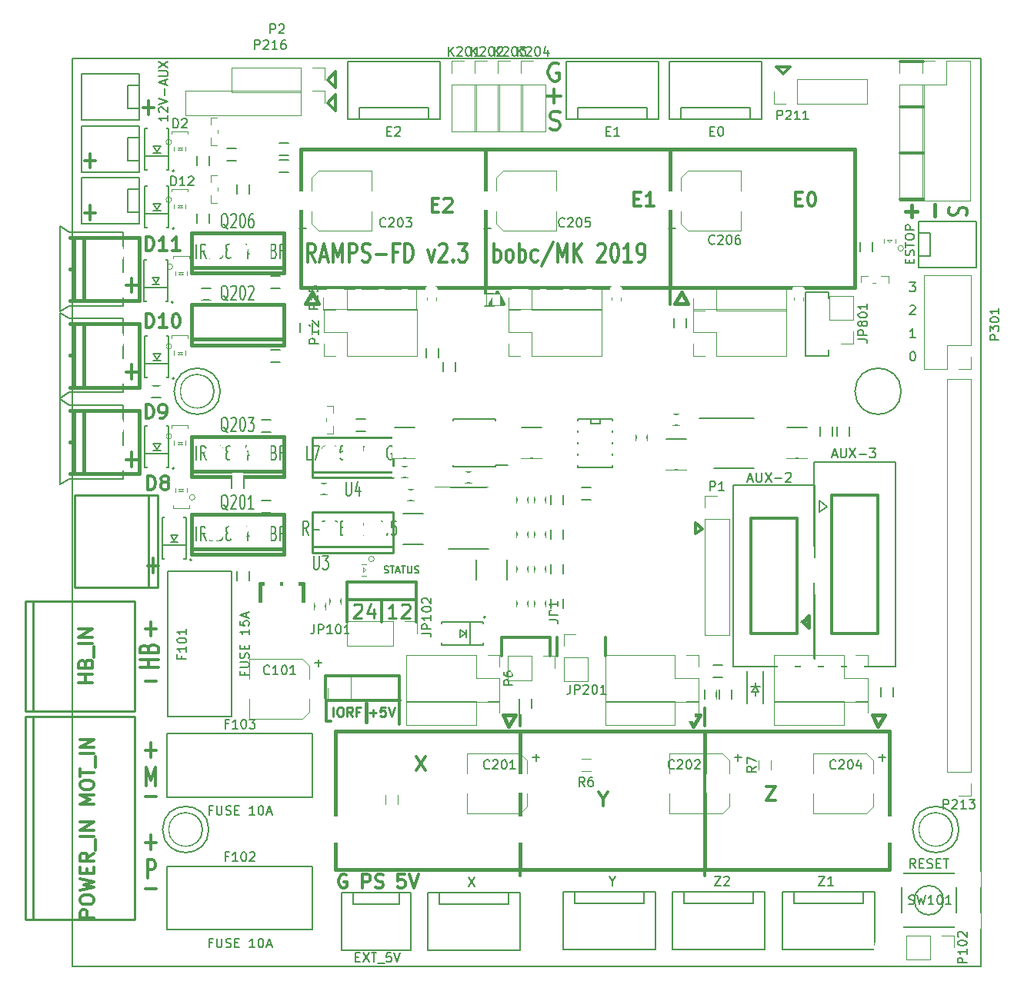
<source format=gto>
G04 #@! TF.GenerationSoftware,KiCad,Pcbnew,5.1.0*
G04 #@! TF.CreationDate,2019-04-13T19:37:17+02:00*
G04 #@! TF.ProjectId,RAMPS-FD,52414d50-532d-4464-942e-6b696361645f,rev?*
G04 #@! TF.SameCoordinates,Original*
G04 #@! TF.FileFunction,Legend,Top*
G04 #@! TF.FilePolarity,Positive*
%FSLAX46Y46*%
G04 Gerber Fmt 4.6, Leading zero omitted, Abs format (unit mm)*
G04 Created by KiCad (PCBNEW 5.1.0) date 2019-04-13 19:37:17*
%MOMM*%
%LPD*%
G04 APERTURE LIST*
%ADD10C,0.152400*%
%ADD11C,0.304800*%
%ADD12C,0.150000*%
%ADD13C,0.300000*%
%ADD14C,0.381000*%
%ADD15C,0.254000*%
%ADD16C,0.203200*%
%ADD17C,0.120000*%
%ADD18C,0.127000*%
%ADD19C,0.119380*%
%ADD20C,0.101600*%
%ADD21C,0.078740*%
%ADD22C,0.066040*%
%ADD23C,0.050800*%
%ADD24C,0.200660*%
%ADD25R,1.924000X1.924000*%
%ADD26C,1.924000*%
%ADD27O,1.924000X1.924000*%
%ADD28C,1.275000*%
%ADD29R,3.399740X3.399740*%
%ADD30C,3.399740*%
%ADD31R,1.799540X0.999440*%
%ADD32R,1.314400X1.314400*%
%ADD33R,1.598880X1.598880*%
%ADD34R,1.799540X1.900000*%
%ADD35R,5.300000X5.200000*%
%ADD36C,2.800000*%
%ADD37R,2.800000X2.800000*%
%ADD38R,1.200000X1.150000*%
%ADD39R,1.150000X1.200000*%
%ADD40R,0.900000X1.300000*%
%ADD41R,1.300000X0.900000*%
%ADD42R,1.162000X0.831800*%
%ADD43R,0.831800X1.162000*%
%ADD44R,1.850000X0.850000*%
%ADD45R,1.900000X0.850000*%
%ADD46O,1.924000X2.940000*%
%ADD47C,3.575000*%
%ADD48C,3.500000*%
%ADD49C,2.540000*%
%ADD50R,1.620000X1.310000*%
%ADD51R,1.949400X2.068780*%
%ADD52R,2.068780X1.949400*%
%ADD53C,3.400000*%
%ADD54R,2.899360X1.797000*%
%ADD55R,2.100000X2.100000*%
%ADD56O,2.100000X2.100000*%
%ADD57C,2.178000*%
%ADD58R,2.178000X2.178000*%
%ADD59R,3.900000X2.000000*%
G04 APERTURE END LIST*
D10*
X52324000Y-39573000D02*
X52324000Y-139573000D01*
X152324000Y-39573000D02*
X52324000Y-39573000D01*
X152324000Y-139573000D02*
X152324000Y-39573000D01*
X52324000Y-139573000D02*
X152324000Y-139573000D01*
D11*
X54653571Y-121681428D02*
X53153571Y-121681428D01*
X54225000Y-121181428D01*
X53153571Y-120681428D01*
X54653571Y-120681428D01*
X53153571Y-119681428D02*
X53153571Y-119395714D01*
X53225000Y-119252857D01*
X53367857Y-119110000D01*
X53653571Y-119038571D01*
X54153571Y-119038571D01*
X54439285Y-119110000D01*
X54582142Y-119252857D01*
X54653571Y-119395714D01*
X54653571Y-119681428D01*
X54582142Y-119824285D01*
X54439285Y-119967142D01*
X54153571Y-120038571D01*
X53653571Y-120038571D01*
X53367857Y-119967142D01*
X53225000Y-119824285D01*
X53153571Y-119681428D01*
X53153571Y-118610000D02*
X53153571Y-117752857D01*
X54653571Y-118181428D02*
X53153571Y-118181428D01*
X54796428Y-117610000D02*
X54796428Y-116467142D01*
X54653571Y-116110000D02*
X53153571Y-116110000D01*
X54653571Y-115395714D02*
X53153571Y-115395714D01*
X54653571Y-114538571D01*
X53153571Y-114538571D01*
D12*
X135509000Y-72313800D02*
X135509000Y-71678800D01*
X132969000Y-72313800D02*
X135509000Y-72313800D01*
X132969000Y-65328800D02*
X132969000Y-72313800D01*
X135509000Y-65328800D02*
X132969000Y-65328800D01*
X135509000Y-65963800D02*
X135509000Y-65328800D01*
D11*
X110998000Y-103301800D02*
X110998000Y-105333800D01*
X105664000Y-105333800D02*
X105664000Y-103301800D01*
X104902000Y-103301800D02*
X104902000Y-105333800D01*
X99568000Y-103301800D02*
X104902000Y-103301800D01*
X99568000Y-105333800D02*
X99568000Y-103301800D01*
X90170000Y-97205800D02*
X90170000Y-99237800D01*
X82550000Y-97205800D02*
X90170000Y-97205800D01*
X82550000Y-97459800D02*
X82550000Y-97205800D01*
X82550000Y-99237800D02*
X82550000Y-97459800D01*
X88328500Y-110286800D02*
X80200500Y-110286800D01*
X80200500Y-112572800D02*
X80708500Y-112572800D01*
X80187800Y-107518200D02*
X80200500Y-112572800D01*
X88315800Y-107518200D02*
X80187800Y-107518200D01*
X88315800Y-112903000D02*
X88303100Y-107518200D01*
X88868285Y-129404371D02*
X88154000Y-129404371D01*
X88082571Y-130118657D01*
X88154000Y-130047228D01*
X88296857Y-129975800D01*
X88654000Y-129975800D01*
X88796857Y-130047228D01*
X88868285Y-130118657D01*
X88939714Y-130261514D01*
X88939714Y-130618657D01*
X88868285Y-130761514D01*
X88796857Y-130832942D01*
X88654000Y-130904371D01*
X88296857Y-130904371D01*
X88154000Y-130832942D01*
X88082571Y-130761514D01*
X89368285Y-129404371D02*
X89868285Y-130904371D01*
X90368285Y-129404371D01*
X82434857Y-129475800D02*
X82292000Y-129404371D01*
X82077714Y-129404371D01*
X81863428Y-129475800D01*
X81720571Y-129618657D01*
X81649142Y-129761514D01*
X81577714Y-130047228D01*
X81577714Y-130261514D01*
X81649142Y-130547228D01*
X81720571Y-130690085D01*
X81863428Y-130832942D01*
X82077714Y-130904371D01*
X82220571Y-130904371D01*
X82434857Y-130832942D01*
X82506285Y-130761514D01*
X82506285Y-130261514D01*
X82220571Y-130261514D01*
X81280000Y-45339000D02*
X80391000Y-44450000D01*
X81280000Y-43561000D02*
X81280000Y-45339000D01*
X80391000Y-44450000D02*
X81280000Y-43561000D01*
X80518000Y-42037000D02*
X80391000Y-41910000D01*
X81280000Y-42799000D02*
X80518000Y-42037000D01*
X81280000Y-41021000D02*
X81280000Y-42799000D01*
X80391000Y-41910000D02*
X81280000Y-41021000D01*
D13*
X104838571Y-47291523D02*
X105124285Y-47386761D01*
X105600476Y-47386761D01*
X105790952Y-47291523D01*
X105886190Y-47196285D01*
X105981428Y-47005809D01*
X105981428Y-46815333D01*
X105886190Y-46624857D01*
X105790952Y-46529619D01*
X105600476Y-46434380D01*
X105219523Y-46339142D01*
X105029047Y-46243904D01*
X104933809Y-46148666D01*
X104838571Y-45958190D01*
X104838571Y-45767714D01*
X104933809Y-45577238D01*
X105029047Y-45482000D01*
X105219523Y-45386761D01*
X105695714Y-45386761D01*
X105981428Y-45482000D01*
X104521095Y-43703857D02*
X106044904Y-43703857D01*
X105283000Y-44465761D02*
X105283000Y-42941952D01*
X105806809Y-40148000D02*
X105616333Y-40052761D01*
X105330619Y-40052761D01*
X105044904Y-40148000D01*
X104854428Y-40338476D01*
X104759190Y-40528952D01*
X104663952Y-40909904D01*
X104663952Y-41195619D01*
X104759190Y-41576571D01*
X104854428Y-41767047D01*
X105044904Y-41957523D01*
X105330619Y-42052761D01*
X105521095Y-42052761D01*
X105806809Y-41957523D01*
X105902047Y-41862285D01*
X105902047Y-41195619D01*
X105521095Y-41195619D01*
D11*
X84236857Y-130904371D02*
X84236857Y-129404371D01*
X84808285Y-129404371D01*
X84951142Y-129475800D01*
X85022571Y-129547228D01*
X85094000Y-129690085D01*
X85094000Y-129904371D01*
X85022571Y-130047228D01*
X84951142Y-130118657D01*
X84808285Y-130190085D01*
X84236857Y-130190085D01*
X85665428Y-130832942D02*
X85879714Y-130904371D01*
X86236857Y-130904371D01*
X86379714Y-130832942D01*
X86451142Y-130761514D01*
X86522571Y-130618657D01*
X86522571Y-130475800D01*
X86451142Y-130332942D01*
X86379714Y-130261514D01*
X86236857Y-130190085D01*
X85951142Y-130118657D01*
X85808285Y-130047228D01*
X85736857Y-129975800D01*
X85665428Y-129832942D01*
X85665428Y-129690085D01*
X85736857Y-129547228D01*
X85808285Y-129475800D01*
X85951142Y-129404371D01*
X86308285Y-129404371D01*
X86522571Y-129475800D01*
X143383000Y-39925000D02*
X145923000Y-39925000D01*
X145923000Y-44878000D02*
X143383000Y-44878000D01*
X145923000Y-49958000D02*
X143383000Y-49958000D01*
X143383000Y-55038000D02*
X145923000Y-55038000D01*
X120904000Y-91868000D02*
X121666000Y-91360000D01*
X120904000Y-90725000D02*
X120904000Y-91868000D01*
X121666000Y-91360000D02*
X120904000Y-90725000D01*
X60633428Y-95395142D02*
X61794571Y-95395142D01*
X61214000Y-96169238D02*
X61214000Y-94621047D01*
X53648428Y-56533142D02*
X54809571Y-56533142D01*
X54229000Y-57307238D02*
X54229000Y-55759047D01*
X53648428Y-50818142D02*
X54809571Y-50818142D01*
X54229000Y-51592238D02*
X54229000Y-50044047D01*
X61261171Y-44965257D02*
X60100028Y-44965257D01*
X60680600Y-44191161D02*
X60680600Y-45739352D01*
X58220428Y-64534142D02*
X59381571Y-64534142D01*
X58801000Y-65308238D02*
X58801000Y-63760047D01*
X58220428Y-74059142D02*
X59381571Y-74059142D01*
X58801000Y-74833238D02*
X58801000Y-73285047D01*
X58220428Y-83711142D02*
X59381571Y-83711142D01*
X58801000Y-84485238D02*
X58801000Y-82937047D01*
X131318000Y-40513000D02*
X130556000Y-41275000D01*
X129794000Y-40513000D02*
X131318000Y-40513000D01*
X130556000Y-41275000D02*
X129794000Y-40513000D01*
X86360000Y-101600000D02*
X86360000Y-99187000D01*
X90170000Y-99187000D02*
X90170000Y-101600000D01*
X82550000Y-99187000D02*
X90170000Y-99187000D01*
X82550000Y-101600000D02*
X82550000Y-99187000D01*
D14*
X84645500Y-112649000D02*
X84645500Y-110617000D01*
D11*
X97790000Y-64770000D02*
X97790000Y-66675000D01*
X118110000Y-64770000D02*
X118110000Y-66675000D01*
X118110000Y-58420000D02*
X118110000Y-57150000D01*
X97790000Y-58420000D02*
X97790000Y-57150000D01*
X101600000Y-113030000D02*
X101600000Y-111125000D01*
X121920000Y-113030000D02*
X121920000Y-111125000D01*
X121920000Y-128270000D02*
X121920000Y-129540000D01*
X101600000Y-128270000D02*
X101600000Y-129540000D01*
D15*
X84990214Y-111629371D02*
X85764309Y-111629371D01*
X85377261Y-112016419D02*
X85377261Y-111242323D01*
X86731928Y-111000419D02*
X86248119Y-111000419D01*
X86199738Y-111484228D01*
X86248119Y-111435847D01*
X86344880Y-111387466D01*
X86586785Y-111387466D01*
X86683547Y-111435847D01*
X86731928Y-111484228D01*
X86780309Y-111580990D01*
X86780309Y-111822895D01*
X86731928Y-111919657D01*
X86683547Y-111968038D01*
X86586785Y-112016419D01*
X86344880Y-112016419D01*
X86248119Y-111968038D01*
X86199738Y-111919657D01*
X87070595Y-111000419D02*
X87409261Y-112016419D01*
X87747928Y-111000419D01*
X81010880Y-112016419D02*
X81010880Y-111000419D01*
X81688214Y-111000419D02*
X81881738Y-111000419D01*
X81978500Y-111048800D01*
X82075261Y-111145561D01*
X82123642Y-111339085D01*
X82123642Y-111677752D01*
X82075261Y-111871276D01*
X81978500Y-111968038D01*
X81881738Y-112016419D01*
X81688214Y-112016419D01*
X81591452Y-111968038D01*
X81494690Y-111871276D01*
X81446309Y-111677752D01*
X81446309Y-111339085D01*
X81494690Y-111145561D01*
X81591452Y-111048800D01*
X81688214Y-111000419D01*
X83139642Y-112016419D02*
X82800976Y-111532609D01*
X82559071Y-112016419D02*
X82559071Y-111000419D01*
X82946119Y-111000419D01*
X83042880Y-111048800D01*
X83091261Y-111097180D01*
X83139642Y-111193942D01*
X83139642Y-111339085D01*
X83091261Y-111435847D01*
X83042880Y-111484228D01*
X82946119Y-111532609D01*
X82559071Y-111532609D01*
X83913738Y-111484228D02*
X83575071Y-111484228D01*
X83575071Y-112016419D02*
X83575071Y-111000419D01*
X84058880Y-111000419D01*
X83293857Y-99767571D02*
X83366428Y-99695000D01*
X83511571Y-99622428D01*
X83874428Y-99622428D01*
X84019571Y-99695000D01*
X84092142Y-99767571D01*
X84164714Y-99912714D01*
X84164714Y-100057857D01*
X84092142Y-100275571D01*
X83221285Y-101146428D01*
X84164714Y-101146428D01*
X85471000Y-100130428D02*
X85471000Y-101146428D01*
X85108142Y-99549857D02*
X84745285Y-100638428D01*
X85688714Y-100638428D01*
X87974714Y-101146428D02*
X87103857Y-101146428D01*
X87539285Y-101146428D02*
X87539285Y-99622428D01*
X87394142Y-99840142D01*
X87249000Y-99985285D01*
X87103857Y-100057857D01*
X88555285Y-99767571D02*
X88627857Y-99695000D01*
X88773000Y-99622428D01*
X89135857Y-99622428D01*
X89281000Y-99695000D01*
X89353571Y-99767571D01*
X89426142Y-99912714D01*
X89426142Y-100057857D01*
X89353571Y-100275571D01*
X88482714Y-101146428D01*
X89426142Y-101146428D01*
D11*
X61752238Y-106607428D02*
X59720238Y-106607428D01*
X60687857Y-106607428D02*
X60687857Y-105736571D01*
X61752238Y-105736571D02*
X59720238Y-105736571D01*
X60687857Y-104502857D02*
X60784619Y-104285142D01*
X60881380Y-104212571D01*
X61074904Y-104140000D01*
X61365190Y-104140000D01*
X61558714Y-104212571D01*
X61655476Y-104285142D01*
X61752238Y-104430285D01*
X61752238Y-105010857D01*
X59720238Y-105010857D01*
X59720238Y-104502857D01*
X59817000Y-104357714D01*
X59913761Y-104285142D01*
X60107285Y-104212571D01*
X60300809Y-104212571D01*
X60494333Y-104285142D01*
X60591095Y-104357714D01*
X60687857Y-104502857D01*
X60687857Y-105010857D01*
X60379428Y-108095142D02*
X61540571Y-108095142D01*
X60379428Y-102380142D02*
X61540571Y-102380142D01*
X60960000Y-103154238D02*
X60960000Y-101606047D01*
X60452000Y-119664238D02*
X60452000Y-117632238D01*
X60960000Y-119083666D01*
X61468000Y-117632238D01*
X61468000Y-119664238D01*
X60379428Y-120795142D02*
X61540571Y-120795142D01*
X60379428Y-115715142D02*
X61540571Y-115715142D01*
X60960000Y-116489238D02*
X60960000Y-114941047D01*
X60560857Y-129824238D02*
X60560857Y-127792238D01*
X61141428Y-127792238D01*
X61286571Y-127889000D01*
X61359142Y-127985761D01*
X61431714Y-128179285D01*
X61431714Y-128469571D01*
X61359142Y-128663095D01*
X61286571Y-128759857D01*
X61141428Y-128856619D01*
X60560857Y-128856619D01*
X60379428Y-130955142D02*
X61540571Y-130955142D01*
X60379428Y-125875142D02*
X61540571Y-125875142D01*
X60960000Y-126649238D02*
X60960000Y-125101047D01*
D16*
X144441333Y-64213619D02*
X145070285Y-64213619D01*
X144731619Y-64600666D01*
X144876761Y-64600666D01*
X144973523Y-64649047D01*
X145021904Y-64697428D01*
X145070285Y-64794190D01*
X145070285Y-65036095D01*
X145021904Y-65132857D01*
X144973523Y-65181238D01*
X144876761Y-65229619D01*
X144586476Y-65229619D01*
X144489714Y-65181238D01*
X144441333Y-65132857D01*
X144489714Y-66850380D02*
X144538095Y-66802000D01*
X144634857Y-66753619D01*
X144876761Y-66753619D01*
X144973523Y-66802000D01*
X145021904Y-66850380D01*
X145070285Y-66947142D01*
X145070285Y-67043904D01*
X145021904Y-67189047D01*
X144441333Y-67769619D01*
X145070285Y-67769619D01*
X145070285Y-70309619D02*
X144489714Y-70309619D01*
X144780000Y-70309619D02*
X144780000Y-69293619D01*
X144683238Y-69438761D01*
X144586476Y-69535523D01*
X144489714Y-69583904D01*
X144731619Y-71833619D02*
X144828380Y-71833619D01*
X144925142Y-71882000D01*
X144973523Y-71930380D01*
X145021904Y-72027142D01*
X145070285Y-72220666D01*
X145070285Y-72462571D01*
X145021904Y-72656095D01*
X144973523Y-72752857D01*
X144925142Y-72801238D01*
X144828380Y-72849619D01*
X144731619Y-72849619D01*
X144634857Y-72801238D01*
X144586476Y-72752857D01*
X144538095Y-72656095D01*
X144489714Y-72462571D01*
X144489714Y-72220666D01*
X144538095Y-72027142D01*
X144586476Y-71930380D01*
X144634857Y-71882000D01*
X144731619Y-71833619D01*
D11*
X150682476Y-56823428D02*
X150779238Y-56605714D01*
X150779238Y-56242857D01*
X150682476Y-56097714D01*
X150585714Y-56025142D01*
X150392190Y-55952571D01*
X150198666Y-55952571D01*
X150005142Y-56025142D01*
X149908380Y-56097714D01*
X149811619Y-56242857D01*
X149714857Y-56533142D01*
X149618095Y-56678285D01*
X149521333Y-56750857D01*
X149327809Y-56823428D01*
X149134285Y-56823428D01*
X148940761Y-56750857D01*
X148844000Y-56678285D01*
X148747238Y-56533142D01*
X148747238Y-56170285D01*
X148844000Y-55952571D01*
D14*
X147226020Y-56878220D02*
X147226020Y-55608220D01*
X144645380Y-55742840D02*
X144645380Y-57012840D01*
X145280380Y-56377840D02*
X144010380Y-56377840D01*
X133350000Y-102235000D02*
X132715000Y-101600000D01*
X133350000Y-100965000D02*
X133350000Y-102235000D01*
X132715000Y-101600000D02*
X133350000Y-100965000D01*
D11*
X79039357Y-61942738D02*
X78531357Y-60975119D01*
X78168500Y-61942738D02*
X78168500Y-59910738D01*
X78749071Y-59910738D01*
X78894214Y-60007500D01*
X78966785Y-60104261D01*
X79039357Y-60297785D01*
X79039357Y-60588071D01*
X78966785Y-60781595D01*
X78894214Y-60878357D01*
X78749071Y-60975119D01*
X78168500Y-60975119D01*
X79619928Y-61362166D02*
X80345642Y-61362166D01*
X79474785Y-61942738D02*
X79982785Y-59910738D01*
X80490785Y-61942738D01*
X80998785Y-61942738D02*
X80998785Y-59910738D01*
X81506785Y-61362166D01*
X82014785Y-59910738D01*
X82014785Y-61942738D01*
X82740500Y-61942738D02*
X82740500Y-59910738D01*
X83321071Y-59910738D01*
X83466214Y-60007500D01*
X83538785Y-60104261D01*
X83611357Y-60297785D01*
X83611357Y-60588071D01*
X83538785Y-60781595D01*
X83466214Y-60878357D01*
X83321071Y-60975119D01*
X82740500Y-60975119D01*
X84191928Y-61845976D02*
X84409642Y-61942738D01*
X84772500Y-61942738D01*
X84917642Y-61845976D01*
X84990214Y-61749214D01*
X85062785Y-61555690D01*
X85062785Y-61362166D01*
X84990214Y-61168642D01*
X84917642Y-61071880D01*
X84772500Y-60975119D01*
X84482214Y-60878357D01*
X84337071Y-60781595D01*
X84264500Y-60684833D01*
X84191928Y-60491309D01*
X84191928Y-60297785D01*
X84264500Y-60104261D01*
X84337071Y-60007500D01*
X84482214Y-59910738D01*
X84845071Y-59910738D01*
X85062785Y-60007500D01*
X85715928Y-61168642D02*
X86877071Y-61168642D01*
X88110785Y-60878357D02*
X87602785Y-60878357D01*
X87602785Y-61942738D02*
X87602785Y-59910738D01*
X88328500Y-59910738D01*
X88909071Y-61942738D02*
X88909071Y-59910738D01*
X89271928Y-59910738D01*
X89489642Y-60007500D01*
X89634785Y-60201023D01*
X89707357Y-60394547D01*
X89779928Y-60781595D01*
X89779928Y-61071880D01*
X89707357Y-61458928D01*
X89634785Y-61652452D01*
X89489642Y-61845976D01*
X89271928Y-61942738D01*
X88909071Y-61942738D01*
X91449071Y-60588071D02*
X91811928Y-61942738D01*
X92174785Y-60588071D01*
X92682785Y-60104261D02*
X92755357Y-60007500D01*
X92900500Y-59910738D01*
X93263357Y-59910738D01*
X93408500Y-60007500D01*
X93481071Y-60104261D01*
X93553642Y-60297785D01*
X93553642Y-60491309D01*
X93481071Y-60781595D01*
X92610214Y-61942738D01*
X93553642Y-61942738D01*
X94206785Y-61749214D02*
X94279357Y-61845976D01*
X94206785Y-61942738D01*
X94134214Y-61845976D01*
X94206785Y-61749214D01*
X94206785Y-61942738D01*
X94787357Y-59910738D02*
X95730785Y-59910738D01*
X95222785Y-60684833D01*
X95440500Y-60684833D01*
X95585642Y-60781595D01*
X95658214Y-60878357D01*
X95730785Y-61071880D01*
X95730785Y-61555690D01*
X95658214Y-61749214D01*
X95585642Y-61845976D01*
X95440500Y-61942738D01*
X95005071Y-61942738D01*
X94859928Y-61845976D01*
X94787357Y-61749214D01*
X98706214Y-61942738D02*
X98706214Y-59910738D01*
X98706214Y-60684833D02*
X98851357Y-60588071D01*
X99141642Y-60588071D01*
X99286785Y-60684833D01*
X99359357Y-60781595D01*
X99431928Y-60975119D01*
X99431928Y-61555690D01*
X99359357Y-61749214D01*
X99286785Y-61845976D01*
X99141642Y-61942738D01*
X98851357Y-61942738D01*
X98706214Y-61845976D01*
X100302785Y-61942738D02*
X100157642Y-61845976D01*
X100085071Y-61749214D01*
X100012500Y-61555690D01*
X100012500Y-60975119D01*
X100085071Y-60781595D01*
X100157642Y-60684833D01*
X100302785Y-60588071D01*
X100520500Y-60588071D01*
X100665642Y-60684833D01*
X100738214Y-60781595D01*
X100810785Y-60975119D01*
X100810785Y-61555690D01*
X100738214Y-61749214D01*
X100665642Y-61845976D01*
X100520500Y-61942738D01*
X100302785Y-61942738D01*
X101463928Y-61942738D02*
X101463928Y-59910738D01*
X101463928Y-60684833D02*
X101609071Y-60588071D01*
X101899357Y-60588071D01*
X102044500Y-60684833D01*
X102117071Y-60781595D01*
X102189642Y-60975119D01*
X102189642Y-61555690D01*
X102117071Y-61749214D01*
X102044500Y-61845976D01*
X101899357Y-61942738D01*
X101609071Y-61942738D01*
X101463928Y-61845976D01*
X103495928Y-61845976D02*
X103350785Y-61942738D01*
X103060500Y-61942738D01*
X102915357Y-61845976D01*
X102842785Y-61749214D01*
X102770214Y-61555690D01*
X102770214Y-60975119D01*
X102842785Y-60781595D01*
X102915357Y-60684833D01*
X103060500Y-60588071D01*
X103350785Y-60588071D01*
X103495928Y-60684833D01*
X105237642Y-59813976D02*
X103931357Y-62426547D01*
X105745642Y-61942738D02*
X105745642Y-59910738D01*
X106253642Y-61362166D01*
X106761642Y-59910738D01*
X106761642Y-61942738D01*
X107487357Y-61942738D02*
X107487357Y-59910738D01*
X108358214Y-61942738D02*
X107705071Y-60781595D01*
X108358214Y-59910738D02*
X107487357Y-61071880D01*
X110099928Y-60104261D02*
X110172500Y-60007500D01*
X110317642Y-59910738D01*
X110680500Y-59910738D01*
X110825642Y-60007500D01*
X110898214Y-60104261D01*
X110970785Y-60297785D01*
X110970785Y-60491309D01*
X110898214Y-60781595D01*
X110027357Y-61942738D01*
X110970785Y-61942738D01*
X111914214Y-59910738D02*
X112059357Y-59910738D01*
X112204500Y-60007500D01*
X112277071Y-60104261D01*
X112349642Y-60297785D01*
X112422214Y-60684833D01*
X112422214Y-61168642D01*
X112349642Y-61555690D01*
X112277071Y-61749214D01*
X112204500Y-61845976D01*
X112059357Y-61942738D01*
X111914214Y-61942738D01*
X111769071Y-61845976D01*
X111696500Y-61749214D01*
X111623928Y-61555690D01*
X111551357Y-61168642D01*
X111551357Y-60684833D01*
X111623928Y-60297785D01*
X111696500Y-60104261D01*
X111769071Y-60007500D01*
X111914214Y-59910738D01*
X113873642Y-61942738D02*
X113002785Y-61942738D01*
X113438214Y-61942738D02*
X113438214Y-59910738D01*
X113293071Y-60201023D01*
X113147928Y-60394547D01*
X113002785Y-60491309D01*
X114599357Y-61942738D02*
X114889642Y-61942738D01*
X115034785Y-61845976D01*
X115107357Y-61749214D01*
X115252500Y-61458928D01*
X115325071Y-61071880D01*
X115325071Y-60297785D01*
X115252500Y-60104261D01*
X115179928Y-60007500D01*
X115034785Y-59910738D01*
X114744500Y-59910738D01*
X114599357Y-60007500D01*
X114526785Y-60104261D01*
X114454214Y-60297785D01*
X114454214Y-60781595D01*
X114526785Y-60975119D01*
X114599357Y-61071880D01*
X114744500Y-61168642D01*
X115034785Y-61168642D01*
X115179928Y-61071880D01*
X115252500Y-60975119D01*
X115325071Y-60781595D01*
D15*
X149116051Y-124460000D02*
G75*
G03X149116051Y-124460000I-1796051J0D01*
G01*
X67836051Y-76200000D02*
G75*
G03X67836051Y-76200000I-1796051J0D01*
G01*
X66566051Y-124460000D02*
G75*
G03X66566051Y-124460000I-1796051J0D01*
G01*
D12*
X132461000Y-101600000D02*
X133477000Y-102235000D01*
X133477000Y-102235000D02*
X133477000Y-100965000D01*
X133477000Y-100965000D02*
X132461000Y-101600000D01*
D16*
X134040880Y-94521020D02*
X134040880Y-86520020D01*
X134040880Y-86520020D02*
X125039120Y-86520020D01*
X125039120Y-86520020D02*
X125039120Y-106519980D01*
X125039120Y-106519980D02*
X129540000Y-106519980D01*
X129540000Y-106519980D02*
X134040880Y-106519980D01*
X134040880Y-106519980D02*
X134040880Y-98518980D01*
D11*
X127000000Y-102870000D02*
X127000000Y-90170000D01*
X127000000Y-90170000D02*
X132080000Y-90170000D01*
X132080000Y-90170000D02*
X132080000Y-102870000D01*
X132080000Y-102870000D02*
X127000000Y-102870000D01*
D17*
X110550000Y-72323000D02*
X110550000Y-67123000D01*
X102870000Y-72323000D02*
X110550000Y-72323000D01*
X100270000Y-67123000D02*
X110550000Y-67123000D01*
X102870000Y-72323000D02*
X102870000Y-69723000D01*
X102870000Y-69723000D02*
X100270000Y-69723000D01*
X100270000Y-69723000D02*
X100270000Y-67123000D01*
X101600000Y-72323000D02*
X100270000Y-72323000D01*
X100270000Y-72323000D02*
X100270000Y-70993000D01*
X110938000Y-105223000D02*
X110938000Y-110423000D01*
X118618000Y-105223000D02*
X110938000Y-105223000D01*
X121218000Y-110423000D02*
X110938000Y-110423000D01*
X118618000Y-105223000D02*
X118618000Y-107823000D01*
X118618000Y-107823000D02*
X121218000Y-107823000D01*
X121218000Y-107823000D02*
X121218000Y-110423000D01*
X119888000Y-105223000D02*
X121218000Y-105223000D01*
X121218000Y-105223000D02*
X121218000Y-106553000D01*
X79886500Y-67243000D02*
X79886500Y-65913000D01*
X81216500Y-67243000D02*
X79886500Y-67243000D01*
X82486500Y-67243000D02*
X82486500Y-64583000D01*
X82486500Y-64583000D02*
X90166500Y-64583000D01*
X82486500Y-67243000D02*
X90166500Y-67243000D01*
X90166500Y-67243000D02*
X90166500Y-64583000D01*
X100270000Y-67243000D02*
X100270000Y-65913000D01*
X101600000Y-67243000D02*
X100270000Y-67243000D01*
X102870000Y-67243000D02*
X102870000Y-64583000D01*
X102870000Y-64583000D02*
X110550000Y-64583000D01*
X102870000Y-67243000D02*
X110550000Y-67243000D01*
X110550000Y-67243000D02*
X110550000Y-64583000D01*
X120590000Y-67306500D02*
X120590000Y-65976500D01*
X121920000Y-67306500D02*
X120590000Y-67306500D01*
X123190000Y-67306500D02*
X123190000Y-64646500D01*
X123190000Y-64646500D02*
X130870000Y-64646500D01*
X123190000Y-67306500D02*
X130870000Y-67306500D01*
X130870000Y-67306500D02*
X130870000Y-64646500D01*
X139823500Y-110303000D02*
X139823500Y-111633000D01*
X138493500Y-110303000D02*
X139823500Y-110303000D01*
X137223500Y-110303000D02*
X137223500Y-112963000D01*
X137223500Y-112963000D02*
X129543500Y-112963000D01*
X137223500Y-110303000D02*
X129543500Y-110303000D01*
X129543500Y-110303000D02*
X129543500Y-112963000D01*
X121218000Y-110303000D02*
X121218000Y-111633000D01*
X119888000Y-110303000D02*
X121218000Y-110303000D01*
X118618000Y-110303000D02*
X118618000Y-112963000D01*
X118618000Y-112963000D02*
X110938000Y-112963000D01*
X118618000Y-110303000D02*
X110938000Y-110303000D01*
X110938000Y-110303000D02*
X110938000Y-112963000D01*
X99310500Y-110303000D02*
X99310500Y-111633000D01*
X97980500Y-110303000D02*
X99310500Y-110303000D01*
X96710500Y-110303000D02*
X96710500Y-112963000D01*
X96710500Y-112963000D02*
X89030500Y-112963000D01*
X96710500Y-110303000D02*
X89030500Y-110303000D01*
X89030500Y-110303000D02*
X89030500Y-112963000D01*
X89033040Y-105217920D02*
X89033040Y-110417920D01*
X96713040Y-105217920D02*
X89033040Y-105217920D01*
X99313040Y-110417920D02*
X89033040Y-110417920D01*
X96713040Y-105217920D02*
X96713040Y-107817920D01*
X96713040Y-107817920D02*
X99313040Y-107817920D01*
X99313040Y-107817920D02*
X99313040Y-110417920D01*
X97983040Y-105217920D02*
X99313040Y-105217920D01*
X99313040Y-105217920D02*
X99313040Y-106547920D01*
X129530800Y-105223000D02*
X129530800Y-110423000D01*
X137210800Y-105223000D02*
X129530800Y-105223000D01*
X139810800Y-110423000D02*
X129530800Y-110423000D01*
X137210800Y-105223000D02*
X137210800Y-107823000D01*
X137210800Y-107823000D02*
X139810800Y-107823000D01*
X139810800Y-107823000D02*
X139810800Y-110423000D01*
X138480800Y-105223000D02*
X139810800Y-105223000D01*
X139810800Y-105223000D02*
X139810800Y-106553000D01*
X90230000Y-72323000D02*
X90230000Y-67123000D01*
X82550000Y-72323000D02*
X90230000Y-72323000D01*
X79950000Y-67123000D02*
X90230000Y-67123000D01*
X82550000Y-72323000D02*
X82550000Y-69723000D01*
X82550000Y-69723000D02*
X79950000Y-69723000D01*
X79950000Y-69723000D02*
X79950000Y-67123000D01*
X81280000Y-72323000D02*
X79950000Y-72323000D01*
X79950000Y-72323000D02*
X79950000Y-70993000D01*
X130870000Y-72323000D02*
X130870000Y-67123000D01*
X123190000Y-72323000D02*
X130870000Y-72323000D01*
X120590000Y-67123000D02*
X130870000Y-67123000D01*
X123190000Y-72323000D02*
X123190000Y-69723000D01*
X123190000Y-69723000D02*
X120590000Y-69723000D01*
X120590000Y-69723000D02*
X120590000Y-67123000D01*
X121920000Y-72323000D02*
X120590000Y-72323000D01*
X120590000Y-72323000D02*
X120590000Y-70993000D01*
X132717000Y-66240779D02*
X132717000Y-65915221D01*
X131697000Y-66240779D02*
X131697000Y-65915221D01*
X112651000Y-66202779D02*
X112651000Y-65877221D01*
X111631000Y-66202779D02*
X111631000Y-65877221D01*
X92331000Y-66202779D02*
X92331000Y-65877221D01*
X91311000Y-66202779D02*
X91311000Y-65877221D01*
D15*
X47950120Y-111460280D02*
X47950120Y-99359720D01*
X59148980Y-99359720D02*
X59148980Y-111460280D01*
X59148980Y-111460280D02*
X47150020Y-111460280D01*
X47150020Y-99359720D02*
X47150020Y-111460280D01*
X59148980Y-99359720D02*
X47150020Y-99359720D01*
X53340000Y-87630000D02*
X52578000Y-87630000D01*
X52578000Y-87630000D02*
X52578000Y-97790000D01*
X52578000Y-97790000D02*
X53340000Y-97790000D01*
X61722000Y-87630000D02*
X61722000Y-97790000D01*
X61722000Y-97790000D02*
X60706000Y-97790000D01*
X60706000Y-97790000D02*
X60706000Y-87630000D01*
X60706000Y-87630000D02*
X61722000Y-87630000D01*
X60960000Y-87630000D02*
X53340000Y-87630000D01*
X53340000Y-97790000D02*
X60960000Y-97790000D01*
D18*
X108077000Y-79248000D02*
X107950000Y-79248000D01*
X107950000Y-79248000D02*
X107950000Y-84582000D01*
X111760000Y-84582000D02*
X111760000Y-79248000D01*
X111760000Y-79248000D02*
X108077000Y-79248000D01*
X110363000Y-79248000D02*
X110363000Y-79756000D01*
X110363000Y-79756000D02*
X109347000Y-79756000D01*
X109347000Y-79756000D02*
X109347000Y-79248000D01*
X111760000Y-84582000D02*
X107950000Y-84582000D01*
D19*
X68326000Y-46101000D02*
X68326000Y-49149000D01*
X68326000Y-49149000D02*
X67564000Y-49149000D01*
X67564000Y-49149000D02*
X67564000Y-46101000D01*
X67564000Y-46101000D02*
X68326000Y-46101000D01*
X68326000Y-52451000D02*
X68326000Y-55499000D01*
X68326000Y-55499000D02*
X67564000Y-55499000D01*
X67564000Y-55499000D02*
X67564000Y-52451000D01*
X67564000Y-52451000D02*
X68326000Y-52451000D01*
X80264000Y-80899000D02*
X80264000Y-77851000D01*
X80264000Y-77851000D02*
X81026000Y-77851000D01*
X81026000Y-77851000D02*
X81026000Y-80899000D01*
X81026000Y-80899000D02*
X80264000Y-80899000D01*
D20*
X84582000Y-95885000D02*
X84328000Y-95631000D01*
X84328000Y-95631000D02*
X84328000Y-96012000D01*
X84328000Y-96012000D02*
X84328000Y-96139000D01*
X84328000Y-96139000D02*
X84582000Y-95885000D01*
D21*
X85522329Y-94665800D02*
G75*
G03X85522329Y-94665800I-305329J0D01*
G01*
X83439000Y-96507300D02*
X85471000Y-96507300D01*
X83439000Y-95262700D02*
X85458300Y-95262700D01*
X85471000Y-96227900D02*
X85471000Y-96507300D01*
X85458300Y-95542100D02*
X85458300Y-95288100D01*
X83439000Y-96227900D02*
X83439000Y-96507300D01*
X83439000Y-95262700D02*
X83439000Y-95542100D01*
D22*
X84952840Y-96184720D02*
X84952840Y-96509840D01*
X84952840Y-95562420D02*
X84952840Y-95712280D01*
X84952840Y-96057720D02*
X84952840Y-96207580D01*
X84952840Y-95686880D02*
X84952840Y-96083120D01*
X83957160Y-96184720D02*
X83957160Y-96509840D01*
X83957160Y-95260160D02*
X83957160Y-95585280D01*
X83957160Y-96057720D02*
X83957160Y-96207580D01*
X83957160Y-95562420D02*
X83957160Y-95712280D01*
X83957160Y-95686880D02*
X83957160Y-96083120D01*
X84952840Y-95285560D02*
X84952840Y-95585280D01*
D23*
X85311702Y-95410020D02*
G75*
G03X85311702Y-95410020I-71842J0D01*
G01*
D20*
X85453220Y-95537020D02*
G75*
G03X85453220Y-96232980I0J-347980D01*
G01*
X83456780Y-96232980D02*
G75*
G03X83456780Y-95537020I0J347980D01*
G01*
X64516000Y-87249000D02*
X64008000Y-87249000D01*
X63373000Y-88773000D02*
X63373000Y-88836500D01*
X65151000Y-89090500D02*
X65151000Y-88773000D01*
X63373000Y-88836500D02*
X63373000Y-89090500D01*
X65151000Y-89090500D02*
X63373000Y-89090500D01*
X64262000Y-87249000D02*
X64516000Y-86995000D01*
X64516000Y-86995000D02*
X64008000Y-86995000D01*
X64008000Y-86995000D02*
X64262000Y-87249000D01*
D21*
X65786529Y-87884000D02*
G75*
G03X65786529Y-87884000I-305329J0D01*
G01*
X63639700Y-86106000D02*
X63639700Y-88138000D01*
X64884300Y-86106000D02*
X64884300Y-88125300D01*
X63919100Y-88138000D02*
X63639700Y-88138000D01*
X64604900Y-88125300D02*
X64858900Y-88125300D01*
X63919100Y-86106000D02*
X63639700Y-86106000D01*
X64884300Y-86106000D02*
X64604900Y-86106000D01*
D22*
X63962280Y-87619840D02*
X63637160Y-87619840D01*
X64584580Y-87619840D02*
X64434720Y-87619840D01*
X64089280Y-87619840D02*
X63939420Y-87619840D01*
X64460120Y-87619840D02*
X64063880Y-87619840D01*
X63962280Y-86624160D02*
X63637160Y-86624160D01*
X64886840Y-86624160D02*
X64561720Y-86624160D01*
X64089280Y-86624160D02*
X63939420Y-86624160D01*
X64584580Y-86624160D02*
X64434720Y-86624160D01*
X64460120Y-86624160D02*
X64063880Y-86624160D01*
X64861440Y-87619840D02*
X64561720Y-87619840D01*
D23*
X64808822Y-87906860D02*
G75*
G03X64808822Y-87906860I-71842J0D01*
G01*
D20*
X64609980Y-88120220D02*
G75*
G03X63914020Y-88120220I-347980J0D01*
G01*
X63914020Y-86123780D02*
G75*
G03X64609980Y-86123780I347980J0D01*
G01*
X63881000Y-71882000D02*
X64389000Y-71882000D01*
X65024000Y-70358000D02*
X65024000Y-70294500D01*
X63246000Y-70040500D02*
X63246000Y-70358000D01*
X65024000Y-70294500D02*
X65024000Y-70040500D01*
X63246000Y-70040500D02*
X65024000Y-70040500D01*
X64135000Y-71882000D02*
X63881000Y-72136000D01*
X63881000Y-72136000D02*
X64389000Y-72136000D01*
X64389000Y-72136000D02*
X64135000Y-71882000D01*
D21*
X63221129Y-71247000D02*
G75*
G03X63221129Y-71247000I-305329J0D01*
G01*
X64757300Y-73025000D02*
X64757300Y-70993000D01*
X63512700Y-73025000D02*
X63512700Y-71005700D01*
X64477900Y-70993000D02*
X64757300Y-70993000D01*
X63792100Y-71005700D02*
X63538100Y-71005700D01*
X64477900Y-73025000D02*
X64757300Y-73025000D01*
X63512700Y-73025000D02*
X63792100Y-73025000D01*
D22*
X64434720Y-71511160D02*
X64759840Y-71511160D01*
X63812420Y-71511160D02*
X63962280Y-71511160D01*
X64307720Y-71511160D02*
X64457580Y-71511160D01*
X63936880Y-71511160D02*
X64333120Y-71511160D01*
X64434720Y-72506840D02*
X64759840Y-72506840D01*
X63510160Y-72506840D02*
X63835280Y-72506840D01*
X64307720Y-72506840D02*
X64457580Y-72506840D01*
X63812420Y-72506840D02*
X63962280Y-72506840D01*
X63936880Y-72506840D02*
X64333120Y-72506840D01*
X63535560Y-71511160D02*
X63835280Y-71511160D01*
D23*
X63731862Y-71224140D02*
G75*
G03X63731862Y-71224140I-71842J0D01*
G01*
D20*
X63787020Y-71010780D02*
G75*
G03X64482980Y-71010780I347980J0D01*
G01*
X64482980Y-73007220D02*
G75*
G03X63787020Y-73007220I-347980J0D01*
G01*
X63881000Y-81788000D02*
X64389000Y-81788000D01*
X65024000Y-80264000D02*
X65024000Y-80200500D01*
X63246000Y-79946500D02*
X63246000Y-80264000D01*
X65024000Y-80200500D02*
X65024000Y-79946500D01*
X63246000Y-79946500D02*
X65024000Y-79946500D01*
X64135000Y-81788000D02*
X63881000Y-82042000D01*
X63881000Y-82042000D02*
X64389000Y-82042000D01*
X64389000Y-82042000D02*
X64135000Y-81788000D01*
D21*
X63221129Y-81153000D02*
G75*
G03X63221129Y-81153000I-305329J0D01*
G01*
X64757300Y-82931000D02*
X64757300Y-80899000D01*
X63512700Y-82931000D02*
X63512700Y-80911700D01*
X64477900Y-80899000D02*
X64757300Y-80899000D01*
X63792100Y-80911700D02*
X63538100Y-80911700D01*
X64477900Y-82931000D02*
X64757300Y-82931000D01*
X63512700Y-82931000D02*
X63792100Y-82931000D01*
D22*
X64434720Y-81417160D02*
X64759840Y-81417160D01*
X63812420Y-81417160D02*
X63962280Y-81417160D01*
X64307720Y-81417160D02*
X64457580Y-81417160D01*
X63936880Y-81417160D02*
X64333120Y-81417160D01*
X64434720Y-82412840D02*
X64759840Y-82412840D01*
X63510160Y-82412840D02*
X63835280Y-82412840D01*
X64307720Y-82412840D02*
X64457580Y-82412840D01*
X63812420Y-82412840D02*
X63962280Y-82412840D01*
X63936880Y-82412840D02*
X64333120Y-82412840D01*
X63535560Y-81417160D02*
X63835280Y-81417160D01*
D23*
X63731862Y-81130140D02*
G75*
G03X63731862Y-81130140I-71842J0D01*
G01*
D20*
X63787020Y-80916780D02*
G75*
G03X64482980Y-80916780I347980J0D01*
G01*
X64482980Y-82913220D02*
G75*
G03X63787020Y-82913220I-347980J0D01*
G01*
X63996000Y-63123000D02*
X64504000Y-63123000D01*
X65139000Y-61599000D02*
X65139000Y-61535500D01*
X63361000Y-61281500D02*
X63361000Y-61599000D01*
X65139000Y-61535500D02*
X65139000Y-61281500D01*
X63361000Y-61281500D02*
X65139000Y-61281500D01*
X64250000Y-63123000D02*
X63996000Y-63377000D01*
X63996000Y-63377000D02*
X64504000Y-63377000D01*
X64504000Y-63377000D02*
X64250000Y-63123000D01*
D21*
X63336129Y-62488000D02*
G75*
G03X63336129Y-62488000I-305329J0D01*
G01*
X64872300Y-64266000D02*
X64872300Y-62234000D01*
X63627700Y-64266000D02*
X63627700Y-62246700D01*
X64592900Y-62234000D02*
X64872300Y-62234000D01*
X63907100Y-62246700D02*
X63653100Y-62246700D01*
X64592900Y-64266000D02*
X64872300Y-64266000D01*
X63627700Y-64266000D02*
X63907100Y-64266000D01*
D22*
X64549720Y-62752160D02*
X64874840Y-62752160D01*
X63927420Y-62752160D02*
X64077280Y-62752160D01*
X64422720Y-62752160D02*
X64572580Y-62752160D01*
X64051880Y-62752160D02*
X64448120Y-62752160D01*
X64549720Y-63747840D02*
X64874840Y-63747840D01*
X63625160Y-63747840D02*
X63950280Y-63747840D01*
X64422720Y-63747840D02*
X64572580Y-63747840D01*
X63927420Y-63747840D02*
X64077280Y-63747840D01*
X64051880Y-63747840D02*
X64448120Y-63747840D01*
X63650560Y-62752160D02*
X63950280Y-62752160D01*
D23*
X63846862Y-62465140D02*
G75*
G03X63846862Y-62465140I-71842J0D01*
G01*
D20*
X63902020Y-62251780D02*
G75*
G03X64597980Y-62251780I347980J0D01*
G01*
X64597980Y-64248220D02*
G75*
G03X63902020Y-64248220I-347980J0D01*
G01*
X63881000Y-55753000D02*
X64389000Y-55753000D01*
X65024000Y-54229000D02*
X65024000Y-54165500D01*
X63246000Y-53911500D02*
X63246000Y-54229000D01*
X65024000Y-54165500D02*
X65024000Y-53911500D01*
X63246000Y-53911500D02*
X65024000Y-53911500D01*
X64135000Y-55753000D02*
X63881000Y-56007000D01*
X63881000Y-56007000D02*
X64389000Y-56007000D01*
X64389000Y-56007000D02*
X64135000Y-55753000D01*
D21*
X63221129Y-55118000D02*
G75*
G03X63221129Y-55118000I-305329J0D01*
G01*
X64757300Y-56896000D02*
X64757300Y-54864000D01*
X63512700Y-56896000D02*
X63512700Y-54876700D01*
X64477900Y-54864000D02*
X64757300Y-54864000D01*
X63792100Y-54876700D02*
X63538100Y-54876700D01*
X64477900Y-56896000D02*
X64757300Y-56896000D01*
X63512700Y-56896000D02*
X63792100Y-56896000D01*
D22*
X64434720Y-55382160D02*
X64759840Y-55382160D01*
X63812420Y-55382160D02*
X63962280Y-55382160D01*
X64307720Y-55382160D02*
X64457580Y-55382160D01*
X63936880Y-55382160D02*
X64333120Y-55382160D01*
X64434720Y-56377840D02*
X64759840Y-56377840D01*
X63510160Y-56377840D02*
X63835280Y-56377840D01*
X64307720Y-56377840D02*
X64457580Y-56377840D01*
X63812420Y-56377840D02*
X63962280Y-56377840D01*
X63936880Y-56377840D02*
X64333120Y-56377840D01*
X63535560Y-55382160D02*
X63835280Y-55382160D01*
D23*
X63731862Y-55095140D02*
G75*
G03X63731862Y-55095140I-71842J0D01*
G01*
D20*
X63787020Y-54881780D02*
G75*
G03X64482980Y-54881780I347980J0D01*
G01*
X64482980Y-56878220D02*
G75*
G03X63787020Y-56878220I-347980J0D01*
G01*
X63881000Y-49403000D02*
X64389000Y-49403000D01*
X65024000Y-47879000D02*
X65024000Y-47815500D01*
X63246000Y-47561500D02*
X63246000Y-47879000D01*
X65024000Y-47815500D02*
X65024000Y-47561500D01*
X63246000Y-47561500D02*
X65024000Y-47561500D01*
X64135000Y-49403000D02*
X63881000Y-49657000D01*
X63881000Y-49657000D02*
X64389000Y-49657000D01*
X64389000Y-49657000D02*
X64135000Y-49403000D01*
D21*
X63221129Y-48768000D02*
G75*
G03X63221129Y-48768000I-305329J0D01*
G01*
X64757300Y-50546000D02*
X64757300Y-48514000D01*
X63512700Y-50546000D02*
X63512700Y-48526700D01*
X64477900Y-48514000D02*
X64757300Y-48514000D01*
X63792100Y-48526700D02*
X63538100Y-48526700D01*
X64477900Y-50546000D02*
X64757300Y-50546000D01*
X63512700Y-50546000D02*
X63792100Y-50546000D01*
D22*
X64434720Y-49032160D02*
X64759840Y-49032160D01*
X63812420Y-49032160D02*
X63962280Y-49032160D01*
X64307720Y-49032160D02*
X64457580Y-49032160D01*
X63936880Y-49032160D02*
X64333120Y-49032160D01*
X64434720Y-50027840D02*
X64759840Y-50027840D01*
X63510160Y-50027840D02*
X63835280Y-50027840D01*
X64307720Y-50027840D02*
X64457580Y-50027840D01*
X63812420Y-50027840D02*
X63962280Y-50027840D01*
X63936880Y-50027840D02*
X64333120Y-50027840D01*
X63535560Y-49032160D02*
X63835280Y-49032160D01*
D23*
X63731862Y-48745140D02*
G75*
G03X63731862Y-48745140I-71842J0D01*
G01*
D20*
X63787020Y-48531780D02*
G75*
G03X64482980Y-48531780I347980J0D01*
G01*
X64482980Y-50528220D02*
G75*
G03X63787020Y-50528220I-347980J0D01*
G01*
D14*
X77698900Y-103695500D02*
X72949100Y-103695500D01*
X72941100Y-103695500D02*
X72941100Y-97345500D01*
X72949100Y-97345500D02*
X77698900Y-97345500D01*
X77706900Y-97345500D02*
X77706900Y-103695500D01*
D16*
X127254000Y-131365000D02*
X127254000Y-132635000D01*
X127254000Y-132635000D02*
X119634000Y-132635000D01*
X119634000Y-132635000D02*
X119634000Y-131365000D01*
X128524000Y-137715000D02*
X128524000Y-131365000D01*
X128524000Y-131365000D02*
X118364000Y-131365000D01*
X118364000Y-131365000D02*
X118364000Y-137715000D01*
X118364000Y-137715000D02*
X128524000Y-137715000D01*
X59690000Y-45085000D02*
X58420000Y-45085000D01*
X58420000Y-45085000D02*
X58420000Y-42545000D01*
X58420000Y-42545000D02*
X59690000Y-42545000D01*
X53340000Y-46355000D02*
X59690000Y-46355000D01*
X59690000Y-46355000D02*
X59690000Y-41275000D01*
X59690000Y-41275000D02*
X53340000Y-41275000D01*
X53340000Y-41275000D02*
X53340000Y-46355000D01*
D10*
X57785000Y-46355000D02*
X55245000Y-46355000D01*
X55245000Y-41275000D02*
X57785000Y-41275000D01*
D16*
X100330000Y-131445000D02*
X100330000Y-132715000D01*
X100330000Y-132715000D02*
X92710000Y-132715000D01*
X92710000Y-132715000D02*
X92710000Y-131445000D01*
X101600000Y-137795000D02*
X101600000Y-131445000D01*
X101600000Y-131445000D02*
X91440000Y-131445000D01*
X91440000Y-131445000D02*
X91440000Y-137795000D01*
X91440000Y-137795000D02*
X101600000Y-137795000D01*
X115189000Y-131365000D02*
X115189000Y-132635000D01*
X115189000Y-132635000D02*
X107569000Y-132635000D01*
X107569000Y-132635000D02*
X107569000Y-131365000D01*
X116459000Y-137715000D02*
X116459000Y-131365000D01*
X116459000Y-131365000D02*
X106299000Y-131365000D01*
X106299000Y-131365000D02*
X106299000Y-137715000D01*
X106299000Y-137715000D02*
X116459000Y-137715000D01*
X139319000Y-131365000D02*
X139319000Y-132635000D01*
X139319000Y-132635000D02*
X131699000Y-132635000D01*
X131699000Y-132635000D02*
X131699000Y-131365000D01*
X140589000Y-137715000D02*
X140589000Y-131365000D01*
X140589000Y-131365000D02*
X130429000Y-131365000D01*
X130429000Y-131365000D02*
X130429000Y-137715000D01*
X130429000Y-137715000D02*
X140589000Y-137715000D01*
X83845400Y-46253400D02*
X83845400Y-44983400D01*
X83845400Y-44983400D02*
X91465400Y-44983400D01*
X91465400Y-44983400D02*
X91465400Y-46253400D01*
X82575400Y-39903400D02*
X82575400Y-46253400D01*
X82575400Y-46253400D02*
X92735400Y-46253400D01*
X92735400Y-46253400D02*
X92735400Y-39903400D01*
X92735400Y-39903400D02*
X82575400Y-39903400D01*
X107950000Y-46253400D02*
X107950000Y-44983400D01*
X107950000Y-44983400D02*
X115570000Y-44983400D01*
X115570000Y-44983400D02*
X115570000Y-46253400D01*
X106680000Y-39903400D02*
X106680000Y-46253400D01*
X106680000Y-46253400D02*
X116840000Y-46253400D01*
X116840000Y-46253400D02*
X116840000Y-39903400D01*
X116840000Y-39903400D02*
X106680000Y-39903400D01*
X135382000Y-88900000D02*
X134493000Y-89535000D01*
X134493000Y-89535000D02*
X134493000Y-88265000D01*
X135382000Y-88900000D02*
X134493000Y-88265000D01*
X133929120Y-91950540D02*
X133929120Y-93251020D01*
X133929120Y-102836980D02*
X133929120Y-106517440D01*
X142930880Y-102836980D02*
X142930880Y-106517440D01*
D11*
X135890000Y-102870000D02*
X135890000Y-100330000D01*
X140970000Y-100330000D02*
X140970000Y-102870000D01*
D16*
X133929120Y-97276920D02*
X133929120Y-105277920D01*
X133929120Y-106519980D02*
X142930880Y-106519980D01*
X142930880Y-103979980D02*
X142930880Y-83980020D01*
X142930880Y-83980020D02*
X138430000Y-83980020D01*
X138430000Y-83980020D02*
X133929120Y-83980020D01*
X133929120Y-83980020D02*
X133929120Y-91981020D01*
D11*
X140970000Y-87630000D02*
X140970000Y-100330000D01*
X140970000Y-102870000D02*
X135890000Y-102870000D01*
X135890000Y-100330000D02*
X135890000Y-87630000D01*
X135890000Y-87630000D02*
X140970000Y-87630000D01*
D16*
X119228000Y-46253400D02*
X119228000Y-44983400D01*
X119228000Y-44983400D02*
X126848000Y-44983400D01*
X126848000Y-44983400D02*
X126848000Y-46253400D01*
X117958000Y-39903400D02*
X117958000Y-46253400D01*
X117958000Y-46253400D02*
X128118000Y-46253400D01*
X128118000Y-46253400D02*
X128118000Y-39903400D01*
X128118000Y-39903400D02*
X117958000Y-39903400D01*
X57277000Y-66802000D02*
X57912000Y-66802000D01*
X57912000Y-66802000D02*
X57912000Y-58674000D01*
X57912000Y-58674000D02*
X56896000Y-58674000D01*
X51943000Y-66802000D02*
X50927000Y-67437000D01*
X50927000Y-62738000D02*
X50927000Y-58039000D01*
X50927000Y-58039000D02*
X51943000Y-58674000D01*
X50927000Y-62738000D02*
X50927000Y-67437000D01*
X56896000Y-58674000D02*
X51943000Y-58674000D01*
X57277000Y-66802000D02*
X51943000Y-66802000D01*
D14*
X52480000Y-62738000D02*
X52080000Y-62738000D01*
X53580000Y-59238000D02*
X53580000Y-66238000D01*
X52480000Y-59238000D02*
X52480000Y-66238000D01*
X59680000Y-59238000D02*
X52080000Y-59238000D01*
X52080000Y-66238000D02*
X59680000Y-66238000D01*
X59680000Y-66238000D02*
X59680000Y-59238000D01*
D16*
X145392000Y-58750200D02*
X146662000Y-58750200D01*
X146662000Y-58750200D02*
X146662000Y-61290200D01*
X146662000Y-61290200D02*
X145392000Y-61290200D01*
X151742000Y-57480200D02*
X145392000Y-57480200D01*
X145392000Y-57480200D02*
X145392000Y-62560200D01*
X145392000Y-62560200D02*
X151742000Y-62560200D01*
X151742000Y-62560200D02*
X151742000Y-57480200D01*
D10*
X147297000Y-57480200D02*
X149837000Y-57480200D01*
X149837000Y-62560200D02*
X147297000Y-62560200D01*
D16*
X57277000Y-85852000D02*
X57912000Y-85852000D01*
X57912000Y-85852000D02*
X57912000Y-77724000D01*
X57912000Y-77724000D02*
X56896000Y-77724000D01*
X51943000Y-85852000D02*
X50927000Y-86487000D01*
X50927000Y-81788000D02*
X50927000Y-77089000D01*
X50927000Y-77089000D02*
X51943000Y-77724000D01*
X50927000Y-81788000D02*
X50927000Y-86487000D01*
X56896000Y-77724000D02*
X51943000Y-77724000D01*
X57277000Y-85852000D02*
X51943000Y-85852000D01*
D14*
X52480000Y-81788000D02*
X52080000Y-81788000D01*
X53580000Y-78288000D02*
X53580000Y-85288000D01*
X52480000Y-78288000D02*
X52480000Y-85288000D01*
X59680000Y-78288000D02*
X52080000Y-78288000D01*
X52080000Y-85288000D02*
X59680000Y-85288000D01*
X59680000Y-85288000D02*
X59680000Y-78288000D01*
D16*
X57277000Y-76327000D02*
X57912000Y-76327000D01*
X57912000Y-76327000D02*
X57912000Y-68199000D01*
X57912000Y-68199000D02*
X56896000Y-68199000D01*
X51943000Y-76327000D02*
X50927000Y-76962000D01*
X50927000Y-72263000D02*
X50927000Y-67564000D01*
X50927000Y-67564000D02*
X51943000Y-68199000D01*
X50927000Y-72263000D02*
X50927000Y-76962000D01*
X56896000Y-68199000D02*
X51943000Y-68199000D01*
X57277000Y-76327000D02*
X51943000Y-76327000D01*
D14*
X52480000Y-72263000D02*
X52080000Y-72263000D01*
X53580000Y-68763000D02*
X53580000Y-75763000D01*
X52480000Y-68763000D02*
X52480000Y-75763000D01*
X59680000Y-68763000D02*
X52080000Y-68763000D01*
X52080000Y-75763000D02*
X59680000Y-75763000D01*
X59680000Y-75763000D02*
X59680000Y-68763000D01*
D16*
X59690000Y-56515000D02*
X58420000Y-56515000D01*
X58420000Y-56515000D02*
X58420000Y-53975000D01*
X58420000Y-53975000D02*
X59690000Y-53975000D01*
X53340000Y-57785000D02*
X59690000Y-57785000D01*
X59690000Y-57785000D02*
X59690000Y-52705000D01*
X59690000Y-52705000D02*
X53340000Y-52705000D01*
X53340000Y-52705000D02*
X53340000Y-57785000D01*
D10*
X57785000Y-57785000D02*
X55245000Y-57785000D01*
X55245000Y-52705000D02*
X57785000Y-52705000D01*
D16*
X59690000Y-50800000D02*
X58420000Y-50800000D01*
X58420000Y-50800000D02*
X58420000Y-48260000D01*
X58420000Y-48260000D02*
X59690000Y-48260000D01*
X53340000Y-52070000D02*
X59690000Y-52070000D01*
X59690000Y-52070000D02*
X59690000Y-46990000D01*
X59690000Y-46990000D02*
X53340000Y-46990000D01*
X53340000Y-46990000D02*
X53340000Y-52070000D01*
D10*
X57785000Y-52070000D02*
X55245000Y-52070000D01*
X55245000Y-46990000D02*
X57785000Y-46990000D01*
D12*
X88550000Y-84490000D02*
X89250000Y-84490000D01*
X89250000Y-85690000D02*
X88550000Y-85690000D01*
X89885000Y-88230000D02*
X89185000Y-88230000D01*
X89185000Y-87030000D02*
X89885000Y-87030000D01*
X79660000Y-86395000D02*
X80360000Y-86395000D01*
X80360000Y-87595000D02*
X79660000Y-87595000D01*
X96235000Y-86325000D02*
X95535000Y-86325000D01*
X95535000Y-85125000D02*
X96235000Y-85125000D01*
X78974000Y-100223800D02*
X78974000Y-99523800D01*
X80174000Y-99523800D02*
X80174000Y-100223800D01*
X80680000Y-99664000D02*
X80680000Y-98964000D01*
X81880000Y-98964000D02*
X81880000Y-99664000D01*
X101254000Y-99918000D02*
X101254000Y-99218000D01*
X102454000Y-99218000D02*
X102454000Y-99918000D01*
X101254000Y-96108000D02*
X101254000Y-95408000D01*
X102454000Y-95408000D02*
X102454000Y-96108000D01*
X101254000Y-92298000D02*
X101254000Y-91598000D01*
X102454000Y-91598000D02*
X102454000Y-92298000D01*
X119095000Y-79975000D02*
X118395000Y-79975000D01*
X118395000Y-78775000D02*
X119095000Y-78775000D01*
X101254000Y-88488000D02*
X101254000Y-87788000D01*
X102454000Y-87788000D02*
X102454000Y-88488000D01*
X103159000Y-88488000D02*
X103159000Y-87788000D01*
X104359000Y-87788000D02*
X104359000Y-88488000D01*
X103159000Y-92298000D02*
X103159000Y-91598000D01*
X104359000Y-91598000D02*
X104359000Y-92298000D01*
X103159000Y-99918000D02*
X103159000Y-99218000D01*
X104359000Y-99218000D02*
X104359000Y-99918000D01*
X103159000Y-96108000D02*
X103159000Y-95408000D01*
X104359000Y-95408000D02*
X104359000Y-96108000D01*
X115535000Y-80930000D02*
X115535000Y-81630000D01*
X114335000Y-81630000D02*
X114335000Y-80930000D01*
X76065000Y-50205000D02*
X75065000Y-50205000D01*
X75065000Y-48855000D02*
X76065000Y-48855000D01*
X76065000Y-52110000D02*
X75065000Y-52110000D01*
X75065000Y-50760000D02*
X76065000Y-50760000D01*
X83574000Y-79258800D02*
X84574000Y-79258800D01*
X84574000Y-80608800D02*
X83574000Y-80608800D01*
X142661000Y-108847000D02*
X142661000Y-109847000D01*
X141311000Y-109847000D02*
X141311000Y-108847000D01*
X102846500Y-110053500D02*
X102846500Y-111053500D01*
X101496500Y-111053500D02*
X101496500Y-110053500D01*
X121854600Y-110101000D02*
X121854600Y-109101000D01*
X123204600Y-109101000D02*
X123204600Y-110101000D01*
X77366500Y-69651500D02*
X77366500Y-68651500D01*
X78716500Y-68651500D02*
X78716500Y-69651500D01*
X97671000Y-65428500D02*
X98671000Y-65428500D01*
X98671000Y-66778500D02*
X97671000Y-66778500D01*
X118514500Y-69207000D02*
X118514500Y-68207000D01*
X119864500Y-68207000D02*
X119864500Y-69207000D01*
X137835000Y-80145000D02*
X137835000Y-81145000D01*
X136485000Y-81145000D02*
X136485000Y-80145000D01*
X135930000Y-80145000D02*
X135930000Y-81145000D01*
X134580000Y-81145000D02*
X134580000Y-80145000D01*
X71795000Y-96020000D02*
X71795000Y-97020000D01*
X70445000Y-97020000D02*
X70445000Y-96020000D01*
X62000000Y-76925000D02*
X61000000Y-76925000D01*
X61000000Y-75575000D02*
X62000000Y-75575000D01*
X71160000Y-85860000D02*
X71160000Y-86860000D01*
X69810000Y-86860000D02*
X69810000Y-85860000D01*
X67500000Y-66175000D02*
X66500000Y-66175000D01*
X66500000Y-64825000D02*
X67500000Y-64825000D01*
X106339000Y-99068000D02*
X106339000Y-100068000D01*
X104989000Y-100068000D02*
X104989000Y-99068000D01*
X106339000Y-95258000D02*
X106339000Y-96258000D01*
X104989000Y-96258000D02*
X104989000Y-95258000D01*
X106339000Y-91448000D02*
X106339000Y-92448000D01*
X104989000Y-92448000D02*
X104989000Y-91448000D01*
X123817000Y-107736000D02*
X122817000Y-107736000D01*
X122817000Y-106386000D02*
X123817000Y-106386000D01*
X123505600Y-110050200D02*
X123505600Y-109050200D01*
X124855600Y-109050200D02*
X124855600Y-110050200D01*
X94464500Y-72969500D02*
X94464500Y-73969500D01*
X93114500Y-73969500D02*
X93114500Y-72969500D01*
X92623000Y-71509000D02*
X92623000Y-72509000D01*
X91273000Y-72509000D02*
X91273000Y-71509000D01*
X106339000Y-87638000D02*
X106339000Y-88638000D01*
X104989000Y-88638000D02*
X104989000Y-87638000D01*
X73160000Y-88225000D02*
X74160000Y-88225000D01*
X74160000Y-89575000D02*
X73160000Y-89575000D01*
X73160000Y-79335000D02*
X74160000Y-79335000D01*
X74160000Y-80685000D02*
X73160000Y-80685000D01*
X74176000Y-63510800D02*
X75176000Y-63510800D01*
X75176000Y-64860800D02*
X74176000Y-64860800D01*
X74176000Y-71638800D02*
X75176000Y-71638800D01*
X75176000Y-72988800D02*
X74176000Y-72988800D01*
X69350000Y-49490000D02*
X70350000Y-49490000D01*
X70350000Y-50840000D02*
X69350000Y-50840000D01*
X70445000Y-54475000D02*
X70445000Y-53475000D01*
X71795000Y-53475000D02*
X71795000Y-54475000D01*
X67350000Y-56650000D02*
X67350000Y-57650000D01*
X66000000Y-57650000D02*
X66000000Y-56650000D01*
X67350000Y-50300000D02*
X67350000Y-51300000D01*
X66000000Y-51300000D02*
X66000000Y-50300000D01*
X101770000Y-80215000D02*
X103970000Y-80215000D01*
X101770000Y-83615000D02*
X103970000Y-83615000D01*
X100125000Y-94785000D02*
X100125000Y-96985000D01*
X96725000Y-94785000D02*
X96725000Y-96985000D01*
X88689000Y-89663800D02*
X90889000Y-89663800D01*
X88689000Y-93063800D02*
X90889000Y-93063800D01*
X90000000Y-83615000D02*
X87800000Y-83615000D01*
X90000000Y-80215000D02*
X87800000Y-80215000D01*
X117645000Y-81485000D02*
X119845000Y-81485000D01*
X117645000Y-84885000D02*
X119845000Y-84885000D01*
X133180000Y-83615000D02*
X130980000Y-83615000D01*
X133180000Y-80215000D02*
X130980000Y-80215000D01*
X98845000Y-84540000D02*
X98845000Y-84315000D01*
X94195000Y-84540000D02*
X94195000Y-84315000D01*
X94195000Y-79290000D02*
X94195000Y-79515000D01*
X98845000Y-79290000D02*
X98845000Y-79515000D01*
X98845000Y-84540000D02*
X94195000Y-84540000D01*
X98845000Y-79290000D02*
X94195000Y-79290000D01*
X98845000Y-84315000D02*
X100195000Y-84315000D01*
X93660000Y-93545000D02*
X98110000Y-93545000D01*
X92135000Y-86795000D02*
X98110000Y-86795000D01*
X121320000Y-79190000D02*
X127295000Y-79190000D01*
X122895000Y-84640000D02*
X127295000Y-84640000D01*
X68580000Y-76200000D02*
G75*
G03X68580000Y-76200000I-2540000J0D01*
G01*
X143510000Y-76200000D02*
G75*
G03X143510000Y-76200000I-2540000J0D01*
G01*
X149860000Y-124460000D02*
G75*
G03X149860000Y-124460000I-2540000J0D01*
G01*
X67310000Y-124460000D02*
G75*
G03X67310000Y-124460000I-2540000J0D01*
G01*
X108339000Y-86828000D02*
X109339000Y-86828000D01*
X109339000Y-88178000D02*
X108339000Y-88178000D01*
D20*
X142240000Y-59817000D02*
X142494000Y-59563000D01*
X142494000Y-59563000D02*
X142113000Y-59563000D01*
X142113000Y-59563000D02*
X141986000Y-59563000D01*
X141986000Y-59563000D02*
X142240000Y-59817000D01*
D21*
X143764529Y-60452000D02*
G75*
G03X143764529Y-60452000I-305329J0D01*
G01*
X141617700Y-58674000D02*
X141617700Y-60706000D01*
X142862300Y-58674000D02*
X142862300Y-60693300D01*
X141897100Y-60706000D02*
X141617700Y-60706000D01*
X142582900Y-60693300D02*
X142836900Y-60693300D01*
X141897100Y-58674000D02*
X141617700Y-58674000D01*
X142862300Y-58674000D02*
X142582900Y-58674000D01*
D22*
X141940280Y-60187840D02*
X141615160Y-60187840D01*
X142562580Y-60187840D02*
X142412720Y-60187840D01*
X142067280Y-60187840D02*
X141917420Y-60187840D01*
X142438120Y-60187840D02*
X142041880Y-60187840D01*
X141940280Y-59192160D02*
X141615160Y-59192160D01*
X142864840Y-59192160D02*
X142539720Y-59192160D01*
X142067280Y-59192160D02*
X141917420Y-59192160D01*
X142562580Y-59192160D02*
X142412720Y-59192160D01*
X142438120Y-59192160D02*
X142041880Y-59192160D01*
X142839440Y-60187840D02*
X142539720Y-60187840D01*
D23*
X142786822Y-60474860D02*
G75*
G03X142786822Y-60474860I-71842J0D01*
G01*
D20*
X142587980Y-60688220D02*
G75*
G03X141892020Y-60688220I-347980J0D01*
G01*
X141892020Y-58691780D02*
G75*
G03X142587980Y-58691780I347980J0D01*
G01*
D19*
X142113000Y-64312800D02*
X139065000Y-64312800D01*
X139065000Y-64312800D02*
X139065000Y-63550800D01*
X139065000Y-63550800D02*
X142113000Y-63550800D01*
X142113000Y-63550800D02*
X142113000Y-64312800D01*
D12*
X139025000Y-60825000D02*
X139025000Y-59825000D01*
X140375000Y-59825000D02*
X140375000Y-60825000D01*
D16*
X88265000Y-131445000D02*
X88265000Y-132715000D01*
X88265000Y-132715000D02*
X83185000Y-132715000D01*
X83185000Y-132715000D02*
X83185000Y-131445000D01*
X89535000Y-131445000D02*
X81915000Y-131445000D01*
X81915000Y-131445000D02*
X81915000Y-137795000D01*
X81915000Y-137795000D02*
X89535000Y-137795000D01*
X89535000Y-131445000D02*
X89535000Y-137795000D01*
D10*
X81915000Y-135890000D02*
X81915000Y-133350000D01*
D15*
X47150020Y-112039400D02*
X47150020Y-134340600D01*
X47950120Y-134340600D02*
X47950120Y-112039400D01*
X59148980Y-134340600D02*
X59148980Y-112039400D01*
X59148980Y-134340600D02*
X47150020Y-134340600D01*
X59148980Y-112039400D02*
X47150020Y-112039400D01*
D12*
X127444500Y-109347000D02*
X127444500Y-109728000D01*
X127444500Y-108331000D02*
X127444500Y-108712000D01*
X127444500Y-108712000D02*
X127825500Y-109347000D01*
X127825500Y-109347000D02*
X127063500Y-109347000D01*
X127063500Y-109347000D02*
X127444500Y-108712000D01*
X127952500Y-108712000D02*
X126936500Y-108712000D01*
X126544500Y-107029500D02*
X126544500Y-110569500D01*
X128344500Y-107029500D02*
X128344500Y-110569500D01*
D24*
X95648780Y-102471220D02*
X95648780Y-103268780D01*
X95549720Y-102870000D02*
X94950280Y-103268780D01*
X94950280Y-103268780D02*
X94950280Y-102471220D01*
X94950280Y-102471220D02*
X95549720Y-102870000D01*
X97751900Y-101069140D02*
G75*
G03X97751900Y-101069140I-101600J0D01*
G01*
X96050100Y-101569520D02*
X96050100Y-104170480D01*
X97551240Y-101569520D02*
X97551240Y-104170480D01*
X92948760Y-104170480D02*
X92948760Y-101569520D01*
X92948760Y-101569520D02*
X97551240Y-101569520D01*
X92948760Y-104170480D02*
X97551240Y-104170480D01*
X61993780Y-82694780D02*
X61196220Y-82694780D01*
X61595000Y-82595720D02*
X61196220Y-81996280D01*
X61196220Y-81996280D02*
X61993780Y-81996280D01*
X61993780Y-81996280D02*
X61595000Y-82595720D01*
X63497460Y-84696300D02*
G75*
G03X63497460Y-84696300I-101600J0D01*
G01*
X62895480Y-83096100D02*
X60294520Y-83096100D01*
X62895480Y-84597240D02*
X60294520Y-84597240D01*
X60294520Y-79994760D02*
X62895480Y-79994760D01*
X62895480Y-79994760D02*
X62895480Y-84597240D01*
X60294520Y-79994760D02*
X60294520Y-84597240D01*
X61993780Y-72788780D02*
X61196220Y-72788780D01*
X61595000Y-72689720D02*
X61196220Y-72090280D01*
X61196220Y-72090280D02*
X61993780Y-72090280D01*
X61993780Y-72090280D02*
X61595000Y-72689720D01*
X63497460Y-74790300D02*
G75*
G03X63497460Y-74790300I-101600J0D01*
G01*
X62895480Y-73190100D02*
X60294520Y-73190100D01*
X62895480Y-74691240D02*
X60294520Y-74691240D01*
X60294520Y-70088760D02*
X62895480Y-70088760D01*
X62895480Y-70088760D02*
X62895480Y-74691240D01*
X60294520Y-70088760D02*
X60294520Y-74691240D01*
X61898780Y-64398780D02*
X61101220Y-64398780D01*
X61500000Y-64299720D02*
X61101220Y-63700280D01*
X61101220Y-63700280D02*
X61898780Y-63700280D01*
X61898780Y-63700280D02*
X61500000Y-64299720D01*
X63402460Y-66400300D02*
G75*
G03X63402460Y-66400300I-101600J0D01*
G01*
X62800480Y-64800100D02*
X60199520Y-64800100D01*
X62800480Y-66301240D02*
X60199520Y-66301240D01*
X60199520Y-61698760D02*
X62800480Y-61698760D01*
X62800480Y-61698760D02*
X62800480Y-66301240D01*
X60199520Y-61698760D02*
X60199520Y-66301240D01*
X63898780Y-92774780D02*
X63101220Y-92774780D01*
X63500000Y-92675720D02*
X63101220Y-92076280D01*
X63101220Y-92076280D02*
X63898780Y-92076280D01*
X63898780Y-92076280D02*
X63500000Y-92675720D01*
X65402460Y-94776300D02*
G75*
G03X65402460Y-94776300I-101600J0D01*
G01*
X64800480Y-93176100D02*
X62199520Y-93176100D01*
X64800480Y-94677240D02*
X62199520Y-94677240D01*
X62199520Y-90074760D02*
X64800480Y-90074760D01*
X64800480Y-90074760D02*
X64800480Y-94677240D01*
X62199520Y-90074760D02*
X62199520Y-94677240D01*
X61993780Y-56278780D02*
X61196220Y-56278780D01*
X61595000Y-56179720D02*
X61196220Y-55580280D01*
X61196220Y-55580280D02*
X61993780Y-55580280D01*
X61993780Y-55580280D02*
X61595000Y-56179720D01*
X63497460Y-58280300D02*
G75*
G03X63497460Y-58280300I-101600J0D01*
G01*
X62895480Y-56680100D02*
X60294520Y-56680100D01*
X62895480Y-58181240D02*
X60294520Y-58181240D01*
X60294520Y-53578760D02*
X62895480Y-53578760D01*
X62895480Y-53578760D02*
X62895480Y-58181240D01*
X60294520Y-53578760D02*
X60294520Y-58181240D01*
X61993780Y-49928780D02*
X61196220Y-49928780D01*
X61595000Y-49829720D02*
X61196220Y-49230280D01*
X61196220Y-49230280D02*
X61993780Y-49230280D01*
X61993780Y-49230280D02*
X61595000Y-49829720D01*
X63497460Y-51930300D02*
G75*
G03X63497460Y-51930300I-101600J0D01*
G01*
X62895480Y-50330100D02*
X60294520Y-50330100D01*
X62895480Y-51831240D02*
X60294520Y-51831240D01*
X60294520Y-47228760D02*
X62895480Y-47228760D01*
X62895480Y-47228760D02*
X62895480Y-51831240D01*
X60294520Y-47228760D02*
X60294520Y-51831240D01*
D12*
X62739000Y-128498720D02*
X78739000Y-128498720D01*
X78739000Y-128498720D02*
X78739000Y-135498720D01*
X78739000Y-135498720D02*
X62739000Y-135498720D01*
X62739000Y-135498720D02*
X62739000Y-128498720D01*
D18*
X148161546Y-132252720D02*
G75*
G03X148161546Y-132252720I-1601006J0D01*
G01*
X149560280Y-135252460D02*
X149560280Y-129252980D01*
X149557740Y-129252980D02*
X143558260Y-129252980D01*
X143558260Y-129255520D02*
X143558260Y-135255000D01*
X143558260Y-135252460D02*
X149557740Y-135252460D01*
D12*
X62794000Y-112058720D02*
X62794000Y-96058720D01*
X62794000Y-96058720D02*
X69794000Y-96058720D01*
X69794000Y-96058720D02*
X69794000Y-112058720D01*
X69794000Y-112058720D02*
X62794000Y-112058720D01*
X62739000Y-113893720D02*
X78739000Y-113893720D01*
X78739000Y-113893720D02*
X78739000Y-120893720D01*
X78739000Y-120893720D02*
X62739000Y-120893720D01*
X62739000Y-120893720D02*
X62739000Y-113893720D01*
D17*
X88104000Y-120673000D02*
X88104000Y-121673000D01*
X86744000Y-121673000D02*
X86744000Y-120673000D01*
X106366000Y-108137000D02*
X109026000Y-108137000D01*
X106366000Y-105537000D02*
X106366000Y-108137000D01*
X109026000Y-105537000D02*
X109026000Y-108137000D01*
X106366000Y-105537000D02*
X109026000Y-105537000D01*
X106366000Y-104267000D02*
X106366000Y-102937000D01*
X106366000Y-102937000D02*
X107696000Y-102937000D01*
X88121800Y-110245200D02*
X88121800Y-107585200D01*
X82981800Y-110245200D02*
X88121800Y-110245200D01*
X82981800Y-107585200D02*
X88121800Y-107585200D01*
X82981800Y-110245200D02*
X82981800Y-107585200D01*
X81711800Y-110245200D02*
X80381800Y-110245200D01*
X80381800Y-110245200D02*
X80381800Y-108915200D01*
X82490000Y-101540000D02*
X82490000Y-104200000D01*
X87630000Y-101540000D02*
X82490000Y-101540000D01*
X87630000Y-104200000D02*
X82490000Y-104200000D01*
X87630000Y-101540000D02*
X87630000Y-104200000D01*
X88900000Y-101540000D02*
X90230000Y-101540000D01*
X90230000Y-101540000D02*
X90230000Y-102870000D01*
X100206500Y-105350000D02*
X100206500Y-108010000D01*
X102806500Y-105350000D02*
X100206500Y-105350000D01*
X102806500Y-108010000D02*
X100206500Y-108010000D01*
X102806500Y-105350000D02*
X102806500Y-108010000D01*
X104076500Y-105350000D02*
X105406500Y-105350000D01*
X105406500Y-105350000D02*
X105406500Y-106680000D01*
X138236000Y-65726000D02*
X135576000Y-65726000D01*
X138236000Y-68326000D02*
X138236000Y-65726000D01*
X135576000Y-68326000D02*
X135576000Y-65726000D01*
X138236000Y-68326000D02*
X135576000Y-68326000D01*
X138236000Y-69596000D02*
X138236000Y-70926000D01*
X138236000Y-70926000D02*
X136906000Y-70926000D01*
X94047000Y-47558000D02*
X96707000Y-47558000D01*
X94047000Y-42418000D02*
X94047000Y-47558000D01*
X96707000Y-42418000D02*
X96707000Y-47558000D01*
X94047000Y-42418000D02*
X96707000Y-42418000D01*
X94047000Y-41148000D02*
X94047000Y-39818000D01*
X94047000Y-39818000D02*
X95377000Y-39818000D01*
X96587000Y-47558000D02*
X99247000Y-47558000D01*
X96587000Y-42418000D02*
X96587000Y-47558000D01*
X99247000Y-42418000D02*
X99247000Y-47558000D01*
X96587000Y-42418000D02*
X99247000Y-42418000D01*
X96587000Y-41148000D02*
X96587000Y-39818000D01*
X96587000Y-39818000D02*
X97917000Y-39818000D01*
X99127000Y-47558000D02*
X101787000Y-47558000D01*
X99127000Y-42418000D02*
X99127000Y-47558000D01*
X101787000Y-42418000D02*
X101787000Y-47558000D01*
X99127000Y-42418000D02*
X101787000Y-42418000D01*
X99127000Y-41148000D02*
X99127000Y-39818000D01*
X99127000Y-39818000D02*
X100457000Y-39818000D01*
X101667000Y-47558000D02*
X104327000Y-47558000D01*
X101667000Y-42418000D02*
X101667000Y-47558000D01*
X104327000Y-42418000D02*
X104327000Y-47558000D01*
X101667000Y-42418000D02*
X104327000Y-42418000D01*
X101667000Y-41148000D02*
X101667000Y-39818000D01*
X101667000Y-39818000D02*
X102997000Y-39818000D01*
X121910800Y-103057000D02*
X124570800Y-103057000D01*
X121910800Y-90297000D02*
X121910800Y-103057000D01*
X124570800Y-90297000D02*
X124570800Y-103057000D01*
X121910800Y-90297000D02*
X124570800Y-90297000D01*
X121910800Y-89027000D02*
X121910800Y-87697000D01*
X121910800Y-87697000D02*
X123240800Y-87697000D01*
X69790000Y-40580000D02*
X69790000Y-43240000D01*
X77470000Y-40580000D02*
X69790000Y-40580000D01*
X77470000Y-43240000D02*
X69790000Y-43240000D01*
X77470000Y-40580000D02*
X77470000Y-43240000D01*
X78740000Y-40580000D02*
X80070000Y-40580000D01*
X80070000Y-40580000D02*
X80070000Y-41910000D01*
X144085000Y-136129720D02*
X144085000Y-138789720D01*
X146685000Y-136129720D02*
X144085000Y-136129720D01*
X146685000Y-138789720D02*
X144085000Y-138789720D01*
X146685000Y-136129720D02*
X146685000Y-138789720D01*
X147955000Y-136129720D02*
X149285000Y-136129720D01*
X149285000Y-136129720D02*
X149285000Y-137459720D01*
X139760000Y-44510000D02*
X139760000Y-41850000D01*
X132080000Y-44510000D02*
X139760000Y-44510000D01*
X132080000Y-41850000D02*
X139760000Y-41850000D01*
X132080000Y-44510000D02*
X132080000Y-41850000D01*
X130810000Y-44510000D02*
X129480000Y-44510000D01*
X129480000Y-44510000D02*
X129480000Y-43180000D01*
X151190000Y-74870000D02*
X148530000Y-74870000D01*
X151190000Y-118110000D02*
X151190000Y-74870000D01*
X148530000Y-118110000D02*
X148530000Y-74870000D01*
X151190000Y-118110000D02*
X148530000Y-118110000D01*
X151190000Y-119380000D02*
X151190000Y-120710000D01*
X151190000Y-120710000D02*
X149860000Y-120710000D01*
X64710000Y-43120000D02*
X64710000Y-45780000D01*
X77470000Y-43120000D02*
X64710000Y-43120000D01*
X77470000Y-45780000D02*
X64710000Y-45780000D01*
X77470000Y-43120000D02*
X77470000Y-45780000D01*
X78740000Y-43120000D02*
X80070000Y-43120000D01*
X80070000Y-43120000D02*
X80070000Y-44450000D01*
X151190000Y-63440000D02*
X145990000Y-63440000D01*
X151190000Y-71120000D02*
X151190000Y-63440000D01*
X145990000Y-73720000D02*
X145990000Y-63440000D01*
X151190000Y-71120000D02*
X148590000Y-71120000D01*
X148590000Y-71120000D02*
X148590000Y-73720000D01*
X148590000Y-73720000D02*
X145990000Y-73720000D01*
X151190000Y-72390000D02*
X151190000Y-73720000D01*
X151190000Y-73720000D02*
X149860000Y-73720000D01*
X143348400Y-55178000D02*
X146008400Y-55178000D01*
X143348400Y-42418000D02*
X143348400Y-55178000D01*
X146008400Y-42418000D02*
X146008400Y-55178000D01*
X143348400Y-42418000D02*
X146008400Y-42418000D01*
X143348400Y-41148000D02*
X143348400Y-39818000D01*
X143348400Y-39818000D02*
X144678400Y-39818000D01*
X145863000Y-55178000D02*
X151063000Y-55178000D01*
X145863000Y-42418000D02*
X145863000Y-55178000D01*
X151063000Y-39818000D02*
X151063000Y-55178000D01*
X145863000Y-42418000D02*
X148463000Y-42418000D01*
X148463000Y-42418000D02*
X148463000Y-39818000D01*
X148463000Y-39818000D02*
X151063000Y-39818000D01*
X145863000Y-41148000D02*
X145863000Y-39818000D01*
X145863000Y-39818000D02*
X147193000Y-39818000D01*
D14*
X75565000Y-62560200D02*
X75565000Y-63195200D01*
X75565000Y-63195200D02*
X65405000Y-63195200D01*
X65405000Y-63195200D02*
X65405000Y-62560200D01*
X75565000Y-58750200D02*
X75565000Y-62560200D01*
X75565000Y-62560200D02*
X65405000Y-62560200D01*
X65405000Y-62560200D02*
X65405000Y-58750200D01*
X65405000Y-58750200D02*
X75565000Y-58750200D01*
X75570100Y-84978200D02*
X75570100Y-85613200D01*
X75570100Y-85613200D02*
X65410100Y-85613200D01*
X65410100Y-85613200D02*
X65410100Y-84978200D01*
X75570100Y-81168200D02*
X75570100Y-84978200D01*
X75570100Y-84978200D02*
X65410100Y-84978200D01*
X65410100Y-84978200D02*
X65410100Y-81168200D01*
X65410100Y-81168200D02*
X75570100Y-81168200D01*
X75565000Y-70485000D02*
X75565000Y-71120000D01*
X75565000Y-71120000D02*
X65405000Y-71120000D01*
X65405000Y-71120000D02*
X65405000Y-70485000D01*
X75565000Y-66675000D02*
X75565000Y-70485000D01*
X75565000Y-70485000D02*
X65405000Y-70485000D01*
X65405000Y-70485000D02*
X65405000Y-66675000D01*
X65405000Y-66675000D02*
X75565000Y-66675000D01*
X75559900Y-93525300D02*
X75559900Y-94160300D01*
X75559900Y-94160300D02*
X65399900Y-94160300D01*
X65399900Y-94160300D02*
X65399900Y-93525300D01*
X75559900Y-89715300D02*
X75559900Y-93525300D01*
X75559900Y-93525300D02*
X65399900Y-93525300D01*
X65399900Y-93525300D02*
X65399900Y-89715300D01*
X65399900Y-89715300D02*
X75559900Y-89715300D01*
D15*
X87630000Y-93345000D02*
X87630000Y-93980000D01*
X87630000Y-93980000D02*
X78740000Y-93980000D01*
X78740000Y-93980000D02*
X78740000Y-93345000D01*
X87630000Y-89535000D02*
X87630000Y-93345000D01*
X87630000Y-93345000D02*
X78740000Y-93345000D01*
X78740000Y-93345000D02*
X78740000Y-89535000D01*
X78740000Y-89535000D02*
X87630000Y-89535000D01*
X87630000Y-85090000D02*
X87630000Y-85725000D01*
X87630000Y-85725000D02*
X78740000Y-85725000D01*
X78740000Y-85725000D02*
X78740000Y-85090000D01*
X87630000Y-81280000D02*
X87630000Y-85090000D01*
X87630000Y-85090000D02*
X78740000Y-85090000D01*
X78740000Y-85090000D02*
X78740000Y-81280000D01*
X78740000Y-81280000D02*
X87630000Y-81280000D01*
D17*
X78407800Y-106426000D02*
X78407800Y-107846000D01*
X71807800Y-105666000D02*
X71807800Y-107846000D01*
X71807800Y-112266000D02*
X71807800Y-110086000D01*
X78407800Y-111506000D02*
X78407800Y-110086000D01*
X71807800Y-105666000D02*
X77647800Y-105666000D01*
X77647800Y-105666000D02*
X78407800Y-106426000D01*
X78407800Y-111506000D02*
X77647800Y-112266000D01*
X77647800Y-112266000D02*
X71807800Y-112266000D01*
X102360000Y-116840000D02*
X102360000Y-118260000D01*
X95760000Y-116080000D02*
X95760000Y-118260000D01*
X95760000Y-122680000D02*
X95760000Y-120500000D01*
X102360000Y-121920000D02*
X102360000Y-120500000D01*
X95760000Y-116080000D02*
X101600000Y-116080000D01*
X101600000Y-116080000D02*
X102360000Y-116840000D01*
X102360000Y-121920000D02*
X101600000Y-122680000D01*
X101600000Y-122680000D02*
X95760000Y-122680000D01*
X124585000Y-116840000D02*
X124585000Y-118260000D01*
X117985000Y-116080000D02*
X117985000Y-118260000D01*
X117985000Y-122680000D02*
X117985000Y-120500000D01*
X124585000Y-121920000D02*
X124585000Y-120500000D01*
X117985000Y-116080000D02*
X123825000Y-116080000D01*
X123825000Y-116080000D02*
X124585000Y-116840000D01*
X124585000Y-121920000D02*
X123825000Y-122680000D01*
X123825000Y-122680000D02*
X117985000Y-122680000D01*
X78615000Y-57785000D02*
X78615000Y-56365000D01*
X85215000Y-58545000D02*
X85215000Y-56365000D01*
X85215000Y-51945000D02*
X85215000Y-54125000D01*
X78615000Y-52705000D02*
X78615000Y-54125000D01*
X85215000Y-58545000D02*
X79375000Y-58545000D01*
X79375000Y-58545000D02*
X78615000Y-57785000D01*
X78615000Y-52705000D02*
X79375000Y-51945000D01*
X79375000Y-51945000D02*
X85215000Y-51945000D01*
X140460000Y-116840000D02*
X140460000Y-118260000D01*
X133860000Y-116080000D02*
X133860000Y-118260000D01*
X133860000Y-122680000D02*
X133860000Y-120500000D01*
X140460000Y-121920000D02*
X140460000Y-120500000D01*
X133860000Y-116080000D02*
X139700000Y-116080000D01*
X139700000Y-116080000D02*
X140460000Y-116840000D01*
X140460000Y-121920000D02*
X139700000Y-122680000D01*
X139700000Y-122680000D02*
X133860000Y-122680000D01*
X98935000Y-57785000D02*
X98935000Y-56365000D01*
X105535000Y-58545000D02*
X105535000Y-56365000D01*
X105535000Y-51945000D02*
X105535000Y-54125000D01*
X98935000Y-52705000D02*
X98935000Y-54125000D01*
X105535000Y-58545000D02*
X99695000Y-58545000D01*
X99695000Y-58545000D02*
X98935000Y-57785000D01*
X98935000Y-52705000D02*
X99695000Y-51945000D01*
X99695000Y-51945000D02*
X105535000Y-51945000D01*
X119255000Y-57785000D02*
X119255000Y-56365000D01*
X125855000Y-58545000D02*
X125855000Y-56365000D01*
X125855000Y-51945000D02*
X125855000Y-54125000D01*
X119255000Y-52705000D02*
X119255000Y-54125000D01*
X125855000Y-58545000D02*
X120015000Y-58545000D01*
X120015000Y-58545000D02*
X119255000Y-57785000D01*
X119255000Y-52705000D02*
X120015000Y-51945000D01*
X120015000Y-51945000D02*
X125855000Y-51945000D01*
D14*
X118618000Y-66548000D02*
X119380000Y-65278000D01*
X119380000Y-65278000D02*
X120015000Y-66548000D01*
X120015000Y-66548000D02*
X118745000Y-66548000D01*
X118110000Y-49530000D02*
X138430000Y-49530000D01*
X138430000Y-49530000D02*
X138430000Y-64770000D01*
X138430000Y-64770000D02*
X118110000Y-64770000D01*
X118110000Y-64770000D02*
X118110000Y-49530000D01*
X98298000Y-66548000D02*
X99060000Y-65278000D01*
X99060000Y-65278000D02*
X99695000Y-66548000D01*
X99695000Y-66548000D02*
X98425000Y-66548000D01*
X97790000Y-49530000D02*
X118110000Y-49530000D01*
X118110000Y-49530000D02*
X118110000Y-64770000D01*
X118110000Y-64770000D02*
X97790000Y-64770000D01*
X97790000Y-64770000D02*
X97790000Y-49530000D01*
X77978000Y-66548000D02*
X78740000Y-65278000D01*
X78740000Y-65278000D02*
X79375000Y-66548000D01*
X79375000Y-66548000D02*
X78105000Y-66548000D01*
X77470000Y-49530000D02*
X97790000Y-49530000D01*
X97790000Y-49530000D02*
X97790000Y-64770000D01*
X97790000Y-64770000D02*
X77470000Y-64770000D01*
X77470000Y-64770000D02*
X77470000Y-49530000D01*
X141732000Y-111887000D02*
X140970000Y-113157000D01*
X140970000Y-113157000D02*
X140335000Y-111887000D01*
X140335000Y-111887000D02*
X141605000Y-111887000D01*
X142240000Y-128905000D02*
X121920000Y-128905000D01*
X121920000Y-128905000D02*
X121920000Y-113665000D01*
X121920000Y-113665000D02*
X142240000Y-113665000D01*
X142240000Y-113665000D02*
X142240000Y-128905000D01*
X121412000Y-111887000D02*
X120650000Y-113157000D01*
X120650000Y-113157000D02*
X120015000Y-111887000D01*
X120015000Y-111887000D02*
X121285000Y-111887000D01*
X121920000Y-128905000D02*
X101600000Y-128905000D01*
X101600000Y-128905000D02*
X101600000Y-113665000D01*
X101600000Y-113665000D02*
X121920000Y-113665000D01*
X121920000Y-113665000D02*
X121920000Y-128905000D01*
X101092000Y-111887000D02*
X100330000Y-113157000D01*
X100330000Y-113157000D02*
X99695000Y-111887000D01*
X99695000Y-111887000D02*
X100965000Y-111887000D01*
X101600000Y-128905000D02*
X81280000Y-128905000D01*
X81280000Y-128905000D02*
X81280000Y-113665000D01*
X81280000Y-113665000D02*
X101600000Y-113665000D01*
X101600000Y-113665000D02*
X101600000Y-128905000D01*
D17*
X108339000Y-116668000D02*
X109339000Y-116668000D01*
X109339000Y-118028000D02*
X108339000Y-118028000D01*
X129204000Y-116848000D02*
X129204000Y-117848000D01*
X127844000Y-117848000D02*
X127844000Y-116848000D01*
D16*
X126661333Y-85894333D02*
X127145142Y-85894333D01*
X126564571Y-86184619D02*
X126903238Y-85168619D01*
X127241904Y-86184619D01*
X127580571Y-85168619D02*
X127580571Y-85991095D01*
X127628952Y-86087857D01*
X127677333Y-86136238D01*
X127774095Y-86184619D01*
X127967619Y-86184619D01*
X128064380Y-86136238D01*
X128112761Y-86087857D01*
X128161142Y-85991095D01*
X128161142Y-85168619D01*
X128548190Y-85168619D02*
X129225523Y-86184619D01*
X129225523Y-85168619D02*
X128548190Y-86184619D01*
X129612571Y-85797571D02*
X130386666Y-85797571D01*
X130822095Y-85265380D02*
X130870476Y-85217000D01*
X130967238Y-85168619D01*
X131209142Y-85168619D01*
X131305904Y-85217000D01*
X131354285Y-85265380D01*
X131402666Y-85362142D01*
X131402666Y-85458904D01*
X131354285Y-85604047D01*
X130773714Y-86184619D01*
X131402666Y-86184619D01*
D12*
X79338880Y-67127285D02*
X78338880Y-67127285D01*
X78338880Y-66746333D01*
X78386500Y-66651095D01*
X78434119Y-66603476D01*
X78529357Y-66555857D01*
X78672214Y-66555857D01*
X78767452Y-66603476D01*
X78815071Y-66651095D01*
X78862690Y-66746333D01*
X78862690Y-67127285D01*
X79338880Y-65603476D02*
X79338880Y-66174904D01*
X79338880Y-65889190D02*
X78338880Y-65889190D01*
X78481738Y-65984428D01*
X78576976Y-66079666D01*
X78624595Y-66174904D01*
X78338880Y-64698714D02*
X78338880Y-65174904D01*
X78815071Y-65222523D01*
X78767452Y-65174904D01*
X78719833Y-65079666D01*
X78719833Y-64841571D01*
X78767452Y-64746333D01*
X78815071Y-64698714D01*
X78910309Y-64651095D01*
X79148404Y-64651095D01*
X79243642Y-64698714D01*
X79291261Y-64746333D01*
X79338880Y-64841571D01*
X79338880Y-65079666D01*
X79291261Y-65174904D01*
X79243642Y-65222523D01*
X100765420Y-108556015D02*
X99765420Y-108556015D01*
X99765420Y-108175062D01*
X99813040Y-108079824D01*
X99860659Y-108032205D01*
X99955897Y-107984586D01*
X100098754Y-107984586D01*
X100193992Y-108032205D01*
X100241611Y-108079824D01*
X100289230Y-108175062D01*
X100289230Y-108556015D01*
X99765420Y-107127443D02*
X99765420Y-107317920D01*
X99813040Y-107413158D01*
X99860659Y-107460777D01*
X100003516Y-107556015D01*
X100193992Y-107603634D01*
X100574944Y-107603634D01*
X100670182Y-107556015D01*
X100717801Y-107508396D01*
X100765420Y-107413158D01*
X100765420Y-107222681D01*
X100717801Y-107127443D01*
X100670182Y-107079824D01*
X100574944Y-107032205D01*
X100336849Y-107032205D01*
X100241611Y-107079824D01*
X100193992Y-107127443D01*
X100146373Y-107222681D01*
X100146373Y-107413158D01*
X100193992Y-107508396D01*
X100241611Y-107556015D01*
X100336849Y-107603634D01*
X79402380Y-70937285D02*
X78402380Y-70937285D01*
X78402380Y-70556333D01*
X78450000Y-70461095D01*
X78497619Y-70413476D01*
X78592857Y-70365857D01*
X78735714Y-70365857D01*
X78830952Y-70413476D01*
X78878571Y-70461095D01*
X78926190Y-70556333D01*
X78926190Y-70937285D01*
X79402380Y-69413476D02*
X79402380Y-69984904D01*
X79402380Y-69699190D02*
X78402380Y-69699190D01*
X78545238Y-69794428D01*
X78640476Y-69889666D01*
X78688095Y-69984904D01*
X78497619Y-69032523D02*
X78450000Y-68984904D01*
X78402380Y-68889666D01*
X78402380Y-68651571D01*
X78450000Y-68556333D01*
X78497619Y-68508714D01*
X78592857Y-68461095D01*
X78688095Y-68461095D01*
X78830952Y-68508714D01*
X79402380Y-69080142D01*
X79402380Y-68461095D01*
D11*
X54537428Y-108272942D02*
X53013428Y-108272942D01*
X53739142Y-108272942D02*
X53739142Y-107402085D01*
X54537428Y-107402085D02*
X53013428Y-107402085D01*
X53739142Y-106168371D02*
X53811714Y-105950657D01*
X53884285Y-105878085D01*
X54029428Y-105805514D01*
X54247142Y-105805514D01*
X54392285Y-105878085D01*
X54464857Y-105950657D01*
X54537428Y-106095800D01*
X54537428Y-106676371D01*
X53013428Y-106676371D01*
X53013428Y-106168371D01*
X53086000Y-106023228D01*
X53158571Y-105950657D01*
X53303714Y-105878085D01*
X53448857Y-105878085D01*
X53594000Y-105950657D01*
X53666571Y-106023228D01*
X53739142Y-106168371D01*
X53739142Y-106676371D01*
X54682571Y-105515228D02*
X54682571Y-104354085D01*
X54537428Y-103991228D02*
X53013428Y-103991228D01*
X54537428Y-103265514D02*
X53013428Y-103265514D01*
X54537428Y-102394657D01*
X53013428Y-102394657D01*
X60597142Y-87049428D02*
X60597142Y-85525428D01*
X60960000Y-85525428D01*
X61177714Y-85598000D01*
X61322857Y-85743142D01*
X61395428Y-85888285D01*
X61468000Y-86178571D01*
X61468000Y-86396285D01*
X61395428Y-86686571D01*
X61322857Y-86831714D01*
X61177714Y-86976857D01*
X60960000Y-87049428D01*
X60597142Y-87049428D01*
X62338857Y-86178571D02*
X62193714Y-86106000D01*
X62121142Y-86033428D01*
X62048571Y-85888285D01*
X62048571Y-85815714D01*
X62121142Y-85670571D01*
X62193714Y-85598000D01*
X62338857Y-85525428D01*
X62629142Y-85525428D01*
X62774285Y-85598000D01*
X62846857Y-85670571D01*
X62919428Y-85815714D01*
X62919428Y-85888285D01*
X62846857Y-86033428D01*
X62774285Y-86106000D01*
X62629142Y-86178571D01*
X62338857Y-86178571D01*
X62193714Y-86251142D01*
X62121142Y-86323714D01*
X62048571Y-86468857D01*
X62048571Y-86759142D01*
X62121142Y-86904285D01*
X62193714Y-86976857D01*
X62338857Y-87049428D01*
X62629142Y-87049428D01*
X62774285Y-86976857D01*
X62846857Y-86904285D01*
X62919428Y-86759142D01*
X62919428Y-86468857D01*
X62846857Y-86323714D01*
X62774285Y-86251142D01*
X62629142Y-86178571D01*
D18*
X86632142Y-96193428D02*
X86741000Y-96229714D01*
X86922428Y-96229714D01*
X86995000Y-96193428D01*
X87031285Y-96157142D01*
X87067571Y-96084571D01*
X87067571Y-96012000D01*
X87031285Y-95939428D01*
X86995000Y-95903142D01*
X86922428Y-95866857D01*
X86777285Y-95830571D01*
X86704714Y-95794285D01*
X86668428Y-95758000D01*
X86632142Y-95685428D01*
X86632142Y-95612857D01*
X86668428Y-95540285D01*
X86704714Y-95504000D01*
X86777285Y-95467714D01*
X86958714Y-95467714D01*
X87067571Y-95504000D01*
X87285285Y-95467714D02*
X87720714Y-95467714D01*
X87503000Y-96229714D02*
X87503000Y-95467714D01*
X87938428Y-96012000D02*
X88301285Y-96012000D01*
X87865857Y-96229714D02*
X88119857Y-95467714D01*
X88373857Y-96229714D01*
X88519000Y-95467714D02*
X88954428Y-95467714D01*
X88736714Y-96229714D02*
X88736714Y-95467714D01*
X89208428Y-95467714D02*
X89208428Y-96084571D01*
X89244714Y-96157142D01*
X89281000Y-96193428D01*
X89353571Y-96229714D01*
X89498714Y-96229714D01*
X89571285Y-96193428D01*
X89607571Y-96157142D01*
X89643857Y-96084571D01*
X89643857Y-95467714D01*
X89970428Y-96193428D02*
X90079285Y-96229714D01*
X90260714Y-96229714D01*
X90333285Y-96193428D01*
X90369571Y-96157142D01*
X90405857Y-96084571D01*
X90405857Y-96012000D01*
X90369571Y-95939428D01*
X90333285Y-95903142D01*
X90260714Y-95866857D01*
X90115571Y-95830571D01*
X90043000Y-95794285D01*
X90006714Y-95758000D01*
X89970428Y-95685428D01*
X89970428Y-95612857D01*
X90006714Y-95540285D01*
X90043000Y-95504000D01*
X90115571Y-95467714D01*
X90297000Y-95467714D01*
X90405857Y-95504000D01*
D16*
X123002523Y-129618619D02*
X123679857Y-129618619D01*
X123002523Y-130634619D01*
X123679857Y-130634619D01*
X124018523Y-129715380D02*
X124066904Y-129667000D01*
X124163666Y-129618619D01*
X124405571Y-129618619D01*
X124502333Y-129667000D01*
X124550714Y-129715380D01*
X124599095Y-129812142D01*
X124599095Y-129908904D01*
X124550714Y-130054047D01*
X123970142Y-130634619D01*
X124599095Y-130634619D01*
D10*
X62809380Y-45846666D02*
X62809380Y-46418095D01*
X62809380Y-46132380D02*
X61809380Y-46132380D01*
X61952238Y-46227619D01*
X62047476Y-46322857D01*
X62095095Y-46418095D01*
X61904619Y-45465714D02*
X61857000Y-45418095D01*
X61809380Y-45322857D01*
X61809380Y-45084761D01*
X61857000Y-44989523D01*
X61904619Y-44941904D01*
X61999857Y-44894285D01*
X62095095Y-44894285D01*
X62237952Y-44941904D01*
X62809380Y-45513333D01*
X62809380Y-44894285D01*
X61809380Y-44608571D02*
X62809380Y-44275238D01*
X61809380Y-43941904D01*
X62428428Y-43608571D02*
X62428428Y-42846666D01*
X62523666Y-42418095D02*
X62523666Y-41941904D01*
X62809380Y-42513333D02*
X61809380Y-42180000D01*
X62809380Y-41846666D01*
X61809380Y-41513333D02*
X62618904Y-41513333D01*
X62714142Y-41465714D01*
X62761761Y-41418095D01*
X62809380Y-41322857D01*
X62809380Y-41132380D01*
X62761761Y-41037142D01*
X62714142Y-40989523D01*
X62618904Y-40941904D01*
X61809380Y-40941904D01*
X61809380Y-40560952D02*
X62809380Y-39894285D01*
X61809380Y-39894285D02*
X62809380Y-40560952D01*
D16*
X95927333Y-129698619D02*
X96604666Y-130714619D01*
X96604666Y-129698619D02*
X95927333Y-130714619D01*
X111760000Y-130150809D02*
X111760000Y-130634619D01*
X111421333Y-129618619D02*
X111760000Y-130150809D01*
X112098666Y-129618619D01*
X134432523Y-129618619D02*
X135109857Y-129618619D01*
X134432523Y-130634619D01*
X135109857Y-130634619D01*
X136029095Y-130634619D02*
X135448523Y-130634619D01*
X135738809Y-130634619D02*
X135738809Y-129618619D01*
X135642047Y-129763761D01*
X135545285Y-129860523D01*
X135448523Y-129908904D01*
X86928476Y-47552428D02*
X87267142Y-47552428D01*
X87412285Y-48084619D02*
X86928476Y-48084619D01*
X86928476Y-47068619D01*
X87412285Y-47068619D01*
X87799333Y-47165380D02*
X87847714Y-47117000D01*
X87944476Y-47068619D01*
X88186380Y-47068619D01*
X88283142Y-47117000D01*
X88331523Y-47165380D01*
X88379904Y-47262142D01*
X88379904Y-47358904D01*
X88331523Y-47504047D01*
X87750952Y-48084619D01*
X88379904Y-48084619D01*
X111058476Y-47552428D02*
X111397142Y-47552428D01*
X111542285Y-48084619D02*
X111058476Y-48084619D01*
X111058476Y-47068619D01*
X111542285Y-47068619D01*
X112509904Y-48084619D02*
X111929333Y-48084619D01*
X112219619Y-48084619D02*
X112219619Y-47068619D01*
X112122857Y-47213761D01*
X112026095Y-47310523D01*
X111929333Y-47358904D01*
X135932333Y-83227333D02*
X136416142Y-83227333D01*
X135835571Y-83517619D02*
X136174238Y-82501619D01*
X136512904Y-83517619D01*
X136851571Y-82501619D02*
X136851571Y-83324095D01*
X136899952Y-83420857D01*
X136948333Y-83469238D01*
X137045095Y-83517619D01*
X137238619Y-83517619D01*
X137335380Y-83469238D01*
X137383761Y-83420857D01*
X137432142Y-83324095D01*
X137432142Y-82501619D01*
X137819190Y-82501619D02*
X138496523Y-83517619D01*
X138496523Y-82501619D02*
X137819190Y-83517619D01*
X138883571Y-83130571D02*
X139657666Y-83130571D01*
X140044714Y-82501619D02*
X140673666Y-82501619D01*
X140335000Y-82888666D01*
X140480142Y-82888666D01*
X140576904Y-82937047D01*
X140625285Y-82985428D01*
X140673666Y-83082190D01*
X140673666Y-83324095D01*
X140625285Y-83420857D01*
X140576904Y-83469238D01*
X140480142Y-83517619D01*
X140189857Y-83517619D01*
X140093095Y-83469238D01*
X140044714Y-83420857D01*
X122488476Y-47552428D02*
X122827142Y-47552428D01*
X122972285Y-48084619D02*
X122488476Y-48084619D01*
X122488476Y-47068619D01*
X122972285Y-47068619D01*
X123601238Y-47068619D02*
X123698000Y-47068619D01*
X123794761Y-47117000D01*
X123843142Y-47165380D01*
X123891523Y-47262142D01*
X123939904Y-47455666D01*
X123939904Y-47697571D01*
X123891523Y-47891095D01*
X123843142Y-47987857D01*
X123794761Y-48036238D01*
X123698000Y-48084619D01*
X123601238Y-48084619D01*
X123504476Y-48036238D01*
X123456095Y-47987857D01*
X123407714Y-47891095D01*
X123359333Y-47697571D01*
X123359333Y-47455666D01*
X123407714Y-47262142D01*
X123456095Y-47165380D01*
X123504476Y-47117000D01*
X123601238Y-47068619D01*
D13*
X60428571Y-60678571D02*
X60428571Y-59178571D01*
X60785714Y-59178571D01*
X61000000Y-59250000D01*
X61142857Y-59392857D01*
X61214285Y-59535714D01*
X61285714Y-59821428D01*
X61285714Y-60035714D01*
X61214285Y-60321428D01*
X61142857Y-60464285D01*
X61000000Y-60607142D01*
X60785714Y-60678571D01*
X60428571Y-60678571D01*
X62714285Y-60678571D02*
X61857142Y-60678571D01*
X62285714Y-60678571D02*
X62285714Y-59178571D01*
X62142857Y-59392857D01*
X62000000Y-59535714D01*
X61857142Y-59607142D01*
X64142857Y-60678571D02*
X63285714Y-60678571D01*
X63714285Y-60678571D02*
X63714285Y-59178571D01*
X63571428Y-59392857D01*
X63428571Y-59535714D01*
X63285714Y-59607142D01*
X60392857Y-79178571D02*
X60392857Y-77678571D01*
X60750000Y-77678571D01*
X60964285Y-77750000D01*
X61107142Y-77892857D01*
X61178571Y-78035714D01*
X61250000Y-78321428D01*
X61250000Y-78535714D01*
X61178571Y-78821428D01*
X61107142Y-78964285D01*
X60964285Y-79107142D01*
X60750000Y-79178571D01*
X60392857Y-79178571D01*
X61964285Y-79178571D02*
X62250000Y-79178571D01*
X62392857Y-79107142D01*
X62464285Y-79035714D01*
X62607142Y-78821428D01*
X62678571Y-78535714D01*
X62678571Y-77964285D01*
X62607142Y-77821428D01*
X62535714Y-77750000D01*
X62392857Y-77678571D01*
X62107142Y-77678571D01*
X61964285Y-77750000D01*
X61892857Y-77821428D01*
X61821428Y-77964285D01*
X61821428Y-78321428D01*
X61892857Y-78464285D01*
X61964285Y-78535714D01*
X62107142Y-78607142D01*
X62392857Y-78607142D01*
X62535714Y-78535714D01*
X62607142Y-78464285D01*
X62678571Y-78321428D01*
X60428571Y-69178571D02*
X60428571Y-67678571D01*
X60785714Y-67678571D01*
X61000000Y-67750000D01*
X61142857Y-67892857D01*
X61214285Y-68035714D01*
X61285714Y-68321428D01*
X61285714Y-68535714D01*
X61214285Y-68821428D01*
X61142857Y-68964285D01*
X61000000Y-69107142D01*
X60785714Y-69178571D01*
X60428571Y-69178571D01*
X62714285Y-69178571D02*
X61857142Y-69178571D01*
X62285714Y-69178571D02*
X62285714Y-67678571D01*
X62142857Y-67892857D01*
X62000000Y-68035714D01*
X61857142Y-68107142D01*
X63642857Y-67678571D02*
X63785714Y-67678571D01*
X63928571Y-67750000D01*
X64000000Y-67821428D01*
X64071428Y-67964285D01*
X64142857Y-68250000D01*
X64142857Y-68607142D01*
X64071428Y-68892857D01*
X64000000Y-69035714D01*
X63928571Y-69107142D01*
X63785714Y-69178571D01*
X63642857Y-69178571D01*
X63500000Y-69107142D01*
X63428571Y-69035714D01*
X63357142Y-68892857D01*
X63285714Y-68607142D01*
X63285714Y-68250000D01*
X63357142Y-67964285D01*
X63428571Y-67821428D01*
X63500000Y-67750000D01*
X63642857Y-67678571D01*
D10*
X63174714Y-53538380D02*
X63174714Y-52538380D01*
X63412809Y-52538380D01*
X63555666Y-52586000D01*
X63650904Y-52681238D01*
X63698523Y-52776476D01*
X63746142Y-52966952D01*
X63746142Y-53109809D01*
X63698523Y-53300285D01*
X63650904Y-53395523D01*
X63555666Y-53490761D01*
X63412809Y-53538380D01*
X63174714Y-53538380D01*
X64698523Y-53538380D02*
X64127095Y-53538380D01*
X64412809Y-53538380D02*
X64412809Y-52538380D01*
X64317571Y-52681238D01*
X64222333Y-52776476D01*
X64127095Y-52824095D01*
X65079476Y-52633619D02*
X65127095Y-52586000D01*
X65222333Y-52538380D01*
X65460428Y-52538380D01*
X65555666Y-52586000D01*
X65603285Y-52633619D01*
X65650904Y-52728857D01*
X65650904Y-52824095D01*
X65603285Y-52966952D01*
X65031857Y-53538380D01*
X65650904Y-53538380D01*
X63396904Y-47188380D02*
X63396904Y-46188380D01*
X63635000Y-46188380D01*
X63777857Y-46236000D01*
X63873095Y-46331238D01*
X63920714Y-46426476D01*
X63968333Y-46616952D01*
X63968333Y-46759809D01*
X63920714Y-46950285D01*
X63873095Y-47045523D01*
X63777857Y-47140761D01*
X63635000Y-47188380D01*
X63396904Y-47188380D01*
X64349285Y-46283619D02*
X64396904Y-46236000D01*
X64492142Y-46188380D01*
X64730238Y-46188380D01*
X64825476Y-46236000D01*
X64873095Y-46283619D01*
X64920714Y-46378857D01*
X64920714Y-46474095D01*
X64873095Y-46616952D01*
X64301666Y-47188380D01*
X64920714Y-47188380D01*
D12*
X144428571Y-62095238D02*
X144428571Y-61761904D01*
X144952380Y-61619047D02*
X144952380Y-62095238D01*
X143952380Y-62095238D01*
X143952380Y-61619047D01*
X144904761Y-61238095D02*
X144952380Y-61095238D01*
X144952380Y-60857142D01*
X144904761Y-60761904D01*
X144857142Y-60714285D01*
X144761904Y-60666666D01*
X144666666Y-60666666D01*
X144571428Y-60714285D01*
X144523809Y-60761904D01*
X144476190Y-60857142D01*
X144428571Y-61047619D01*
X144380952Y-61142857D01*
X144333333Y-61190476D01*
X144238095Y-61238095D01*
X144142857Y-61238095D01*
X144047619Y-61190476D01*
X144000000Y-61142857D01*
X143952380Y-61047619D01*
X143952380Y-60809523D01*
X144000000Y-60666666D01*
X143952380Y-60380952D02*
X143952380Y-59809523D01*
X144952380Y-60095238D02*
X143952380Y-60095238D01*
X143952380Y-59285714D02*
X143952380Y-59095238D01*
X144000000Y-59000000D01*
X144095238Y-58904761D01*
X144285714Y-58857142D01*
X144619047Y-58857142D01*
X144809523Y-58904761D01*
X144904761Y-59000000D01*
X144952380Y-59095238D01*
X144952380Y-59285714D01*
X144904761Y-59380952D01*
X144809523Y-59476190D01*
X144619047Y-59523809D01*
X144285714Y-59523809D01*
X144095238Y-59476190D01*
X144000000Y-59380952D01*
X143952380Y-59285714D01*
X144952380Y-58428571D02*
X143952380Y-58428571D01*
X143952380Y-58047619D01*
X144000000Y-57952380D01*
X144047619Y-57904761D01*
X144142857Y-57857142D01*
X144285714Y-57857142D01*
X144380952Y-57904761D01*
X144428571Y-57952380D01*
X144476190Y-58047619D01*
X144476190Y-58428571D01*
D10*
X83457142Y-138535228D02*
X83795809Y-138535228D01*
X83940952Y-139067419D02*
X83457142Y-139067419D01*
X83457142Y-138051419D01*
X83940952Y-138051419D01*
X84279619Y-138051419D02*
X84956952Y-139067419D01*
X84956952Y-138051419D02*
X84279619Y-139067419D01*
X85198857Y-138051419D02*
X85779428Y-138051419D01*
X85489142Y-139067419D02*
X85489142Y-138051419D01*
X85876190Y-139164180D02*
X86650285Y-139164180D01*
X87376000Y-138051419D02*
X86892190Y-138051419D01*
X86843809Y-138535228D01*
X86892190Y-138486847D01*
X86988952Y-138438466D01*
X87230857Y-138438466D01*
X87327619Y-138486847D01*
X87376000Y-138535228D01*
X87424380Y-138631990D01*
X87424380Y-138873895D01*
X87376000Y-138970657D01*
X87327619Y-139019038D01*
X87230857Y-139067419D01*
X86988952Y-139067419D01*
X86892190Y-139019038D01*
X86843809Y-138970657D01*
X87714666Y-138051419D02*
X88053333Y-139067419D01*
X88392000Y-138051419D01*
D11*
X54664428Y-134166428D02*
X53140428Y-134166428D01*
X53140428Y-133585857D01*
X53213000Y-133440714D01*
X53285571Y-133368142D01*
X53430714Y-133295571D01*
X53648428Y-133295571D01*
X53793571Y-133368142D01*
X53866142Y-133440714D01*
X53938714Y-133585857D01*
X53938714Y-134166428D01*
X53140428Y-132352142D02*
X53140428Y-132061857D01*
X53213000Y-131916714D01*
X53358142Y-131771571D01*
X53648428Y-131699000D01*
X54156428Y-131699000D01*
X54446714Y-131771571D01*
X54591857Y-131916714D01*
X54664428Y-132061857D01*
X54664428Y-132352142D01*
X54591857Y-132497285D01*
X54446714Y-132642428D01*
X54156428Y-132715000D01*
X53648428Y-132715000D01*
X53358142Y-132642428D01*
X53213000Y-132497285D01*
X53140428Y-132352142D01*
X53140428Y-131191000D02*
X54664428Y-130828142D01*
X53575857Y-130537857D01*
X54664428Y-130247571D01*
X53140428Y-129884714D01*
X53866142Y-129304142D02*
X53866142Y-128796142D01*
X54664428Y-128578428D02*
X54664428Y-129304142D01*
X53140428Y-129304142D01*
X53140428Y-128578428D01*
X54664428Y-127054428D02*
X53938714Y-127562428D01*
X54664428Y-127925285D02*
X53140428Y-127925285D01*
X53140428Y-127344714D01*
X53213000Y-127199571D01*
X53285571Y-127127000D01*
X53430714Y-127054428D01*
X53648428Y-127054428D01*
X53793571Y-127127000D01*
X53866142Y-127199571D01*
X53938714Y-127344714D01*
X53938714Y-127925285D01*
X54809571Y-126764142D02*
X54809571Y-125603000D01*
X54664428Y-125240142D02*
X53140428Y-125240142D01*
X54664428Y-124514428D02*
X53140428Y-124514428D01*
X54664428Y-123643571D01*
X53140428Y-123643571D01*
D12*
X69453285Y-127427291D02*
X69119952Y-127427291D01*
X69119952Y-127951100D02*
X69119952Y-126951100D01*
X69596142Y-126951100D01*
X70500904Y-127951100D02*
X69929476Y-127951100D01*
X70215190Y-127951100D02*
X70215190Y-126951100D01*
X70119952Y-127093958D01*
X70024714Y-127189196D01*
X69929476Y-127236815D01*
X71119952Y-126951100D02*
X71215190Y-126951100D01*
X71310428Y-126998720D01*
X71358047Y-127046339D01*
X71405666Y-127141577D01*
X71453285Y-127332053D01*
X71453285Y-127570148D01*
X71405666Y-127760624D01*
X71358047Y-127855862D01*
X71310428Y-127903481D01*
X71215190Y-127951100D01*
X71119952Y-127951100D01*
X71024714Y-127903481D01*
X70977095Y-127855862D01*
X70929476Y-127760624D01*
X70881857Y-127570148D01*
X70881857Y-127332053D01*
X70929476Y-127141577D01*
X70977095Y-127046339D01*
X71024714Y-126998720D01*
X71119952Y-126951100D01*
X71834238Y-127046339D02*
X71881857Y-126998720D01*
X71977095Y-126951100D01*
X72215190Y-126951100D01*
X72310428Y-126998720D01*
X72358047Y-127046339D01*
X72405666Y-127141577D01*
X72405666Y-127236815D01*
X72358047Y-127379672D01*
X71786619Y-127951100D01*
X72405666Y-127951100D01*
X67667571Y-136927291D02*
X67334238Y-136927291D01*
X67334238Y-137451100D02*
X67334238Y-136451100D01*
X67810428Y-136451100D01*
X68191380Y-136451100D02*
X68191380Y-137260624D01*
X68239000Y-137355862D01*
X68286619Y-137403481D01*
X68381857Y-137451100D01*
X68572333Y-137451100D01*
X68667571Y-137403481D01*
X68715190Y-137355862D01*
X68762809Y-137260624D01*
X68762809Y-136451100D01*
X69191380Y-137403481D02*
X69334238Y-137451100D01*
X69572333Y-137451100D01*
X69667571Y-137403481D01*
X69715190Y-137355862D01*
X69762809Y-137260624D01*
X69762809Y-137165386D01*
X69715190Y-137070148D01*
X69667571Y-137022529D01*
X69572333Y-136974910D01*
X69381857Y-136927291D01*
X69286619Y-136879672D01*
X69239000Y-136832053D01*
X69191380Y-136736815D01*
X69191380Y-136641577D01*
X69239000Y-136546339D01*
X69286619Y-136498720D01*
X69381857Y-136451100D01*
X69619952Y-136451100D01*
X69762809Y-136498720D01*
X70191380Y-136927291D02*
X70524714Y-136927291D01*
X70667571Y-137451100D02*
X70191380Y-137451100D01*
X70191380Y-136451100D01*
X70667571Y-136451100D01*
X72381857Y-137451100D02*
X71810428Y-137451100D01*
X72096142Y-137451100D02*
X72096142Y-136451100D01*
X72000904Y-136593958D01*
X71905666Y-136689196D01*
X71810428Y-136736815D01*
X73000904Y-136451100D02*
X73096142Y-136451100D01*
X73191380Y-136498720D01*
X73239000Y-136546339D01*
X73286619Y-136641577D01*
X73334238Y-136832053D01*
X73334238Y-137070148D01*
X73286619Y-137260624D01*
X73239000Y-137355862D01*
X73191380Y-137403481D01*
X73096142Y-137451100D01*
X73000904Y-137451100D01*
X72905666Y-137403481D01*
X72858047Y-137355862D01*
X72810428Y-137260624D01*
X72762809Y-137070148D01*
X72762809Y-136832053D01*
X72810428Y-136641577D01*
X72858047Y-136546339D01*
X72905666Y-136498720D01*
X73000904Y-136451100D01*
X73715190Y-137165386D02*
X74191380Y-137165386D01*
X73619952Y-137451100D02*
X73953285Y-136451100D01*
X74286619Y-137451100D01*
D16*
X144362714Y-132663958D02*
X144507857Y-132712339D01*
X144749761Y-132712339D01*
X144846523Y-132663958D01*
X144894904Y-132615577D01*
X144943285Y-132518815D01*
X144943285Y-132422053D01*
X144894904Y-132325291D01*
X144846523Y-132276910D01*
X144749761Y-132228529D01*
X144556238Y-132180148D01*
X144459476Y-132131767D01*
X144411095Y-132083386D01*
X144362714Y-131986624D01*
X144362714Y-131889862D01*
X144411095Y-131793100D01*
X144459476Y-131744720D01*
X144556238Y-131696339D01*
X144798142Y-131696339D01*
X144943285Y-131744720D01*
X145281952Y-131696339D02*
X145523857Y-132712339D01*
X145717380Y-131986624D01*
X145910904Y-132712339D01*
X146152809Y-131696339D01*
X147072047Y-132712339D02*
X146491476Y-132712339D01*
X146781761Y-132712339D02*
X146781761Y-131696339D01*
X146685000Y-131841481D01*
X146588238Y-131938243D01*
X146491476Y-131986624D01*
X147701000Y-131696339D02*
X147797761Y-131696339D01*
X147894523Y-131744720D01*
X147942904Y-131793100D01*
X147991285Y-131889862D01*
X148039666Y-132083386D01*
X148039666Y-132325291D01*
X147991285Y-132518815D01*
X147942904Y-132615577D01*
X147894523Y-132663958D01*
X147797761Y-132712339D01*
X147701000Y-132712339D01*
X147604238Y-132663958D01*
X147555857Y-132615577D01*
X147507476Y-132518815D01*
X147459095Y-132325291D01*
X147459095Y-132083386D01*
X147507476Y-131889862D01*
X147555857Y-131793100D01*
X147604238Y-131744720D01*
X147701000Y-131696339D01*
X149007285Y-132712339D02*
X148426714Y-132712339D01*
X148717000Y-132712339D02*
X148717000Y-131696339D01*
X148620238Y-131841481D01*
X148523476Y-131938243D01*
X148426714Y-131986624D01*
X145082380Y-128711839D02*
X144743714Y-128228029D01*
X144501809Y-128711839D02*
X144501809Y-127695839D01*
X144888857Y-127695839D01*
X144985619Y-127744220D01*
X145034000Y-127792600D01*
X145082380Y-127889362D01*
X145082380Y-128034505D01*
X145034000Y-128131267D01*
X144985619Y-128179648D01*
X144888857Y-128228029D01*
X144501809Y-128228029D01*
X145517809Y-128179648D02*
X145856476Y-128179648D01*
X146001619Y-128711839D02*
X145517809Y-128711839D01*
X145517809Y-127695839D01*
X146001619Y-127695839D01*
X146388666Y-128663458D02*
X146533809Y-128711839D01*
X146775714Y-128711839D01*
X146872476Y-128663458D01*
X146920857Y-128615077D01*
X146969238Y-128518315D01*
X146969238Y-128421553D01*
X146920857Y-128324791D01*
X146872476Y-128276410D01*
X146775714Y-128228029D01*
X146582190Y-128179648D01*
X146485428Y-128131267D01*
X146437047Y-128082886D01*
X146388666Y-127986124D01*
X146388666Y-127889362D01*
X146437047Y-127792600D01*
X146485428Y-127744220D01*
X146582190Y-127695839D01*
X146824095Y-127695839D01*
X146969238Y-127744220D01*
X147404666Y-128179648D02*
X147743333Y-128179648D01*
X147888476Y-128711839D02*
X147404666Y-128711839D01*
X147404666Y-127695839D01*
X147888476Y-127695839D01*
X148178761Y-127695839D02*
X148759333Y-127695839D01*
X148469047Y-128711839D02*
X148469047Y-127695839D01*
D12*
X64317571Y-105344434D02*
X64317571Y-105677767D01*
X64841380Y-105677767D02*
X63841380Y-105677767D01*
X63841380Y-105201577D01*
X64841380Y-104296815D02*
X64841380Y-104868243D01*
X64841380Y-104582529D02*
X63841380Y-104582529D01*
X63984238Y-104677767D01*
X64079476Y-104773005D01*
X64127095Y-104868243D01*
X63841380Y-103677767D02*
X63841380Y-103582529D01*
X63889000Y-103487291D01*
X63936619Y-103439672D01*
X64031857Y-103392053D01*
X64222333Y-103344434D01*
X64460428Y-103344434D01*
X64650904Y-103392053D01*
X64746142Y-103439672D01*
X64793761Y-103487291D01*
X64841380Y-103582529D01*
X64841380Y-103677767D01*
X64793761Y-103773005D01*
X64746142Y-103820624D01*
X64650904Y-103868243D01*
X64460428Y-103915862D01*
X64222333Y-103915862D01*
X64031857Y-103868243D01*
X63936619Y-103820624D01*
X63889000Y-103773005D01*
X63841380Y-103677767D01*
X64841380Y-102392053D02*
X64841380Y-102963481D01*
X64841380Y-102677767D02*
X63841380Y-102677767D01*
X63984238Y-102773005D01*
X64079476Y-102868243D01*
X64127095Y-102963481D01*
X71222571Y-107130148D02*
X71222571Y-107463481D01*
X71746380Y-107463481D02*
X70746380Y-107463481D01*
X70746380Y-106987291D01*
X70746380Y-106606339D02*
X71555904Y-106606339D01*
X71651142Y-106558720D01*
X71698761Y-106511100D01*
X71746380Y-106415862D01*
X71746380Y-106225386D01*
X71698761Y-106130148D01*
X71651142Y-106082529D01*
X71555904Y-106034910D01*
X70746380Y-106034910D01*
X71698761Y-105606339D02*
X71746380Y-105463481D01*
X71746380Y-105225386D01*
X71698761Y-105130148D01*
X71651142Y-105082529D01*
X71555904Y-105034910D01*
X71460666Y-105034910D01*
X71365428Y-105082529D01*
X71317809Y-105130148D01*
X71270190Y-105225386D01*
X71222571Y-105415862D01*
X71174952Y-105511100D01*
X71127333Y-105558720D01*
X71032095Y-105606339D01*
X70936857Y-105606339D01*
X70841619Y-105558720D01*
X70794000Y-105511100D01*
X70746380Y-105415862D01*
X70746380Y-105177767D01*
X70794000Y-105034910D01*
X71222571Y-104606339D02*
X71222571Y-104273005D01*
X71746380Y-104130148D02*
X71746380Y-104606339D01*
X70746380Y-104606339D01*
X70746380Y-104130148D01*
X71746380Y-102415862D02*
X71746380Y-102987291D01*
X71746380Y-102701577D02*
X70746380Y-102701577D01*
X70889238Y-102796815D01*
X70984476Y-102892053D01*
X71032095Y-102987291D01*
X70746380Y-101511100D02*
X70746380Y-101987291D01*
X71222571Y-102034910D01*
X71174952Y-101987291D01*
X71127333Y-101892053D01*
X71127333Y-101653958D01*
X71174952Y-101558720D01*
X71222571Y-101511100D01*
X71317809Y-101463481D01*
X71555904Y-101463481D01*
X71651142Y-101511100D01*
X71698761Y-101558720D01*
X71746380Y-101653958D01*
X71746380Y-101892053D01*
X71698761Y-101987291D01*
X71651142Y-102034910D01*
X71460666Y-101082529D02*
X71460666Y-100606339D01*
X71746380Y-101177767D02*
X70746380Y-100844434D01*
X71746380Y-100511100D01*
X69453285Y-112822291D02*
X69119952Y-112822291D01*
X69119952Y-113346100D02*
X69119952Y-112346100D01*
X69596142Y-112346100D01*
X70500904Y-113346100D02*
X69929476Y-113346100D01*
X70215190Y-113346100D02*
X70215190Y-112346100D01*
X70119952Y-112488958D01*
X70024714Y-112584196D01*
X69929476Y-112631815D01*
X71119952Y-112346100D02*
X71215190Y-112346100D01*
X71310428Y-112393720D01*
X71358047Y-112441339D01*
X71405666Y-112536577D01*
X71453285Y-112727053D01*
X71453285Y-112965148D01*
X71405666Y-113155624D01*
X71358047Y-113250862D01*
X71310428Y-113298481D01*
X71215190Y-113346100D01*
X71119952Y-113346100D01*
X71024714Y-113298481D01*
X70977095Y-113250862D01*
X70929476Y-113155624D01*
X70881857Y-112965148D01*
X70881857Y-112727053D01*
X70929476Y-112536577D01*
X70977095Y-112441339D01*
X71024714Y-112393720D01*
X71119952Y-112346100D01*
X71786619Y-112346100D02*
X72405666Y-112346100D01*
X72072333Y-112727053D01*
X72215190Y-112727053D01*
X72310428Y-112774672D01*
X72358047Y-112822291D01*
X72405666Y-112917529D01*
X72405666Y-113155624D01*
X72358047Y-113250862D01*
X72310428Y-113298481D01*
X72215190Y-113346100D01*
X71929476Y-113346100D01*
X71834238Y-113298481D01*
X71786619Y-113250862D01*
X67667571Y-122322291D02*
X67334238Y-122322291D01*
X67334238Y-122846100D02*
X67334238Y-121846100D01*
X67810428Y-121846100D01*
X68191380Y-121846100D02*
X68191380Y-122655624D01*
X68239000Y-122750862D01*
X68286619Y-122798481D01*
X68381857Y-122846100D01*
X68572333Y-122846100D01*
X68667571Y-122798481D01*
X68715190Y-122750862D01*
X68762809Y-122655624D01*
X68762809Y-121846100D01*
X69191380Y-122798481D02*
X69334238Y-122846100D01*
X69572333Y-122846100D01*
X69667571Y-122798481D01*
X69715190Y-122750862D01*
X69762809Y-122655624D01*
X69762809Y-122560386D01*
X69715190Y-122465148D01*
X69667571Y-122417529D01*
X69572333Y-122369910D01*
X69381857Y-122322291D01*
X69286619Y-122274672D01*
X69239000Y-122227053D01*
X69191380Y-122131815D01*
X69191380Y-122036577D01*
X69239000Y-121941339D01*
X69286619Y-121893720D01*
X69381857Y-121846100D01*
X69619952Y-121846100D01*
X69762809Y-121893720D01*
X70191380Y-122322291D02*
X70524714Y-122322291D01*
X70667571Y-122846100D02*
X70191380Y-122846100D01*
X70191380Y-121846100D01*
X70667571Y-121846100D01*
X72381857Y-122846100D02*
X71810428Y-122846100D01*
X72096142Y-122846100D02*
X72096142Y-121846100D01*
X72000904Y-121988958D01*
X71905666Y-122084196D01*
X71810428Y-122131815D01*
X73000904Y-121846100D02*
X73096142Y-121846100D01*
X73191380Y-121893720D01*
X73239000Y-121941339D01*
X73286619Y-122036577D01*
X73334238Y-122227053D01*
X73334238Y-122465148D01*
X73286619Y-122655624D01*
X73239000Y-122750862D01*
X73191380Y-122798481D01*
X73096142Y-122846100D01*
X73000904Y-122846100D01*
X72905666Y-122798481D01*
X72858047Y-122750862D01*
X72810428Y-122655624D01*
X72762809Y-122465148D01*
X72762809Y-122227053D01*
X72810428Y-122036577D01*
X72858047Y-121941339D01*
X72905666Y-121893720D01*
X73000904Y-121846100D01*
X73715190Y-122560386D02*
X74191380Y-122560386D01*
X73619952Y-122846100D02*
X73953285Y-121846100D01*
X74286619Y-122846100D01*
X104755380Y-101363333D02*
X105469666Y-101363333D01*
X105612523Y-101410952D01*
X105707761Y-101506190D01*
X105755380Y-101649047D01*
X105755380Y-101744285D01*
X105755380Y-100887142D02*
X104755380Y-100887142D01*
X104755380Y-100506190D01*
X104803000Y-100410952D01*
X104850619Y-100363333D01*
X104945857Y-100315714D01*
X105088714Y-100315714D01*
X105183952Y-100363333D01*
X105231571Y-100410952D01*
X105279190Y-100506190D01*
X105279190Y-100887142D01*
X105755380Y-99363333D02*
X105755380Y-99934761D01*
X105755380Y-99649047D02*
X104755380Y-99649047D01*
X104898238Y-99744285D01*
X104993476Y-99839523D01*
X105041095Y-99934761D01*
X78910085Y-101890580D02*
X78910085Y-102604866D01*
X78862466Y-102747723D01*
X78767228Y-102842961D01*
X78624371Y-102890580D01*
X78529133Y-102890580D01*
X79386276Y-102890580D02*
X79386276Y-101890580D01*
X79767228Y-101890580D01*
X79862466Y-101938200D01*
X79910085Y-101985819D01*
X79957704Y-102081057D01*
X79957704Y-102223914D01*
X79910085Y-102319152D01*
X79862466Y-102366771D01*
X79767228Y-102414390D01*
X79386276Y-102414390D01*
X80910085Y-102890580D02*
X80338657Y-102890580D01*
X80624371Y-102890580D02*
X80624371Y-101890580D01*
X80529133Y-102033438D01*
X80433895Y-102128676D01*
X80338657Y-102176295D01*
X81529133Y-101890580D02*
X81624371Y-101890580D01*
X81719609Y-101938200D01*
X81767228Y-101985819D01*
X81814847Y-102081057D01*
X81862466Y-102271533D01*
X81862466Y-102509628D01*
X81814847Y-102700104D01*
X81767228Y-102795342D01*
X81719609Y-102842961D01*
X81624371Y-102890580D01*
X81529133Y-102890580D01*
X81433895Y-102842961D01*
X81386276Y-102795342D01*
X81338657Y-102700104D01*
X81291038Y-102509628D01*
X81291038Y-102271533D01*
X81338657Y-102081057D01*
X81386276Y-101985819D01*
X81433895Y-101938200D01*
X81529133Y-101890580D01*
X82814847Y-102890580D02*
X82243419Y-102890580D01*
X82529133Y-102890580D02*
X82529133Y-101890580D01*
X82433895Y-102033438D01*
X82338657Y-102128676D01*
X82243419Y-102176295D01*
X90776380Y-102858714D02*
X91490666Y-102858714D01*
X91633523Y-102906333D01*
X91728761Y-103001571D01*
X91776380Y-103144428D01*
X91776380Y-103239666D01*
X91776380Y-102382523D02*
X90776380Y-102382523D01*
X90776380Y-102001571D01*
X90824000Y-101906333D01*
X90871619Y-101858714D01*
X90966857Y-101811095D01*
X91109714Y-101811095D01*
X91204952Y-101858714D01*
X91252571Y-101906333D01*
X91300190Y-102001571D01*
X91300190Y-102382523D01*
X91776380Y-100858714D02*
X91776380Y-101430142D01*
X91776380Y-101144428D02*
X90776380Y-101144428D01*
X90919238Y-101239666D01*
X91014476Y-101334904D01*
X91062095Y-101430142D01*
X90776380Y-100239666D02*
X90776380Y-100144428D01*
X90824000Y-100049190D01*
X90871619Y-100001571D01*
X90966857Y-99953952D01*
X91157333Y-99906333D01*
X91395428Y-99906333D01*
X91585904Y-99953952D01*
X91681142Y-100001571D01*
X91728761Y-100049190D01*
X91776380Y-100144428D01*
X91776380Y-100239666D01*
X91728761Y-100334904D01*
X91681142Y-100382523D01*
X91585904Y-100430142D01*
X91395428Y-100477761D01*
X91157333Y-100477761D01*
X90966857Y-100430142D01*
X90871619Y-100382523D01*
X90824000Y-100334904D01*
X90776380Y-100239666D01*
X90871619Y-99525380D02*
X90824000Y-99477761D01*
X90776380Y-99382523D01*
X90776380Y-99144428D01*
X90824000Y-99049190D01*
X90871619Y-99001571D01*
X90966857Y-98953952D01*
X91062095Y-98953952D01*
X91204952Y-99001571D01*
X91776380Y-99573000D01*
X91776380Y-98953952D01*
X107109785Y-108525380D02*
X107109785Y-109239666D01*
X107062166Y-109382523D01*
X106966928Y-109477761D01*
X106824071Y-109525380D01*
X106728833Y-109525380D01*
X107585976Y-109525380D02*
X107585976Y-108525380D01*
X107966928Y-108525380D01*
X108062166Y-108573000D01*
X108109785Y-108620619D01*
X108157404Y-108715857D01*
X108157404Y-108858714D01*
X108109785Y-108953952D01*
X108062166Y-109001571D01*
X107966928Y-109049190D01*
X107585976Y-109049190D01*
X108538357Y-108620619D02*
X108585976Y-108573000D01*
X108681214Y-108525380D01*
X108919309Y-108525380D01*
X109014547Y-108573000D01*
X109062166Y-108620619D01*
X109109785Y-108715857D01*
X109109785Y-108811095D01*
X109062166Y-108953952D01*
X108490738Y-109525380D01*
X109109785Y-109525380D01*
X109728833Y-108525380D02*
X109824071Y-108525380D01*
X109919309Y-108573000D01*
X109966928Y-108620619D01*
X110014547Y-108715857D01*
X110062166Y-108906333D01*
X110062166Y-109144428D01*
X110014547Y-109334904D01*
X109966928Y-109430142D01*
X109919309Y-109477761D01*
X109824071Y-109525380D01*
X109728833Y-109525380D01*
X109633595Y-109477761D01*
X109585976Y-109430142D01*
X109538357Y-109334904D01*
X109490738Y-109144428D01*
X109490738Y-108906333D01*
X109538357Y-108715857D01*
X109585976Y-108620619D01*
X109633595Y-108573000D01*
X109728833Y-108525380D01*
X111014547Y-109525380D02*
X110443119Y-109525380D01*
X110728833Y-109525380D02*
X110728833Y-108525380D01*
X110633595Y-108668238D01*
X110538357Y-108763476D01*
X110443119Y-108811095D01*
X138776380Y-70473714D02*
X139490666Y-70473714D01*
X139633523Y-70521333D01*
X139728761Y-70616571D01*
X139776380Y-70759428D01*
X139776380Y-70854666D01*
X139776380Y-69997523D02*
X138776380Y-69997523D01*
X138776380Y-69616571D01*
X138824000Y-69521333D01*
X138871619Y-69473714D01*
X138966857Y-69426095D01*
X139109714Y-69426095D01*
X139204952Y-69473714D01*
X139252571Y-69521333D01*
X139300190Y-69616571D01*
X139300190Y-69997523D01*
X139204952Y-68854666D02*
X139157333Y-68949904D01*
X139109714Y-68997523D01*
X139014476Y-69045142D01*
X138966857Y-69045142D01*
X138871619Y-68997523D01*
X138824000Y-68949904D01*
X138776380Y-68854666D01*
X138776380Y-68664190D01*
X138824000Y-68568952D01*
X138871619Y-68521333D01*
X138966857Y-68473714D01*
X139014476Y-68473714D01*
X139109714Y-68521333D01*
X139157333Y-68568952D01*
X139204952Y-68664190D01*
X139204952Y-68854666D01*
X139252571Y-68949904D01*
X139300190Y-68997523D01*
X139395428Y-69045142D01*
X139585904Y-69045142D01*
X139681142Y-68997523D01*
X139728761Y-68949904D01*
X139776380Y-68854666D01*
X139776380Y-68664190D01*
X139728761Y-68568952D01*
X139681142Y-68521333D01*
X139585904Y-68473714D01*
X139395428Y-68473714D01*
X139300190Y-68521333D01*
X139252571Y-68568952D01*
X139204952Y-68664190D01*
X138776380Y-67854666D02*
X138776380Y-67759428D01*
X138824000Y-67664190D01*
X138871619Y-67616571D01*
X138966857Y-67568952D01*
X139157333Y-67521333D01*
X139395428Y-67521333D01*
X139585904Y-67568952D01*
X139681142Y-67616571D01*
X139728761Y-67664190D01*
X139776380Y-67759428D01*
X139776380Y-67854666D01*
X139728761Y-67949904D01*
X139681142Y-67997523D01*
X139585904Y-68045142D01*
X139395428Y-68092761D01*
X139157333Y-68092761D01*
X138966857Y-68045142D01*
X138871619Y-67997523D01*
X138824000Y-67949904D01*
X138776380Y-67854666D01*
X139776380Y-66568952D02*
X139776380Y-67140380D01*
X139776380Y-66854666D02*
X138776380Y-66854666D01*
X138919238Y-66949904D01*
X139014476Y-67045142D01*
X139062095Y-67140380D01*
X93686523Y-39270380D02*
X93686523Y-38270380D01*
X94257952Y-39270380D02*
X93829380Y-38698952D01*
X94257952Y-38270380D02*
X93686523Y-38841809D01*
X94638904Y-38365619D02*
X94686523Y-38318000D01*
X94781761Y-38270380D01*
X95019857Y-38270380D01*
X95115095Y-38318000D01*
X95162714Y-38365619D01*
X95210333Y-38460857D01*
X95210333Y-38556095D01*
X95162714Y-38698952D01*
X94591285Y-39270380D01*
X95210333Y-39270380D01*
X95829380Y-38270380D02*
X95924619Y-38270380D01*
X96019857Y-38318000D01*
X96067476Y-38365619D01*
X96115095Y-38460857D01*
X96162714Y-38651333D01*
X96162714Y-38889428D01*
X96115095Y-39079904D01*
X96067476Y-39175142D01*
X96019857Y-39222761D01*
X95924619Y-39270380D01*
X95829380Y-39270380D01*
X95734142Y-39222761D01*
X95686523Y-39175142D01*
X95638904Y-39079904D01*
X95591285Y-38889428D01*
X95591285Y-38651333D01*
X95638904Y-38460857D01*
X95686523Y-38365619D01*
X95734142Y-38318000D01*
X95829380Y-38270380D01*
X97115095Y-39270380D02*
X96543666Y-39270380D01*
X96829380Y-39270380D02*
X96829380Y-38270380D01*
X96734142Y-38413238D01*
X96638904Y-38508476D01*
X96543666Y-38556095D01*
X96226523Y-39270380D02*
X96226523Y-38270380D01*
X96797952Y-39270380D02*
X96369380Y-38698952D01*
X96797952Y-38270380D02*
X96226523Y-38841809D01*
X97178904Y-38365619D02*
X97226523Y-38318000D01*
X97321761Y-38270380D01*
X97559857Y-38270380D01*
X97655095Y-38318000D01*
X97702714Y-38365619D01*
X97750333Y-38460857D01*
X97750333Y-38556095D01*
X97702714Y-38698952D01*
X97131285Y-39270380D01*
X97750333Y-39270380D01*
X98369380Y-38270380D02*
X98464619Y-38270380D01*
X98559857Y-38318000D01*
X98607476Y-38365619D01*
X98655095Y-38460857D01*
X98702714Y-38651333D01*
X98702714Y-38889428D01*
X98655095Y-39079904D01*
X98607476Y-39175142D01*
X98559857Y-39222761D01*
X98464619Y-39270380D01*
X98369380Y-39270380D01*
X98274142Y-39222761D01*
X98226523Y-39175142D01*
X98178904Y-39079904D01*
X98131285Y-38889428D01*
X98131285Y-38651333D01*
X98178904Y-38460857D01*
X98226523Y-38365619D01*
X98274142Y-38318000D01*
X98369380Y-38270380D01*
X99083666Y-38365619D02*
X99131285Y-38318000D01*
X99226523Y-38270380D01*
X99464619Y-38270380D01*
X99559857Y-38318000D01*
X99607476Y-38365619D01*
X99655095Y-38460857D01*
X99655095Y-38556095D01*
X99607476Y-38698952D01*
X99036047Y-39270380D01*
X99655095Y-39270380D01*
X98766523Y-39270380D02*
X98766523Y-38270380D01*
X99337952Y-39270380D02*
X98909380Y-38698952D01*
X99337952Y-38270380D02*
X98766523Y-38841809D01*
X99718904Y-38365619D02*
X99766523Y-38318000D01*
X99861761Y-38270380D01*
X100099857Y-38270380D01*
X100195095Y-38318000D01*
X100242714Y-38365619D01*
X100290333Y-38460857D01*
X100290333Y-38556095D01*
X100242714Y-38698952D01*
X99671285Y-39270380D01*
X100290333Y-39270380D01*
X100909380Y-38270380D02*
X101004619Y-38270380D01*
X101099857Y-38318000D01*
X101147476Y-38365619D01*
X101195095Y-38460857D01*
X101242714Y-38651333D01*
X101242714Y-38889428D01*
X101195095Y-39079904D01*
X101147476Y-39175142D01*
X101099857Y-39222761D01*
X101004619Y-39270380D01*
X100909380Y-39270380D01*
X100814142Y-39222761D01*
X100766523Y-39175142D01*
X100718904Y-39079904D01*
X100671285Y-38889428D01*
X100671285Y-38651333D01*
X100718904Y-38460857D01*
X100766523Y-38365619D01*
X100814142Y-38318000D01*
X100909380Y-38270380D01*
X101576047Y-38270380D02*
X102195095Y-38270380D01*
X101861761Y-38651333D01*
X102004619Y-38651333D01*
X102099857Y-38698952D01*
X102147476Y-38746571D01*
X102195095Y-38841809D01*
X102195095Y-39079904D01*
X102147476Y-39175142D01*
X102099857Y-39222761D01*
X102004619Y-39270380D01*
X101718904Y-39270380D01*
X101623666Y-39222761D01*
X101576047Y-39175142D01*
X101306523Y-39270380D02*
X101306523Y-38270380D01*
X101877952Y-39270380D02*
X101449380Y-38698952D01*
X101877952Y-38270380D02*
X101306523Y-38841809D01*
X102258904Y-38365619D02*
X102306523Y-38318000D01*
X102401761Y-38270380D01*
X102639857Y-38270380D01*
X102735095Y-38318000D01*
X102782714Y-38365619D01*
X102830333Y-38460857D01*
X102830333Y-38556095D01*
X102782714Y-38698952D01*
X102211285Y-39270380D01*
X102830333Y-39270380D01*
X103449380Y-38270380D02*
X103544619Y-38270380D01*
X103639857Y-38318000D01*
X103687476Y-38365619D01*
X103735095Y-38460857D01*
X103782714Y-38651333D01*
X103782714Y-38889428D01*
X103735095Y-39079904D01*
X103687476Y-39175142D01*
X103639857Y-39222761D01*
X103544619Y-39270380D01*
X103449380Y-39270380D01*
X103354142Y-39222761D01*
X103306523Y-39175142D01*
X103258904Y-39079904D01*
X103211285Y-38889428D01*
X103211285Y-38651333D01*
X103258904Y-38460857D01*
X103306523Y-38365619D01*
X103354142Y-38318000D01*
X103449380Y-38270380D01*
X104639857Y-38603714D02*
X104639857Y-39270380D01*
X104401761Y-38222761D02*
X104163666Y-38937047D01*
X104782714Y-38937047D01*
X122502704Y-87149380D02*
X122502704Y-86149380D01*
X122883657Y-86149380D01*
X122978895Y-86197000D01*
X123026514Y-86244619D01*
X123074133Y-86339857D01*
X123074133Y-86482714D01*
X123026514Y-86577952D01*
X122978895Y-86625571D01*
X122883657Y-86673190D01*
X122502704Y-86673190D01*
X124026514Y-87149380D02*
X123455085Y-87149380D01*
X123740800Y-87149380D02*
X123740800Y-86149380D01*
X123645561Y-86292238D01*
X123550323Y-86387476D01*
X123455085Y-86435095D01*
X74085904Y-36775380D02*
X74085904Y-35775380D01*
X74466857Y-35775380D01*
X74562095Y-35823000D01*
X74609714Y-35870619D01*
X74657333Y-35965857D01*
X74657333Y-36108714D01*
X74609714Y-36203952D01*
X74562095Y-36251571D01*
X74466857Y-36299190D01*
X74085904Y-36299190D01*
X75038285Y-35870619D02*
X75085904Y-35823000D01*
X75181142Y-35775380D01*
X75419238Y-35775380D01*
X75514476Y-35823000D01*
X75562095Y-35870619D01*
X75609714Y-35965857D01*
X75609714Y-36061095D01*
X75562095Y-36203952D01*
X74990666Y-36775380D01*
X75609714Y-36775380D01*
X150737380Y-139150196D02*
X149737380Y-139150196D01*
X149737380Y-138769243D01*
X149785000Y-138674005D01*
X149832619Y-138626386D01*
X149927857Y-138578767D01*
X150070714Y-138578767D01*
X150165952Y-138626386D01*
X150213571Y-138674005D01*
X150261190Y-138769243D01*
X150261190Y-139150196D01*
X150737380Y-137626386D02*
X150737380Y-138197815D01*
X150737380Y-137912100D02*
X149737380Y-137912100D01*
X149880238Y-138007339D01*
X149975476Y-138102577D01*
X150023095Y-138197815D01*
X149737380Y-137007339D02*
X149737380Y-136912100D01*
X149785000Y-136816862D01*
X149832619Y-136769243D01*
X149927857Y-136721624D01*
X150118333Y-136674005D01*
X150356428Y-136674005D01*
X150546904Y-136721624D01*
X150642142Y-136769243D01*
X150689761Y-136816862D01*
X150737380Y-136912100D01*
X150737380Y-137007339D01*
X150689761Y-137102577D01*
X150642142Y-137150196D01*
X150546904Y-137197815D01*
X150356428Y-137245434D01*
X150118333Y-137245434D01*
X149927857Y-137197815D01*
X149832619Y-137150196D01*
X149785000Y-137102577D01*
X149737380Y-137007339D01*
X149832619Y-136293053D02*
X149785000Y-136245434D01*
X149737380Y-136150196D01*
X149737380Y-135912100D01*
X149785000Y-135816862D01*
X149832619Y-135769243D01*
X149927857Y-135721624D01*
X150023095Y-135721624D01*
X150165952Y-135769243D01*
X150737380Y-136340672D01*
X150737380Y-135721624D01*
X129883523Y-46275380D02*
X129883523Y-45275380D01*
X130264476Y-45275380D01*
X130359714Y-45323000D01*
X130407333Y-45370619D01*
X130454952Y-45465857D01*
X130454952Y-45608714D01*
X130407333Y-45703952D01*
X130359714Y-45751571D01*
X130264476Y-45799190D01*
X129883523Y-45799190D01*
X130835904Y-45370619D02*
X130883523Y-45323000D01*
X130978761Y-45275380D01*
X131216857Y-45275380D01*
X131312095Y-45323000D01*
X131359714Y-45370619D01*
X131407333Y-45465857D01*
X131407333Y-45561095D01*
X131359714Y-45703952D01*
X130788285Y-46275380D01*
X131407333Y-46275380D01*
X132359714Y-46275380D02*
X131788285Y-46275380D01*
X132074000Y-46275380D02*
X132074000Y-45275380D01*
X131978761Y-45418238D01*
X131883523Y-45513476D01*
X131788285Y-45561095D01*
X133312095Y-46275380D02*
X132740666Y-46275380D01*
X133026380Y-46275380D02*
X133026380Y-45275380D01*
X132931142Y-45418238D01*
X132835904Y-45513476D01*
X132740666Y-45561095D01*
X148169523Y-122162380D02*
X148169523Y-121162380D01*
X148550476Y-121162380D01*
X148645714Y-121210000D01*
X148693333Y-121257619D01*
X148740952Y-121352857D01*
X148740952Y-121495714D01*
X148693333Y-121590952D01*
X148645714Y-121638571D01*
X148550476Y-121686190D01*
X148169523Y-121686190D01*
X149121904Y-121257619D02*
X149169523Y-121210000D01*
X149264761Y-121162380D01*
X149502857Y-121162380D01*
X149598095Y-121210000D01*
X149645714Y-121257619D01*
X149693333Y-121352857D01*
X149693333Y-121448095D01*
X149645714Y-121590952D01*
X149074285Y-122162380D01*
X149693333Y-122162380D01*
X150645714Y-122162380D02*
X150074285Y-122162380D01*
X150360000Y-122162380D02*
X150360000Y-121162380D01*
X150264761Y-121305238D01*
X150169523Y-121400476D01*
X150074285Y-121448095D01*
X150979047Y-121162380D02*
X151598095Y-121162380D01*
X151264761Y-121543333D01*
X151407619Y-121543333D01*
X151502857Y-121590952D01*
X151550476Y-121638571D01*
X151598095Y-121733809D01*
X151598095Y-121971904D01*
X151550476Y-122067142D01*
X151502857Y-122114761D01*
X151407619Y-122162380D01*
X151121904Y-122162380D01*
X151026666Y-122114761D01*
X150979047Y-122067142D01*
X72383523Y-38525380D02*
X72383523Y-37525380D01*
X72764476Y-37525380D01*
X72859714Y-37573000D01*
X72907333Y-37620619D01*
X72954952Y-37715857D01*
X72954952Y-37858714D01*
X72907333Y-37953952D01*
X72859714Y-38001571D01*
X72764476Y-38049190D01*
X72383523Y-38049190D01*
X73335904Y-37620619D02*
X73383523Y-37573000D01*
X73478761Y-37525380D01*
X73716857Y-37525380D01*
X73812095Y-37573000D01*
X73859714Y-37620619D01*
X73907333Y-37715857D01*
X73907333Y-37811095D01*
X73859714Y-37953952D01*
X73288285Y-38525380D01*
X73907333Y-38525380D01*
X74859714Y-38525380D02*
X74288285Y-38525380D01*
X74574000Y-38525380D02*
X74574000Y-37525380D01*
X74478761Y-37668238D01*
X74383523Y-37763476D01*
X74288285Y-37811095D01*
X75716857Y-37525380D02*
X75526380Y-37525380D01*
X75431142Y-37573000D01*
X75383523Y-37620619D01*
X75288285Y-37763476D01*
X75240666Y-37953952D01*
X75240666Y-38334904D01*
X75288285Y-38430142D01*
X75335904Y-38477761D01*
X75431142Y-38525380D01*
X75621619Y-38525380D01*
X75716857Y-38477761D01*
X75764476Y-38430142D01*
X75812095Y-38334904D01*
X75812095Y-38096809D01*
X75764476Y-38001571D01*
X75716857Y-37953952D01*
X75621619Y-37906333D01*
X75431142Y-37906333D01*
X75335904Y-37953952D01*
X75288285Y-38001571D01*
X75240666Y-38096809D01*
X154276380Y-70513476D02*
X153276380Y-70513476D01*
X153276380Y-70132523D01*
X153324000Y-70037285D01*
X153371619Y-69989666D01*
X153466857Y-69942047D01*
X153609714Y-69942047D01*
X153704952Y-69989666D01*
X153752571Y-70037285D01*
X153800190Y-70132523D01*
X153800190Y-70513476D01*
X153276380Y-69608714D02*
X153276380Y-68989666D01*
X153657333Y-69323000D01*
X153657333Y-69180142D01*
X153704952Y-69084904D01*
X153752571Y-69037285D01*
X153847809Y-68989666D01*
X154085904Y-68989666D01*
X154181142Y-69037285D01*
X154228761Y-69084904D01*
X154276380Y-69180142D01*
X154276380Y-69465857D01*
X154228761Y-69561095D01*
X154181142Y-69608714D01*
X153276380Y-68370619D02*
X153276380Y-68275380D01*
X153324000Y-68180142D01*
X153371619Y-68132523D01*
X153466857Y-68084904D01*
X153657333Y-68037285D01*
X153895428Y-68037285D01*
X154085904Y-68084904D01*
X154181142Y-68132523D01*
X154228761Y-68180142D01*
X154276380Y-68275380D01*
X154276380Y-68370619D01*
X154228761Y-68465857D01*
X154181142Y-68513476D01*
X154085904Y-68561095D01*
X153895428Y-68608714D01*
X153657333Y-68608714D01*
X153466857Y-68561095D01*
X153371619Y-68513476D01*
X153324000Y-68465857D01*
X153276380Y-68370619D01*
X154276380Y-67084904D02*
X154276380Y-67656333D01*
X154276380Y-67370619D02*
X153276380Y-67370619D01*
X153419238Y-67465857D01*
X153514476Y-67561095D01*
X153562095Y-67656333D01*
D16*
X69420619Y-58314771D02*
X69323857Y-58242200D01*
X69227095Y-58097057D01*
X69081952Y-57879342D01*
X68985190Y-57806771D01*
X68888428Y-57806771D01*
X68936809Y-58169628D02*
X68840047Y-58097057D01*
X68743285Y-57951914D01*
X68694904Y-57661628D01*
X68694904Y-57153628D01*
X68743285Y-56863342D01*
X68840047Y-56718200D01*
X68936809Y-56645628D01*
X69130333Y-56645628D01*
X69227095Y-56718200D01*
X69323857Y-56863342D01*
X69372238Y-57153628D01*
X69372238Y-57661628D01*
X69323857Y-57951914D01*
X69227095Y-58097057D01*
X69130333Y-58169628D01*
X68936809Y-58169628D01*
X69759285Y-56790771D02*
X69807666Y-56718200D01*
X69904428Y-56645628D01*
X70146333Y-56645628D01*
X70243095Y-56718200D01*
X70291476Y-56790771D01*
X70339857Y-56935914D01*
X70339857Y-57081057D01*
X70291476Y-57298771D01*
X69710904Y-58169628D01*
X70339857Y-58169628D01*
X70968809Y-56645628D02*
X71065571Y-56645628D01*
X71162333Y-56718200D01*
X71210714Y-56790771D01*
X71259095Y-56935914D01*
X71307476Y-57226200D01*
X71307476Y-57589057D01*
X71259095Y-57879342D01*
X71210714Y-58024485D01*
X71162333Y-58097057D01*
X71065571Y-58169628D01*
X70968809Y-58169628D01*
X70872047Y-58097057D01*
X70823666Y-58024485D01*
X70775285Y-57879342D01*
X70726904Y-57589057D01*
X70726904Y-57226200D01*
X70775285Y-56935914D01*
X70823666Y-56790771D01*
X70872047Y-56718200D01*
X70968809Y-56645628D01*
X72178333Y-56645628D02*
X71984809Y-56645628D01*
X71888047Y-56718200D01*
X71839666Y-56790771D01*
X71742904Y-57008485D01*
X71694523Y-57298771D01*
X71694523Y-57879342D01*
X71742904Y-58024485D01*
X71791285Y-58097057D01*
X71888047Y-58169628D01*
X72081571Y-58169628D01*
X72178333Y-58097057D01*
X72226714Y-58024485D01*
X72275095Y-57879342D01*
X72275095Y-57516485D01*
X72226714Y-57371342D01*
X72178333Y-57298771D01*
X72081571Y-57226200D01*
X71888047Y-57226200D01*
X71791285Y-57298771D01*
X71742904Y-57371342D01*
X71694523Y-57516485D01*
X65925095Y-61522428D02*
X65925095Y-59998428D01*
X66989476Y-61522428D02*
X66650809Y-60796714D01*
X66408904Y-61522428D02*
X66408904Y-59998428D01*
X66795952Y-59998428D01*
X66892714Y-60071000D01*
X66941095Y-60143571D01*
X66989476Y-60288714D01*
X66989476Y-60506428D01*
X66941095Y-60651571D01*
X66892714Y-60724142D01*
X66795952Y-60796714D01*
X66408904Y-60796714D01*
X67908714Y-61522428D02*
X67424904Y-61522428D01*
X67424904Y-59998428D01*
X68586047Y-60724142D02*
X68731190Y-60796714D01*
X68779571Y-60869285D01*
X68827952Y-61014428D01*
X68827952Y-61232142D01*
X68779571Y-61377285D01*
X68731190Y-61449857D01*
X68634428Y-61522428D01*
X68247380Y-61522428D01*
X68247380Y-59998428D01*
X68586047Y-59998428D01*
X68682809Y-60071000D01*
X68731190Y-60143571D01*
X68779571Y-60288714D01*
X68779571Y-60433857D01*
X68731190Y-60579000D01*
X68682809Y-60651571D01*
X68586047Y-60724142D01*
X68247380Y-60724142D01*
X69408523Y-60651571D02*
X69311761Y-60579000D01*
X69263380Y-60506428D01*
X69215000Y-60361285D01*
X69215000Y-60288714D01*
X69263380Y-60143571D01*
X69311761Y-60071000D01*
X69408523Y-59998428D01*
X69602047Y-59998428D01*
X69698809Y-60071000D01*
X69747190Y-60143571D01*
X69795571Y-60288714D01*
X69795571Y-60361285D01*
X69747190Y-60506428D01*
X69698809Y-60579000D01*
X69602047Y-60651571D01*
X69408523Y-60651571D01*
X69311761Y-60724142D01*
X69263380Y-60796714D01*
X69215000Y-60941857D01*
X69215000Y-61232142D01*
X69263380Y-61377285D01*
X69311761Y-61449857D01*
X69408523Y-61522428D01*
X69602047Y-61522428D01*
X69698809Y-61449857D01*
X69747190Y-61377285D01*
X69795571Y-61232142D01*
X69795571Y-60941857D01*
X69747190Y-60796714D01*
X69698809Y-60724142D01*
X69602047Y-60651571D01*
X70134238Y-59998428D02*
X70811571Y-59998428D01*
X70376142Y-61522428D01*
X71634047Y-60506428D02*
X71634047Y-61522428D01*
X71392142Y-59925857D02*
X71150238Y-61014428D01*
X71779190Y-61014428D01*
X72069476Y-59998428D02*
X72698428Y-59998428D01*
X72359761Y-60579000D01*
X72504904Y-60579000D01*
X72601666Y-60651571D01*
X72650047Y-60724142D01*
X72698428Y-60869285D01*
X72698428Y-61232142D01*
X72650047Y-61377285D01*
X72601666Y-61449857D01*
X72504904Y-61522428D01*
X72214619Y-61522428D01*
X72117857Y-61449857D01*
X72069476Y-61377285D01*
X73133857Y-61522428D02*
X73133857Y-59998428D01*
X73520904Y-59998428D01*
X73617666Y-60071000D01*
X73666047Y-60143571D01*
X73714428Y-60288714D01*
X73714428Y-60506428D01*
X73666047Y-60651571D01*
X73617666Y-60724142D01*
X73520904Y-60796714D01*
X73133857Y-60796714D01*
X74488523Y-60724142D02*
X74633666Y-60796714D01*
X74682047Y-60869285D01*
X74730428Y-61014428D01*
X74730428Y-61232142D01*
X74682047Y-61377285D01*
X74633666Y-61449857D01*
X74536904Y-61522428D01*
X74149857Y-61522428D01*
X74149857Y-59998428D01*
X74488523Y-59998428D01*
X74585285Y-60071000D01*
X74633666Y-60143571D01*
X74682047Y-60288714D01*
X74682047Y-60433857D01*
X74633666Y-60579000D01*
X74585285Y-60651571D01*
X74488523Y-60724142D01*
X74149857Y-60724142D01*
X75504523Y-60724142D02*
X75165857Y-60724142D01*
X75165857Y-61522428D02*
X75165857Y-59998428D01*
X75649666Y-59998428D01*
X69425719Y-80732771D02*
X69328957Y-80660200D01*
X69232195Y-80515057D01*
X69087052Y-80297342D01*
X68990290Y-80224771D01*
X68893528Y-80224771D01*
X68941909Y-80587628D02*
X68845147Y-80515057D01*
X68748385Y-80369914D01*
X68700004Y-80079628D01*
X68700004Y-79571628D01*
X68748385Y-79281342D01*
X68845147Y-79136200D01*
X68941909Y-79063628D01*
X69135433Y-79063628D01*
X69232195Y-79136200D01*
X69328957Y-79281342D01*
X69377338Y-79571628D01*
X69377338Y-80079628D01*
X69328957Y-80369914D01*
X69232195Y-80515057D01*
X69135433Y-80587628D01*
X68941909Y-80587628D01*
X69764385Y-79208771D02*
X69812766Y-79136200D01*
X69909528Y-79063628D01*
X70151433Y-79063628D01*
X70248195Y-79136200D01*
X70296576Y-79208771D01*
X70344957Y-79353914D01*
X70344957Y-79499057D01*
X70296576Y-79716771D01*
X69716004Y-80587628D01*
X70344957Y-80587628D01*
X70973909Y-79063628D02*
X71070671Y-79063628D01*
X71167433Y-79136200D01*
X71215814Y-79208771D01*
X71264195Y-79353914D01*
X71312576Y-79644200D01*
X71312576Y-80007057D01*
X71264195Y-80297342D01*
X71215814Y-80442485D01*
X71167433Y-80515057D01*
X71070671Y-80587628D01*
X70973909Y-80587628D01*
X70877147Y-80515057D01*
X70828766Y-80442485D01*
X70780385Y-80297342D01*
X70732004Y-80007057D01*
X70732004Y-79644200D01*
X70780385Y-79353914D01*
X70828766Y-79208771D01*
X70877147Y-79136200D01*
X70973909Y-79063628D01*
X71651242Y-79063628D02*
X72280195Y-79063628D01*
X71941528Y-79644200D01*
X72086671Y-79644200D01*
X72183433Y-79716771D01*
X72231814Y-79789342D01*
X72280195Y-79934485D01*
X72280195Y-80297342D01*
X72231814Y-80442485D01*
X72183433Y-80515057D01*
X72086671Y-80587628D01*
X71796385Y-80587628D01*
X71699623Y-80515057D01*
X71651242Y-80442485D01*
X65925095Y-83747428D02*
X65925095Y-82223428D01*
X66989476Y-83747428D02*
X66650809Y-83021714D01*
X66408904Y-83747428D02*
X66408904Y-82223428D01*
X66795952Y-82223428D01*
X66892714Y-82296000D01*
X66941095Y-82368571D01*
X66989476Y-82513714D01*
X66989476Y-82731428D01*
X66941095Y-82876571D01*
X66892714Y-82949142D01*
X66795952Y-83021714D01*
X66408904Y-83021714D01*
X67908714Y-83747428D02*
X67424904Y-83747428D01*
X67424904Y-82223428D01*
X68586047Y-82949142D02*
X68731190Y-83021714D01*
X68779571Y-83094285D01*
X68827952Y-83239428D01*
X68827952Y-83457142D01*
X68779571Y-83602285D01*
X68731190Y-83674857D01*
X68634428Y-83747428D01*
X68247380Y-83747428D01*
X68247380Y-82223428D01*
X68586047Y-82223428D01*
X68682809Y-82296000D01*
X68731190Y-82368571D01*
X68779571Y-82513714D01*
X68779571Y-82658857D01*
X68731190Y-82804000D01*
X68682809Y-82876571D01*
X68586047Y-82949142D01*
X68247380Y-82949142D01*
X69408523Y-82876571D02*
X69311761Y-82804000D01*
X69263380Y-82731428D01*
X69215000Y-82586285D01*
X69215000Y-82513714D01*
X69263380Y-82368571D01*
X69311761Y-82296000D01*
X69408523Y-82223428D01*
X69602047Y-82223428D01*
X69698809Y-82296000D01*
X69747190Y-82368571D01*
X69795571Y-82513714D01*
X69795571Y-82586285D01*
X69747190Y-82731428D01*
X69698809Y-82804000D01*
X69602047Y-82876571D01*
X69408523Y-82876571D01*
X69311761Y-82949142D01*
X69263380Y-83021714D01*
X69215000Y-83166857D01*
X69215000Y-83457142D01*
X69263380Y-83602285D01*
X69311761Y-83674857D01*
X69408523Y-83747428D01*
X69602047Y-83747428D01*
X69698809Y-83674857D01*
X69747190Y-83602285D01*
X69795571Y-83457142D01*
X69795571Y-83166857D01*
X69747190Y-83021714D01*
X69698809Y-82949142D01*
X69602047Y-82876571D01*
X70134238Y-82223428D02*
X70811571Y-82223428D01*
X70376142Y-83747428D01*
X71634047Y-82731428D02*
X71634047Y-83747428D01*
X71392142Y-82150857D02*
X71150238Y-83239428D01*
X71779190Y-83239428D01*
X72069476Y-82223428D02*
X72698428Y-82223428D01*
X72359761Y-82804000D01*
X72504904Y-82804000D01*
X72601666Y-82876571D01*
X72650047Y-82949142D01*
X72698428Y-83094285D01*
X72698428Y-83457142D01*
X72650047Y-83602285D01*
X72601666Y-83674857D01*
X72504904Y-83747428D01*
X72214619Y-83747428D01*
X72117857Y-83674857D01*
X72069476Y-83602285D01*
X73133857Y-83747428D02*
X73133857Y-82223428D01*
X73520904Y-82223428D01*
X73617666Y-82296000D01*
X73666047Y-82368571D01*
X73714428Y-82513714D01*
X73714428Y-82731428D01*
X73666047Y-82876571D01*
X73617666Y-82949142D01*
X73520904Y-83021714D01*
X73133857Y-83021714D01*
X74488523Y-82949142D02*
X74633666Y-83021714D01*
X74682047Y-83094285D01*
X74730428Y-83239428D01*
X74730428Y-83457142D01*
X74682047Y-83602285D01*
X74633666Y-83674857D01*
X74536904Y-83747428D01*
X74149857Y-83747428D01*
X74149857Y-82223428D01*
X74488523Y-82223428D01*
X74585285Y-82296000D01*
X74633666Y-82368571D01*
X74682047Y-82513714D01*
X74682047Y-82658857D01*
X74633666Y-82804000D01*
X74585285Y-82876571D01*
X74488523Y-82949142D01*
X74149857Y-82949142D01*
X75504523Y-82949142D02*
X75165857Y-82949142D01*
X75165857Y-83747428D02*
X75165857Y-82223428D01*
X75649666Y-82223428D01*
X69420619Y-66239571D02*
X69323857Y-66167000D01*
X69227095Y-66021857D01*
X69081952Y-65804142D01*
X68985190Y-65731571D01*
X68888428Y-65731571D01*
X68936809Y-66094428D02*
X68840047Y-66021857D01*
X68743285Y-65876714D01*
X68694904Y-65586428D01*
X68694904Y-65078428D01*
X68743285Y-64788142D01*
X68840047Y-64643000D01*
X68936809Y-64570428D01*
X69130333Y-64570428D01*
X69227095Y-64643000D01*
X69323857Y-64788142D01*
X69372238Y-65078428D01*
X69372238Y-65586428D01*
X69323857Y-65876714D01*
X69227095Y-66021857D01*
X69130333Y-66094428D01*
X68936809Y-66094428D01*
X69759285Y-64715571D02*
X69807666Y-64643000D01*
X69904428Y-64570428D01*
X70146333Y-64570428D01*
X70243095Y-64643000D01*
X70291476Y-64715571D01*
X70339857Y-64860714D01*
X70339857Y-65005857D01*
X70291476Y-65223571D01*
X69710904Y-66094428D01*
X70339857Y-66094428D01*
X70968809Y-64570428D02*
X71065571Y-64570428D01*
X71162333Y-64643000D01*
X71210714Y-64715571D01*
X71259095Y-64860714D01*
X71307476Y-65151000D01*
X71307476Y-65513857D01*
X71259095Y-65804142D01*
X71210714Y-65949285D01*
X71162333Y-66021857D01*
X71065571Y-66094428D01*
X70968809Y-66094428D01*
X70872047Y-66021857D01*
X70823666Y-65949285D01*
X70775285Y-65804142D01*
X70726904Y-65513857D01*
X70726904Y-65151000D01*
X70775285Y-64860714D01*
X70823666Y-64715571D01*
X70872047Y-64643000D01*
X70968809Y-64570428D01*
X71694523Y-64715571D02*
X71742904Y-64643000D01*
X71839666Y-64570428D01*
X72081571Y-64570428D01*
X72178333Y-64643000D01*
X72226714Y-64715571D01*
X72275095Y-64860714D01*
X72275095Y-65005857D01*
X72226714Y-65223571D01*
X71646142Y-66094428D01*
X72275095Y-66094428D01*
X69415519Y-89279871D02*
X69318757Y-89207300D01*
X69221995Y-89062157D01*
X69076852Y-88844442D01*
X68980090Y-88771871D01*
X68883328Y-88771871D01*
X68931709Y-89134728D02*
X68834947Y-89062157D01*
X68738185Y-88917014D01*
X68689804Y-88626728D01*
X68689804Y-88118728D01*
X68738185Y-87828442D01*
X68834947Y-87683300D01*
X68931709Y-87610728D01*
X69125233Y-87610728D01*
X69221995Y-87683300D01*
X69318757Y-87828442D01*
X69367138Y-88118728D01*
X69367138Y-88626728D01*
X69318757Y-88917014D01*
X69221995Y-89062157D01*
X69125233Y-89134728D01*
X68931709Y-89134728D01*
X69754185Y-87755871D02*
X69802566Y-87683300D01*
X69899328Y-87610728D01*
X70141233Y-87610728D01*
X70237995Y-87683300D01*
X70286376Y-87755871D01*
X70334757Y-87901014D01*
X70334757Y-88046157D01*
X70286376Y-88263871D01*
X69705804Y-89134728D01*
X70334757Y-89134728D01*
X70963709Y-87610728D02*
X71060471Y-87610728D01*
X71157233Y-87683300D01*
X71205614Y-87755871D01*
X71253995Y-87901014D01*
X71302376Y-88191300D01*
X71302376Y-88554157D01*
X71253995Y-88844442D01*
X71205614Y-88989585D01*
X71157233Y-89062157D01*
X71060471Y-89134728D01*
X70963709Y-89134728D01*
X70866947Y-89062157D01*
X70818566Y-88989585D01*
X70770185Y-88844442D01*
X70721804Y-88554157D01*
X70721804Y-88191300D01*
X70770185Y-87901014D01*
X70818566Y-87755871D01*
X70866947Y-87683300D01*
X70963709Y-87610728D01*
X72269995Y-89134728D02*
X71689423Y-89134728D01*
X71979709Y-89134728D02*
X71979709Y-87610728D01*
X71882947Y-87828442D01*
X71786185Y-87973585D01*
X71689423Y-88046157D01*
X65925095Y-92637428D02*
X65925095Y-91113428D01*
X66989476Y-92637428D02*
X66650809Y-91911714D01*
X66408904Y-92637428D02*
X66408904Y-91113428D01*
X66795952Y-91113428D01*
X66892714Y-91186000D01*
X66941095Y-91258571D01*
X66989476Y-91403714D01*
X66989476Y-91621428D01*
X66941095Y-91766571D01*
X66892714Y-91839142D01*
X66795952Y-91911714D01*
X66408904Y-91911714D01*
X67908714Y-92637428D02*
X67424904Y-92637428D01*
X67424904Y-91113428D01*
X68586047Y-91839142D02*
X68731190Y-91911714D01*
X68779571Y-91984285D01*
X68827952Y-92129428D01*
X68827952Y-92347142D01*
X68779571Y-92492285D01*
X68731190Y-92564857D01*
X68634428Y-92637428D01*
X68247380Y-92637428D01*
X68247380Y-91113428D01*
X68586047Y-91113428D01*
X68682809Y-91186000D01*
X68731190Y-91258571D01*
X68779571Y-91403714D01*
X68779571Y-91548857D01*
X68731190Y-91694000D01*
X68682809Y-91766571D01*
X68586047Y-91839142D01*
X68247380Y-91839142D01*
X69408523Y-91766571D02*
X69311761Y-91694000D01*
X69263380Y-91621428D01*
X69215000Y-91476285D01*
X69215000Y-91403714D01*
X69263380Y-91258571D01*
X69311761Y-91186000D01*
X69408523Y-91113428D01*
X69602047Y-91113428D01*
X69698809Y-91186000D01*
X69747190Y-91258571D01*
X69795571Y-91403714D01*
X69795571Y-91476285D01*
X69747190Y-91621428D01*
X69698809Y-91694000D01*
X69602047Y-91766571D01*
X69408523Y-91766571D01*
X69311761Y-91839142D01*
X69263380Y-91911714D01*
X69215000Y-92056857D01*
X69215000Y-92347142D01*
X69263380Y-92492285D01*
X69311761Y-92564857D01*
X69408523Y-92637428D01*
X69602047Y-92637428D01*
X69698809Y-92564857D01*
X69747190Y-92492285D01*
X69795571Y-92347142D01*
X69795571Y-92056857D01*
X69747190Y-91911714D01*
X69698809Y-91839142D01*
X69602047Y-91766571D01*
X70134238Y-91113428D02*
X70811571Y-91113428D01*
X70376142Y-92637428D01*
X71634047Y-91621428D02*
X71634047Y-92637428D01*
X71392142Y-91040857D02*
X71150238Y-92129428D01*
X71779190Y-92129428D01*
X72069476Y-91113428D02*
X72698428Y-91113428D01*
X72359761Y-91694000D01*
X72504904Y-91694000D01*
X72601666Y-91766571D01*
X72650047Y-91839142D01*
X72698428Y-91984285D01*
X72698428Y-92347142D01*
X72650047Y-92492285D01*
X72601666Y-92564857D01*
X72504904Y-92637428D01*
X72214619Y-92637428D01*
X72117857Y-92564857D01*
X72069476Y-92492285D01*
X73133857Y-92637428D02*
X73133857Y-91113428D01*
X73520904Y-91113428D01*
X73617666Y-91186000D01*
X73666047Y-91258571D01*
X73714428Y-91403714D01*
X73714428Y-91621428D01*
X73666047Y-91766571D01*
X73617666Y-91839142D01*
X73520904Y-91911714D01*
X73133857Y-91911714D01*
X74488523Y-91839142D02*
X74633666Y-91911714D01*
X74682047Y-91984285D01*
X74730428Y-92129428D01*
X74730428Y-92347142D01*
X74682047Y-92492285D01*
X74633666Y-92564857D01*
X74536904Y-92637428D01*
X74149857Y-92637428D01*
X74149857Y-91113428D01*
X74488523Y-91113428D01*
X74585285Y-91186000D01*
X74633666Y-91258571D01*
X74682047Y-91403714D01*
X74682047Y-91548857D01*
X74633666Y-91694000D01*
X74585285Y-91766571D01*
X74488523Y-91839142D01*
X74149857Y-91839142D01*
X75504523Y-91839142D02*
X75165857Y-91839142D01*
X75165857Y-92637428D02*
X75165857Y-91113428D01*
X75649666Y-91113428D01*
X78854904Y-94288428D02*
X78854904Y-95522142D01*
X78903285Y-95667285D01*
X78951666Y-95739857D01*
X79048428Y-95812428D01*
X79241952Y-95812428D01*
X79338714Y-95739857D01*
X79387095Y-95667285D01*
X79435476Y-95522142D01*
X79435476Y-94288428D01*
X79822523Y-94288428D02*
X80451476Y-94288428D01*
X80112809Y-94869000D01*
X80257952Y-94869000D01*
X80354714Y-94941571D01*
X80403095Y-95014142D01*
X80451476Y-95159285D01*
X80451476Y-95522142D01*
X80403095Y-95667285D01*
X80354714Y-95739857D01*
X80257952Y-95812428D01*
X79967666Y-95812428D01*
X79870904Y-95739857D01*
X79822523Y-95667285D01*
X78256190Y-92002428D02*
X77917523Y-91276714D01*
X77675619Y-92002428D02*
X77675619Y-90478428D01*
X78062666Y-90478428D01*
X78159428Y-90551000D01*
X78207809Y-90623571D01*
X78256190Y-90768714D01*
X78256190Y-90986428D01*
X78207809Y-91131571D01*
X78159428Y-91204142D01*
X78062666Y-91276714D01*
X77675619Y-91276714D01*
X78691619Y-91421857D02*
X79465714Y-91421857D01*
X79852761Y-90478428D02*
X80530095Y-90478428D01*
X80094666Y-92002428D01*
X81062285Y-91131571D02*
X80965523Y-91059000D01*
X80917142Y-90986428D01*
X80868761Y-90841285D01*
X80868761Y-90768714D01*
X80917142Y-90623571D01*
X80965523Y-90551000D01*
X81062285Y-90478428D01*
X81255809Y-90478428D01*
X81352571Y-90551000D01*
X81400952Y-90623571D01*
X81449333Y-90768714D01*
X81449333Y-90841285D01*
X81400952Y-90986428D01*
X81352571Y-91059000D01*
X81255809Y-91131571D01*
X81062285Y-91131571D01*
X80965523Y-91204142D01*
X80917142Y-91276714D01*
X80868761Y-91421857D01*
X80868761Y-91712142D01*
X80917142Y-91857285D01*
X80965523Y-91929857D01*
X81062285Y-92002428D01*
X81255809Y-92002428D01*
X81352571Y-91929857D01*
X81400952Y-91857285D01*
X81449333Y-91712142D01*
X81449333Y-91421857D01*
X81400952Y-91276714D01*
X81352571Y-91204142D01*
X81255809Y-91131571D01*
X81884761Y-91204142D02*
X82223428Y-91204142D01*
X82368571Y-92002428D02*
X81884761Y-92002428D01*
X81884761Y-90478428D01*
X82368571Y-90478428D01*
X83336190Y-92002428D02*
X82755619Y-92002428D01*
X83045904Y-92002428D02*
X83045904Y-90478428D01*
X82949142Y-90696142D01*
X82852380Y-90841285D01*
X82755619Y-90913857D01*
X83723238Y-90623571D02*
X83771619Y-90551000D01*
X83868380Y-90478428D01*
X84110285Y-90478428D01*
X84207047Y-90551000D01*
X84255428Y-90623571D01*
X84303809Y-90768714D01*
X84303809Y-90913857D01*
X84255428Y-91131571D01*
X83674857Y-92002428D01*
X84303809Y-92002428D01*
X84739238Y-91421857D02*
X85513333Y-91421857D01*
X86190666Y-90478428D02*
X86287428Y-90478428D01*
X86384190Y-90551000D01*
X86432571Y-90623571D01*
X86480952Y-90768714D01*
X86529333Y-91059000D01*
X86529333Y-91421857D01*
X86480952Y-91712142D01*
X86432571Y-91857285D01*
X86384190Y-91929857D01*
X86287428Y-92002428D01*
X86190666Y-92002428D01*
X86093904Y-91929857D01*
X86045523Y-91857285D01*
X85997142Y-91712142D01*
X85948761Y-91421857D01*
X85948761Y-91059000D01*
X85997142Y-90768714D01*
X86045523Y-90623571D01*
X86093904Y-90551000D01*
X86190666Y-90478428D01*
X86964761Y-91857285D02*
X87013142Y-91929857D01*
X86964761Y-92002428D01*
X86916380Y-91929857D01*
X86964761Y-91857285D01*
X86964761Y-92002428D01*
X87932380Y-90478428D02*
X87448571Y-90478428D01*
X87400190Y-91204142D01*
X87448571Y-91131571D01*
X87545333Y-91059000D01*
X87787238Y-91059000D01*
X87884000Y-91131571D01*
X87932380Y-91204142D01*
X87980761Y-91349285D01*
X87980761Y-91712142D01*
X87932380Y-91857285D01*
X87884000Y-91929857D01*
X87787238Y-92002428D01*
X87545333Y-92002428D01*
X87448571Y-91929857D01*
X87400190Y-91857285D01*
X82410904Y-86160428D02*
X82410904Y-87394142D01*
X82459285Y-87539285D01*
X82507666Y-87611857D01*
X82604428Y-87684428D01*
X82797952Y-87684428D01*
X82894714Y-87611857D01*
X82943095Y-87539285D01*
X82991476Y-87394142D01*
X82991476Y-86160428D01*
X83910714Y-86668428D02*
X83910714Y-87684428D01*
X83668809Y-86087857D02*
X83426904Y-87176428D01*
X84055857Y-87176428D01*
X78594857Y-83747428D02*
X78111047Y-83747428D01*
X78111047Y-82223428D01*
X78836761Y-82223428D02*
X79514095Y-82223428D01*
X79078666Y-83747428D01*
X80046285Y-82876571D02*
X79949523Y-82804000D01*
X79901142Y-82731428D01*
X79852761Y-82586285D01*
X79852761Y-82513714D01*
X79901142Y-82368571D01*
X79949523Y-82296000D01*
X80046285Y-82223428D01*
X80239809Y-82223428D01*
X80336571Y-82296000D01*
X80384952Y-82368571D01*
X80433333Y-82513714D01*
X80433333Y-82586285D01*
X80384952Y-82731428D01*
X80336571Y-82804000D01*
X80239809Y-82876571D01*
X80046285Y-82876571D01*
X79949523Y-82949142D01*
X79901142Y-83021714D01*
X79852761Y-83166857D01*
X79852761Y-83457142D01*
X79901142Y-83602285D01*
X79949523Y-83674857D01*
X80046285Y-83747428D01*
X80239809Y-83747428D01*
X80336571Y-83674857D01*
X80384952Y-83602285D01*
X80433333Y-83457142D01*
X80433333Y-83166857D01*
X80384952Y-83021714D01*
X80336571Y-82949142D01*
X80239809Y-82876571D01*
X81062285Y-82223428D02*
X81159047Y-82223428D01*
X81255809Y-82296000D01*
X81304190Y-82368571D01*
X81352571Y-82513714D01*
X81400952Y-82804000D01*
X81400952Y-83166857D01*
X81352571Y-83457142D01*
X81304190Y-83602285D01*
X81255809Y-83674857D01*
X81159047Y-83747428D01*
X81062285Y-83747428D01*
X80965523Y-83674857D01*
X80917142Y-83602285D01*
X80868761Y-83457142D01*
X80820380Y-83166857D01*
X80820380Y-82804000D01*
X80868761Y-82513714D01*
X80917142Y-82368571D01*
X80965523Y-82296000D01*
X81062285Y-82223428D01*
X82320190Y-82223428D02*
X81836380Y-82223428D01*
X81788000Y-82949142D01*
X81836380Y-82876571D01*
X81933142Y-82804000D01*
X82175047Y-82804000D01*
X82271809Y-82876571D01*
X82320190Y-82949142D01*
X82368571Y-83094285D01*
X82368571Y-83457142D01*
X82320190Y-83602285D01*
X82271809Y-83674857D01*
X82175047Y-83747428D01*
X81933142Y-83747428D01*
X81836380Y-83674857D01*
X81788000Y-83602285D01*
X83384571Y-83602285D02*
X83336190Y-83674857D01*
X83191047Y-83747428D01*
X83094285Y-83747428D01*
X82949142Y-83674857D01*
X82852380Y-83529714D01*
X82804000Y-83384571D01*
X82755619Y-83094285D01*
X82755619Y-82876571D01*
X82804000Y-82586285D01*
X82852380Y-82441142D01*
X82949142Y-82296000D01*
X83094285Y-82223428D01*
X83191047Y-82223428D01*
X83336190Y-82296000D01*
X83384571Y-82368571D01*
X83674857Y-82223428D02*
X84013523Y-83747428D01*
X84352190Y-82223428D01*
X84690857Y-83166857D02*
X85464952Y-83166857D01*
X85948761Y-83747428D02*
X85948761Y-82223428D01*
X86190666Y-82223428D01*
X86335809Y-82296000D01*
X86432571Y-82441142D01*
X86480952Y-82586285D01*
X86529333Y-82876571D01*
X86529333Y-83094285D01*
X86480952Y-83384571D01*
X86432571Y-83529714D01*
X86335809Y-83674857D01*
X86190666Y-83747428D01*
X85948761Y-83747428D01*
X87496952Y-82296000D02*
X87400190Y-82223428D01*
X87255047Y-82223428D01*
X87109904Y-82296000D01*
X87013142Y-82441142D01*
X86964761Y-82586285D01*
X86916380Y-82876571D01*
X86916380Y-83094285D01*
X86964761Y-83384571D01*
X87013142Y-83529714D01*
X87109904Y-83674857D01*
X87255047Y-83747428D01*
X87351809Y-83747428D01*
X87496952Y-83674857D01*
X87545333Y-83602285D01*
X87545333Y-83094285D01*
X87351809Y-83094285D01*
D12*
X73988752Y-107291142D02*
X73941133Y-107338761D01*
X73798276Y-107386380D01*
X73703038Y-107386380D01*
X73560180Y-107338761D01*
X73464942Y-107243523D01*
X73417323Y-107148285D01*
X73369704Y-106957809D01*
X73369704Y-106814952D01*
X73417323Y-106624476D01*
X73464942Y-106529238D01*
X73560180Y-106434000D01*
X73703038Y-106386380D01*
X73798276Y-106386380D01*
X73941133Y-106434000D01*
X73988752Y-106481619D01*
X74941133Y-107386380D02*
X74369704Y-107386380D01*
X74655419Y-107386380D02*
X74655419Y-106386380D01*
X74560180Y-106529238D01*
X74464942Y-106624476D01*
X74369704Y-106672095D01*
X75560180Y-106386380D02*
X75655419Y-106386380D01*
X75750657Y-106434000D01*
X75798276Y-106481619D01*
X75845895Y-106576857D01*
X75893514Y-106767333D01*
X75893514Y-107005428D01*
X75845895Y-107195904D01*
X75798276Y-107291142D01*
X75750657Y-107338761D01*
X75655419Y-107386380D01*
X75560180Y-107386380D01*
X75464942Y-107338761D01*
X75417323Y-107291142D01*
X75369704Y-107195904D01*
X75322085Y-107005428D01*
X75322085Y-106767333D01*
X75369704Y-106576857D01*
X75417323Y-106481619D01*
X75464942Y-106434000D01*
X75560180Y-106386380D01*
X76845895Y-107386380D02*
X76274466Y-107386380D01*
X76560180Y-107386380D02*
X76560180Y-106386380D01*
X76464942Y-106529238D01*
X76369704Y-106624476D01*
X76274466Y-106672095D01*
X79006847Y-106127428D02*
X79768752Y-106127428D01*
X79387800Y-106508380D02*
X79387800Y-105746476D01*
X98194952Y-117705142D02*
X98147333Y-117752761D01*
X98004476Y-117800380D01*
X97909238Y-117800380D01*
X97766380Y-117752761D01*
X97671142Y-117657523D01*
X97623523Y-117562285D01*
X97575904Y-117371809D01*
X97575904Y-117228952D01*
X97623523Y-117038476D01*
X97671142Y-116943238D01*
X97766380Y-116848000D01*
X97909238Y-116800380D01*
X98004476Y-116800380D01*
X98147333Y-116848000D01*
X98194952Y-116895619D01*
X98575904Y-116895619D02*
X98623523Y-116848000D01*
X98718761Y-116800380D01*
X98956857Y-116800380D01*
X99052095Y-116848000D01*
X99099714Y-116895619D01*
X99147333Y-116990857D01*
X99147333Y-117086095D01*
X99099714Y-117228952D01*
X98528285Y-117800380D01*
X99147333Y-117800380D01*
X99766380Y-116800380D02*
X99861619Y-116800380D01*
X99956857Y-116848000D01*
X100004476Y-116895619D01*
X100052095Y-116990857D01*
X100099714Y-117181333D01*
X100099714Y-117419428D01*
X100052095Y-117609904D01*
X100004476Y-117705142D01*
X99956857Y-117752761D01*
X99861619Y-117800380D01*
X99766380Y-117800380D01*
X99671142Y-117752761D01*
X99623523Y-117705142D01*
X99575904Y-117609904D01*
X99528285Y-117419428D01*
X99528285Y-117181333D01*
X99575904Y-116990857D01*
X99623523Y-116895619D01*
X99671142Y-116848000D01*
X99766380Y-116800380D01*
X101052095Y-117800380D02*
X100480666Y-117800380D01*
X100766380Y-117800380D02*
X100766380Y-116800380D01*
X100671142Y-116943238D01*
X100575904Y-117038476D01*
X100480666Y-117086095D01*
X102959047Y-116541428D02*
X103720952Y-116541428D01*
X103340000Y-116922380D02*
X103340000Y-116160476D01*
X118514952Y-117705142D02*
X118467333Y-117752761D01*
X118324476Y-117800380D01*
X118229238Y-117800380D01*
X118086380Y-117752761D01*
X117991142Y-117657523D01*
X117943523Y-117562285D01*
X117895904Y-117371809D01*
X117895904Y-117228952D01*
X117943523Y-117038476D01*
X117991142Y-116943238D01*
X118086380Y-116848000D01*
X118229238Y-116800380D01*
X118324476Y-116800380D01*
X118467333Y-116848000D01*
X118514952Y-116895619D01*
X118895904Y-116895619D02*
X118943523Y-116848000D01*
X119038761Y-116800380D01*
X119276857Y-116800380D01*
X119372095Y-116848000D01*
X119419714Y-116895619D01*
X119467333Y-116990857D01*
X119467333Y-117086095D01*
X119419714Y-117228952D01*
X118848285Y-117800380D01*
X119467333Y-117800380D01*
X120086380Y-116800380D02*
X120181619Y-116800380D01*
X120276857Y-116848000D01*
X120324476Y-116895619D01*
X120372095Y-116990857D01*
X120419714Y-117181333D01*
X120419714Y-117419428D01*
X120372095Y-117609904D01*
X120324476Y-117705142D01*
X120276857Y-117752761D01*
X120181619Y-117800380D01*
X120086380Y-117800380D01*
X119991142Y-117752761D01*
X119943523Y-117705142D01*
X119895904Y-117609904D01*
X119848285Y-117419428D01*
X119848285Y-117181333D01*
X119895904Y-116990857D01*
X119943523Y-116895619D01*
X119991142Y-116848000D01*
X120086380Y-116800380D01*
X120800666Y-116895619D02*
X120848285Y-116848000D01*
X120943523Y-116800380D01*
X121181619Y-116800380D01*
X121276857Y-116848000D01*
X121324476Y-116895619D01*
X121372095Y-116990857D01*
X121372095Y-117086095D01*
X121324476Y-117228952D01*
X120753047Y-117800380D01*
X121372095Y-117800380D01*
X125184047Y-116541428D02*
X125945952Y-116541428D01*
X125565000Y-116922380D02*
X125565000Y-116160476D01*
X86764952Y-58015142D02*
X86717333Y-58062761D01*
X86574476Y-58110380D01*
X86479238Y-58110380D01*
X86336380Y-58062761D01*
X86241142Y-57967523D01*
X86193523Y-57872285D01*
X86145904Y-57681809D01*
X86145904Y-57538952D01*
X86193523Y-57348476D01*
X86241142Y-57253238D01*
X86336380Y-57158000D01*
X86479238Y-57110380D01*
X86574476Y-57110380D01*
X86717333Y-57158000D01*
X86764952Y-57205619D01*
X87145904Y-57205619D02*
X87193523Y-57158000D01*
X87288761Y-57110380D01*
X87526857Y-57110380D01*
X87622095Y-57158000D01*
X87669714Y-57205619D01*
X87717333Y-57300857D01*
X87717333Y-57396095D01*
X87669714Y-57538952D01*
X87098285Y-58110380D01*
X87717333Y-58110380D01*
X88336380Y-57110380D02*
X88431619Y-57110380D01*
X88526857Y-57158000D01*
X88574476Y-57205619D01*
X88622095Y-57300857D01*
X88669714Y-57491333D01*
X88669714Y-57729428D01*
X88622095Y-57919904D01*
X88574476Y-58015142D01*
X88526857Y-58062761D01*
X88431619Y-58110380D01*
X88336380Y-58110380D01*
X88241142Y-58062761D01*
X88193523Y-58015142D01*
X88145904Y-57919904D01*
X88098285Y-57729428D01*
X88098285Y-57491333D01*
X88145904Y-57300857D01*
X88193523Y-57205619D01*
X88241142Y-57158000D01*
X88336380Y-57110380D01*
X89003047Y-57110380D02*
X89622095Y-57110380D01*
X89288761Y-57491333D01*
X89431619Y-57491333D01*
X89526857Y-57538952D01*
X89574476Y-57586571D01*
X89622095Y-57681809D01*
X89622095Y-57919904D01*
X89574476Y-58015142D01*
X89526857Y-58062761D01*
X89431619Y-58110380D01*
X89145904Y-58110380D01*
X89050666Y-58062761D01*
X89003047Y-58015142D01*
X77254047Y-58226428D02*
X78015952Y-58226428D01*
X77635000Y-58607380D02*
X77635000Y-57845476D01*
X136294952Y-117705142D02*
X136247333Y-117752761D01*
X136104476Y-117800380D01*
X136009238Y-117800380D01*
X135866380Y-117752761D01*
X135771142Y-117657523D01*
X135723523Y-117562285D01*
X135675904Y-117371809D01*
X135675904Y-117228952D01*
X135723523Y-117038476D01*
X135771142Y-116943238D01*
X135866380Y-116848000D01*
X136009238Y-116800380D01*
X136104476Y-116800380D01*
X136247333Y-116848000D01*
X136294952Y-116895619D01*
X136675904Y-116895619D02*
X136723523Y-116848000D01*
X136818761Y-116800380D01*
X137056857Y-116800380D01*
X137152095Y-116848000D01*
X137199714Y-116895619D01*
X137247333Y-116990857D01*
X137247333Y-117086095D01*
X137199714Y-117228952D01*
X136628285Y-117800380D01*
X137247333Y-117800380D01*
X137866380Y-116800380D02*
X137961619Y-116800380D01*
X138056857Y-116848000D01*
X138104476Y-116895619D01*
X138152095Y-116990857D01*
X138199714Y-117181333D01*
X138199714Y-117419428D01*
X138152095Y-117609904D01*
X138104476Y-117705142D01*
X138056857Y-117752761D01*
X137961619Y-117800380D01*
X137866380Y-117800380D01*
X137771142Y-117752761D01*
X137723523Y-117705142D01*
X137675904Y-117609904D01*
X137628285Y-117419428D01*
X137628285Y-117181333D01*
X137675904Y-116990857D01*
X137723523Y-116895619D01*
X137771142Y-116848000D01*
X137866380Y-116800380D01*
X139056857Y-117133714D02*
X139056857Y-117800380D01*
X138818761Y-116752761D02*
X138580666Y-117467047D01*
X139199714Y-117467047D01*
X141059047Y-116541428D02*
X141820952Y-116541428D01*
X141440000Y-116922380D02*
X141440000Y-116160476D01*
X106449952Y-58015142D02*
X106402333Y-58062761D01*
X106259476Y-58110380D01*
X106164238Y-58110380D01*
X106021380Y-58062761D01*
X105926142Y-57967523D01*
X105878523Y-57872285D01*
X105830904Y-57681809D01*
X105830904Y-57538952D01*
X105878523Y-57348476D01*
X105926142Y-57253238D01*
X106021380Y-57158000D01*
X106164238Y-57110380D01*
X106259476Y-57110380D01*
X106402333Y-57158000D01*
X106449952Y-57205619D01*
X106830904Y-57205619D02*
X106878523Y-57158000D01*
X106973761Y-57110380D01*
X107211857Y-57110380D01*
X107307095Y-57158000D01*
X107354714Y-57205619D01*
X107402333Y-57300857D01*
X107402333Y-57396095D01*
X107354714Y-57538952D01*
X106783285Y-58110380D01*
X107402333Y-58110380D01*
X108021380Y-57110380D02*
X108116619Y-57110380D01*
X108211857Y-57158000D01*
X108259476Y-57205619D01*
X108307095Y-57300857D01*
X108354714Y-57491333D01*
X108354714Y-57729428D01*
X108307095Y-57919904D01*
X108259476Y-58015142D01*
X108211857Y-58062761D01*
X108116619Y-58110380D01*
X108021380Y-58110380D01*
X107926142Y-58062761D01*
X107878523Y-58015142D01*
X107830904Y-57919904D01*
X107783285Y-57729428D01*
X107783285Y-57491333D01*
X107830904Y-57300857D01*
X107878523Y-57205619D01*
X107926142Y-57158000D01*
X108021380Y-57110380D01*
X109259476Y-57110380D02*
X108783285Y-57110380D01*
X108735666Y-57586571D01*
X108783285Y-57538952D01*
X108878523Y-57491333D01*
X109116619Y-57491333D01*
X109211857Y-57538952D01*
X109259476Y-57586571D01*
X109307095Y-57681809D01*
X109307095Y-57919904D01*
X109259476Y-58015142D01*
X109211857Y-58062761D01*
X109116619Y-58110380D01*
X108878523Y-58110380D01*
X108783285Y-58062761D01*
X108735666Y-58015142D01*
X97574047Y-58226428D02*
X98335952Y-58226428D01*
X97955000Y-58607380D02*
X97955000Y-57845476D01*
X122959952Y-59920142D02*
X122912333Y-59967761D01*
X122769476Y-60015380D01*
X122674238Y-60015380D01*
X122531380Y-59967761D01*
X122436142Y-59872523D01*
X122388523Y-59777285D01*
X122340904Y-59586809D01*
X122340904Y-59443952D01*
X122388523Y-59253476D01*
X122436142Y-59158238D01*
X122531380Y-59063000D01*
X122674238Y-59015380D01*
X122769476Y-59015380D01*
X122912333Y-59063000D01*
X122959952Y-59110619D01*
X123340904Y-59110619D02*
X123388523Y-59063000D01*
X123483761Y-59015380D01*
X123721857Y-59015380D01*
X123817095Y-59063000D01*
X123864714Y-59110619D01*
X123912333Y-59205857D01*
X123912333Y-59301095D01*
X123864714Y-59443952D01*
X123293285Y-60015380D01*
X123912333Y-60015380D01*
X124531380Y-59015380D02*
X124626619Y-59015380D01*
X124721857Y-59063000D01*
X124769476Y-59110619D01*
X124817095Y-59205857D01*
X124864714Y-59396333D01*
X124864714Y-59634428D01*
X124817095Y-59824904D01*
X124769476Y-59920142D01*
X124721857Y-59967761D01*
X124626619Y-60015380D01*
X124531380Y-60015380D01*
X124436142Y-59967761D01*
X124388523Y-59920142D01*
X124340904Y-59824904D01*
X124293285Y-59634428D01*
X124293285Y-59396333D01*
X124340904Y-59205857D01*
X124388523Y-59110619D01*
X124436142Y-59063000D01*
X124531380Y-59015380D01*
X125721857Y-59015380D02*
X125531380Y-59015380D01*
X125436142Y-59063000D01*
X125388523Y-59110619D01*
X125293285Y-59253476D01*
X125245666Y-59443952D01*
X125245666Y-59824904D01*
X125293285Y-59920142D01*
X125340904Y-59967761D01*
X125436142Y-60015380D01*
X125626619Y-60015380D01*
X125721857Y-59967761D01*
X125769476Y-59920142D01*
X125817095Y-59824904D01*
X125817095Y-59586809D01*
X125769476Y-59491571D01*
X125721857Y-59443952D01*
X125626619Y-59396333D01*
X125436142Y-59396333D01*
X125340904Y-59443952D01*
X125293285Y-59491571D01*
X125245666Y-59586809D01*
X117894047Y-58226428D02*
X118655952Y-58226428D01*
X118275000Y-58607380D02*
X118275000Y-57845476D01*
D11*
X131916714Y-55009142D02*
X132424714Y-55009142D01*
X132642428Y-55807428D02*
X131916714Y-55807428D01*
X131916714Y-54283428D01*
X132642428Y-54283428D01*
X133585857Y-54283428D02*
X133731000Y-54283428D01*
X133876142Y-54356000D01*
X133948714Y-54428571D01*
X134021285Y-54573714D01*
X134093857Y-54864000D01*
X134093857Y-55226857D01*
X134021285Y-55517142D01*
X133948714Y-55662285D01*
X133876142Y-55734857D01*
X133731000Y-55807428D01*
X133585857Y-55807428D01*
X133440714Y-55734857D01*
X133368142Y-55662285D01*
X133295571Y-55517142D01*
X133223000Y-55226857D01*
X133223000Y-54864000D01*
X133295571Y-54573714D01*
X133368142Y-54428571D01*
X133440714Y-54356000D01*
X133585857Y-54283428D01*
X114136714Y-55009142D02*
X114644714Y-55009142D01*
X114862428Y-55807428D02*
X114136714Y-55807428D01*
X114136714Y-54283428D01*
X114862428Y-54283428D01*
X116313857Y-55807428D02*
X115443000Y-55807428D01*
X115878428Y-55807428D02*
X115878428Y-54283428D01*
X115733285Y-54501142D01*
X115588142Y-54646285D01*
X115443000Y-54718857D01*
X91911714Y-55644142D02*
X92419714Y-55644142D01*
X92637428Y-56442428D02*
X91911714Y-56442428D01*
X91911714Y-54918428D01*
X92637428Y-54918428D01*
X93218000Y-55063571D02*
X93290571Y-54991000D01*
X93435714Y-54918428D01*
X93798571Y-54918428D01*
X93943714Y-54991000D01*
X94016285Y-55063571D01*
X94088857Y-55208714D01*
X94088857Y-55353857D01*
X94016285Y-55571571D01*
X93145428Y-56442428D01*
X94088857Y-56442428D01*
X128651000Y-119688428D02*
X129667000Y-119688428D01*
X128651000Y-121212428D01*
X129667000Y-121212428D01*
X110744000Y-121121714D02*
X110744000Y-121847428D01*
X110236000Y-120323428D02*
X110744000Y-121121714D01*
X111252000Y-120323428D01*
X90170000Y-116386428D02*
X91186000Y-117910428D01*
X91186000Y-116386428D02*
X90170000Y-117910428D01*
D12*
X108672333Y-119705380D02*
X108339000Y-119229190D01*
X108100904Y-119705380D02*
X108100904Y-118705380D01*
X108481857Y-118705380D01*
X108577095Y-118753000D01*
X108624714Y-118800619D01*
X108672333Y-118895857D01*
X108672333Y-119038714D01*
X108624714Y-119133952D01*
X108577095Y-119181571D01*
X108481857Y-119229190D01*
X108100904Y-119229190D01*
X109529476Y-118705380D02*
X109339000Y-118705380D01*
X109243761Y-118753000D01*
X109196142Y-118800619D01*
X109100904Y-118943476D01*
X109053285Y-119133952D01*
X109053285Y-119514904D01*
X109100904Y-119610142D01*
X109148523Y-119657761D01*
X109243761Y-119705380D01*
X109434238Y-119705380D01*
X109529476Y-119657761D01*
X109577095Y-119610142D01*
X109624714Y-119514904D01*
X109624714Y-119276809D01*
X109577095Y-119181571D01*
X109529476Y-119133952D01*
X109434238Y-119086333D01*
X109243761Y-119086333D01*
X109148523Y-119133952D01*
X109100904Y-119181571D01*
X109053285Y-119276809D01*
X127526380Y-117514666D02*
X127050190Y-117848000D01*
X127526380Y-118086095D02*
X126526380Y-118086095D01*
X126526380Y-117705142D01*
X126574000Y-117609904D01*
X126621619Y-117562285D01*
X126716857Y-117514666D01*
X126859714Y-117514666D01*
X126954952Y-117562285D01*
X127002571Y-117609904D01*
X127050190Y-117705142D01*
X127050190Y-118086095D01*
X126526380Y-117181333D02*
X126526380Y-116514666D01*
X127526380Y-116943238D01*
%LPC*%
D25*
X130810000Y-101600000D03*
D26*
X128270000Y-101600000D03*
X130810000Y-99060000D03*
X128270000Y-99060000D03*
X130810000Y-96520000D03*
X128270000Y-96520000D03*
X130810000Y-93980000D03*
X128270000Y-93980000D03*
X130810000Y-91440000D03*
X128270000Y-91440000D03*
D25*
X101600000Y-70993000D03*
D26*
X101600000Y-68453000D03*
D27*
X104140000Y-70993000D03*
D26*
X104140000Y-68453000D03*
X106680000Y-70993000D03*
X106680000Y-68453000D03*
X109220000Y-70993000D03*
X109220000Y-68453000D03*
D25*
X119888000Y-106553000D03*
D26*
X119888000Y-109093000D03*
X117348000Y-106553000D03*
X117348000Y-109093000D03*
X114808000Y-106553000D03*
X114808000Y-109093000D03*
X112268000Y-106553000D03*
X112268000Y-109093000D03*
D27*
X88836500Y-65913000D03*
X86296500Y-65913000D03*
X83756500Y-65913000D03*
D25*
X81216500Y-65913000D03*
D26*
X109220000Y-65913000D03*
X106680000Y-65913000D03*
X104140000Y-65913000D03*
D25*
X101600000Y-65913000D03*
D26*
X129540000Y-65976500D03*
X127000000Y-65976500D03*
X124460000Y-65976500D03*
D25*
X121920000Y-65976500D03*
D26*
X130873500Y-111633000D03*
X133413500Y-111633000D03*
X135953500Y-111633000D03*
D25*
X138493500Y-111633000D03*
D26*
X112268000Y-111633000D03*
X114808000Y-111633000D03*
X117348000Y-111633000D03*
D25*
X119888000Y-111633000D03*
D26*
X90360500Y-111633000D03*
X92900500Y-111633000D03*
X95440500Y-111633000D03*
X97980500Y-111633000D03*
D25*
X97983040Y-106547920D03*
D26*
X97983040Y-109087920D03*
X95443040Y-106547920D03*
X95443040Y-109087920D03*
X92903040Y-106547920D03*
X92903040Y-109087920D03*
X90363040Y-106547920D03*
X90363040Y-109087920D03*
D25*
X138480800Y-106553000D03*
D26*
X138480800Y-109093000D03*
X135940800Y-106553000D03*
X135940800Y-109093000D03*
D27*
X133400800Y-106553000D03*
D26*
X133400800Y-109093000D03*
D27*
X130860800Y-106553000D03*
D26*
X130860800Y-109093000D03*
D25*
X81280000Y-70993000D03*
D26*
X81280000Y-68453000D03*
X83820000Y-70993000D03*
X83820000Y-68453000D03*
X86360000Y-70993000D03*
X86360000Y-68453000D03*
X88900000Y-70993000D03*
X88900000Y-68453000D03*
D25*
X121920000Y-70993000D03*
D26*
X121920000Y-68453000D03*
X124460000Y-70993000D03*
X124460000Y-68453000D03*
X127000000Y-70993000D03*
X127000000Y-68453000D03*
X129540000Y-70993000D03*
X129540000Y-68453000D03*
D12*
G36*
X132594493Y-64654535D02*
G01*
X132625435Y-64659125D01*
X132655778Y-64666725D01*
X132685230Y-64677263D01*
X132713508Y-64690638D01*
X132740338Y-64706719D01*
X132765463Y-64725353D01*
X132788640Y-64746360D01*
X132809647Y-64769537D01*
X132828281Y-64794662D01*
X132844362Y-64821492D01*
X132857737Y-64849770D01*
X132868275Y-64879222D01*
X132875875Y-64909565D01*
X132880465Y-64940507D01*
X132882000Y-64971750D01*
X132882000Y-65609250D01*
X132880465Y-65640493D01*
X132875875Y-65671435D01*
X132868275Y-65701778D01*
X132857737Y-65731230D01*
X132844362Y-65759508D01*
X132828281Y-65786338D01*
X132809647Y-65811463D01*
X132788640Y-65834640D01*
X132765463Y-65855647D01*
X132740338Y-65874281D01*
X132713508Y-65890362D01*
X132685230Y-65903737D01*
X132655778Y-65914275D01*
X132625435Y-65921875D01*
X132594493Y-65926465D01*
X132563250Y-65928000D01*
X131850750Y-65928000D01*
X131819507Y-65926465D01*
X131788565Y-65921875D01*
X131758222Y-65914275D01*
X131728770Y-65903737D01*
X131700492Y-65890362D01*
X131673662Y-65874281D01*
X131648537Y-65855647D01*
X131625360Y-65834640D01*
X131604353Y-65811463D01*
X131585719Y-65786338D01*
X131569638Y-65759508D01*
X131556263Y-65731230D01*
X131545725Y-65701778D01*
X131538125Y-65671435D01*
X131533535Y-65640493D01*
X131532000Y-65609250D01*
X131532000Y-64971750D01*
X131533535Y-64940507D01*
X131538125Y-64909565D01*
X131545725Y-64879222D01*
X131556263Y-64849770D01*
X131569638Y-64821492D01*
X131585719Y-64794662D01*
X131604353Y-64769537D01*
X131625360Y-64746360D01*
X131648537Y-64725353D01*
X131673662Y-64706719D01*
X131700492Y-64690638D01*
X131728770Y-64677263D01*
X131758222Y-64666725D01*
X131788565Y-64659125D01*
X131819507Y-64654535D01*
X131850750Y-64653000D01*
X132563250Y-64653000D01*
X132594493Y-64654535D01*
X132594493Y-64654535D01*
G37*
D28*
X132207000Y-65290500D03*
D12*
G36*
X132594493Y-66229535D02*
G01*
X132625435Y-66234125D01*
X132655778Y-66241725D01*
X132685230Y-66252263D01*
X132713508Y-66265638D01*
X132740338Y-66281719D01*
X132765463Y-66300353D01*
X132788640Y-66321360D01*
X132809647Y-66344537D01*
X132828281Y-66369662D01*
X132844362Y-66396492D01*
X132857737Y-66424770D01*
X132868275Y-66454222D01*
X132875875Y-66484565D01*
X132880465Y-66515507D01*
X132882000Y-66546750D01*
X132882000Y-67184250D01*
X132880465Y-67215493D01*
X132875875Y-67246435D01*
X132868275Y-67276778D01*
X132857737Y-67306230D01*
X132844362Y-67334508D01*
X132828281Y-67361338D01*
X132809647Y-67386463D01*
X132788640Y-67409640D01*
X132765463Y-67430647D01*
X132740338Y-67449281D01*
X132713508Y-67465362D01*
X132685230Y-67478737D01*
X132655778Y-67489275D01*
X132625435Y-67496875D01*
X132594493Y-67501465D01*
X132563250Y-67503000D01*
X131850750Y-67503000D01*
X131819507Y-67501465D01*
X131788565Y-67496875D01*
X131758222Y-67489275D01*
X131728770Y-67478737D01*
X131700492Y-67465362D01*
X131673662Y-67449281D01*
X131648537Y-67430647D01*
X131625360Y-67409640D01*
X131604353Y-67386463D01*
X131585719Y-67361338D01*
X131569638Y-67334508D01*
X131556263Y-67306230D01*
X131545725Y-67276778D01*
X131538125Y-67246435D01*
X131533535Y-67215493D01*
X131532000Y-67184250D01*
X131532000Y-66546750D01*
X131533535Y-66515507D01*
X131538125Y-66484565D01*
X131545725Y-66454222D01*
X131556263Y-66424770D01*
X131569638Y-66396492D01*
X131585719Y-66369662D01*
X131604353Y-66344537D01*
X131625360Y-66321360D01*
X131648537Y-66300353D01*
X131673662Y-66281719D01*
X131700492Y-66265638D01*
X131728770Y-66252263D01*
X131758222Y-66241725D01*
X131788565Y-66234125D01*
X131819507Y-66229535D01*
X131850750Y-66228000D01*
X132563250Y-66228000D01*
X132594493Y-66229535D01*
X132594493Y-66229535D01*
G37*
D28*
X132207000Y-66865500D03*
D12*
G36*
X112528493Y-64616535D02*
G01*
X112559435Y-64621125D01*
X112589778Y-64628725D01*
X112619230Y-64639263D01*
X112647508Y-64652638D01*
X112674338Y-64668719D01*
X112699463Y-64687353D01*
X112722640Y-64708360D01*
X112743647Y-64731537D01*
X112762281Y-64756662D01*
X112778362Y-64783492D01*
X112791737Y-64811770D01*
X112802275Y-64841222D01*
X112809875Y-64871565D01*
X112814465Y-64902507D01*
X112816000Y-64933750D01*
X112816000Y-65571250D01*
X112814465Y-65602493D01*
X112809875Y-65633435D01*
X112802275Y-65663778D01*
X112791737Y-65693230D01*
X112778362Y-65721508D01*
X112762281Y-65748338D01*
X112743647Y-65773463D01*
X112722640Y-65796640D01*
X112699463Y-65817647D01*
X112674338Y-65836281D01*
X112647508Y-65852362D01*
X112619230Y-65865737D01*
X112589778Y-65876275D01*
X112559435Y-65883875D01*
X112528493Y-65888465D01*
X112497250Y-65890000D01*
X111784750Y-65890000D01*
X111753507Y-65888465D01*
X111722565Y-65883875D01*
X111692222Y-65876275D01*
X111662770Y-65865737D01*
X111634492Y-65852362D01*
X111607662Y-65836281D01*
X111582537Y-65817647D01*
X111559360Y-65796640D01*
X111538353Y-65773463D01*
X111519719Y-65748338D01*
X111503638Y-65721508D01*
X111490263Y-65693230D01*
X111479725Y-65663778D01*
X111472125Y-65633435D01*
X111467535Y-65602493D01*
X111466000Y-65571250D01*
X111466000Y-64933750D01*
X111467535Y-64902507D01*
X111472125Y-64871565D01*
X111479725Y-64841222D01*
X111490263Y-64811770D01*
X111503638Y-64783492D01*
X111519719Y-64756662D01*
X111538353Y-64731537D01*
X111559360Y-64708360D01*
X111582537Y-64687353D01*
X111607662Y-64668719D01*
X111634492Y-64652638D01*
X111662770Y-64639263D01*
X111692222Y-64628725D01*
X111722565Y-64621125D01*
X111753507Y-64616535D01*
X111784750Y-64615000D01*
X112497250Y-64615000D01*
X112528493Y-64616535D01*
X112528493Y-64616535D01*
G37*
D28*
X112141000Y-65252500D03*
D12*
G36*
X112528493Y-66191535D02*
G01*
X112559435Y-66196125D01*
X112589778Y-66203725D01*
X112619230Y-66214263D01*
X112647508Y-66227638D01*
X112674338Y-66243719D01*
X112699463Y-66262353D01*
X112722640Y-66283360D01*
X112743647Y-66306537D01*
X112762281Y-66331662D01*
X112778362Y-66358492D01*
X112791737Y-66386770D01*
X112802275Y-66416222D01*
X112809875Y-66446565D01*
X112814465Y-66477507D01*
X112816000Y-66508750D01*
X112816000Y-67146250D01*
X112814465Y-67177493D01*
X112809875Y-67208435D01*
X112802275Y-67238778D01*
X112791737Y-67268230D01*
X112778362Y-67296508D01*
X112762281Y-67323338D01*
X112743647Y-67348463D01*
X112722640Y-67371640D01*
X112699463Y-67392647D01*
X112674338Y-67411281D01*
X112647508Y-67427362D01*
X112619230Y-67440737D01*
X112589778Y-67451275D01*
X112559435Y-67458875D01*
X112528493Y-67463465D01*
X112497250Y-67465000D01*
X111784750Y-67465000D01*
X111753507Y-67463465D01*
X111722565Y-67458875D01*
X111692222Y-67451275D01*
X111662770Y-67440737D01*
X111634492Y-67427362D01*
X111607662Y-67411281D01*
X111582537Y-67392647D01*
X111559360Y-67371640D01*
X111538353Y-67348463D01*
X111519719Y-67323338D01*
X111503638Y-67296508D01*
X111490263Y-67268230D01*
X111479725Y-67238778D01*
X111472125Y-67208435D01*
X111467535Y-67177493D01*
X111466000Y-67146250D01*
X111466000Y-66508750D01*
X111467535Y-66477507D01*
X111472125Y-66446565D01*
X111479725Y-66416222D01*
X111490263Y-66386770D01*
X111503638Y-66358492D01*
X111519719Y-66331662D01*
X111538353Y-66306537D01*
X111559360Y-66283360D01*
X111582537Y-66262353D01*
X111607662Y-66243719D01*
X111634492Y-66227638D01*
X111662770Y-66214263D01*
X111692222Y-66203725D01*
X111722565Y-66196125D01*
X111753507Y-66191535D01*
X111784750Y-66190000D01*
X112497250Y-66190000D01*
X112528493Y-66191535D01*
X112528493Y-66191535D01*
G37*
D28*
X112141000Y-66827500D03*
D12*
G36*
X92208493Y-64616535D02*
G01*
X92239435Y-64621125D01*
X92269778Y-64628725D01*
X92299230Y-64639263D01*
X92327508Y-64652638D01*
X92354338Y-64668719D01*
X92379463Y-64687353D01*
X92402640Y-64708360D01*
X92423647Y-64731537D01*
X92442281Y-64756662D01*
X92458362Y-64783492D01*
X92471737Y-64811770D01*
X92482275Y-64841222D01*
X92489875Y-64871565D01*
X92494465Y-64902507D01*
X92496000Y-64933750D01*
X92496000Y-65571250D01*
X92494465Y-65602493D01*
X92489875Y-65633435D01*
X92482275Y-65663778D01*
X92471737Y-65693230D01*
X92458362Y-65721508D01*
X92442281Y-65748338D01*
X92423647Y-65773463D01*
X92402640Y-65796640D01*
X92379463Y-65817647D01*
X92354338Y-65836281D01*
X92327508Y-65852362D01*
X92299230Y-65865737D01*
X92269778Y-65876275D01*
X92239435Y-65883875D01*
X92208493Y-65888465D01*
X92177250Y-65890000D01*
X91464750Y-65890000D01*
X91433507Y-65888465D01*
X91402565Y-65883875D01*
X91372222Y-65876275D01*
X91342770Y-65865737D01*
X91314492Y-65852362D01*
X91287662Y-65836281D01*
X91262537Y-65817647D01*
X91239360Y-65796640D01*
X91218353Y-65773463D01*
X91199719Y-65748338D01*
X91183638Y-65721508D01*
X91170263Y-65693230D01*
X91159725Y-65663778D01*
X91152125Y-65633435D01*
X91147535Y-65602493D01*
X91146000Y-65571250D01*
X91146000Y-64933750D01*
X91147535Y-64902507D01*
X91152125Y-64871565D01*
X91159725Y-64841222D01*
X91170263Y-64811770D01*
X91183638Y-64783492D01*
X91199719Y-64756662D01*
X91218353Y-64731537D01*
X91239360Y-64708360D01*
X91262537Y-64687353D01*
X91287662Y-64668719D01*
X91314492Y-64652638D01*
X91342770Y-64639263D01*
X91372222Y-64628725D01*
X91402565Y-64621125D01*
X91433507Y-64616535D01*
X91464750Y-64615000D01*
X92177250Y-64615000D01*
X92208493Y-64616535D01*
X92208493Y-64616535D01*
G37*
D28*
X91821000Y-65252500D03*
D12*
G36*
X92208493Y-66191535D02*
G01*
X92239435Y-66196125D01*
X92269778Y-66203725D01*
X92299230Y-66214263D01*
X92327508Y-66227638D01*
X92354338Y-66243719D01*
X92379463Y-66262353D01*
X92402640Y-66283360D01*
X92423647Y-66306537D01*
X92442281Y-66331662D01*
X92458362Y-66358492D01*
X92471737Y-66386770D01*
X92482275Y-66416222D01*
X92489875Y-66446565D01*
X92494465Y-66477507D01*
X92496000Y-66508750D01*
X92496000Y-67146250D01*
X92494465Y-67177493D01*
X92489875Y-67208435D01*
X92482275Y-67238778D01*
X92471737Y-67268230D01*
X92458362Y-67296508D01*
X92442281Y-67323338D01*
X92423647Y-67348463D01*
X92402640Y-67371640D01*
X92379463Y-67392647D01*
X92354338Y-67411281D01*
X92327508Y-67427362D01*
X92299230Y-67440737D01*
X92269778Y-67451275D01*
X92239435Y-67458875D01*
X92208493Y-67463465D01*
X92177250Y-67465000D01*
X91464750Y-67465000D01*
X91433507Y-67463465D01*
X91402565Y-67458875D01*
X91372222Y-67451275D01*
X91342770Y-67440737D01*
X91314492Y-67427362D01*
X91287662Y-67411281D01*
X91262537Y-67392647D01*
X91239360Y-67371640D01*
X91218353Y-67348463D01*
X91199719Y-67323338D01*
X91183638Y-67296508D01*
X91170263Y-67268230D01*
X91159725Y-67238778D01*
X91152125Y-67208435D01*
X91147535Y-67177493D01*
X91146000Y-67146250D01*
X91146000Y-66508750D01*
X91147535Y-66477507D01*
X91152125Y-66446565D01*
X91159725Y-66416222D01*
X91170263Y-66386770D01*
X91183638Y-66358492D01*
X91199719Y-66331662D01*
X91218353Y-66306537D01*
X91239360Y-66283360D01*
X91262537Y-66262353D01*
X91287662Y-66243719D01*
X91314492Y-66227638D01*
X91342770Y-66214263D01*
X91372222Y-66203725D01*
X91402565Y-66196125D01*
X91433507Y-66191535D01*
X91464750Y-66190000D01*
X92177250Y-66190000D01*
X92208493Y-66191535D01*
X92208493Y-66191535D01*
G37*
D28*
X91821000Y-66827500D03*
D29*
X57150000Y-107950000D03*
D30*
X57150000Y-102870000D03*
D29*
X57150000Y-95250000D03*
D30*
X57150000Y-90170000D03*
D31*
X112522000Y-80010000D03*
X107188000Y-80010000D03*
X112522000Y-81280000D03*
X112522000Y-82550000D03*
X112522000Y-83820000D03*
X107188000Y-81280000D03*
X107188000Y-82550000D03*
X107188000Y-83820000D03*
D32*
X68961000Y-46736000D03*
X68961000Y-48514000D03*
X66929000Y-47625000D03*
X68961000Y-53086000D03*
X68961000Y-54864000D03*
X66929000Y-53975000D03*
X79629000Y-80264000D03*
X79629000Y-78486000D03*
X81661000Y-79375000D03*
D33*
X83405980Y-95885000D03*
X85504020Y-95885000D03*
X64262000Y-86072980D03*
X64262000Y-88171020D03*
X64135000Y-73058020D03*
X64135000Y-70959980D03*
X64135000Y-82964020D03*
X64135000Y-80865980D03*
X64250000Y-64299020D03*
X64250000Y-62200980D03*
X64135000Y-56929020D03*
X64135000Y-54830980D03*
X64135000Y-50579020D03*
X64135000Y-48480980D03*
D34*
X74285140Y-97769680D03*
X76362860Y-97769680D03*
D35*
X75324000Y-102021640D03*
D25*
X127254000Y-134540000D03*
D26*
X124714000Y-134540000D03*
X122174000Y-134540000D03*
X119634000Y-134540000D03*
D25*
X56515000Y-45085000D03*
D26*
X56515000Y-42545000D03*
D25*
X100330000Y-134620000D03*
D26*
X97790000Y-134620000D03*
X95250000Y-134620000D03*
X92710000Y-134620000D03*
D25*
X115189000Y-134540000D03*
D26*
X112649000Y-134540000D03*
X110109000Y-134540000D03*
X107569000Y-134540000D03*
D25*
X139319000Y-134540000D03*
D26*
X136779000Y-134540000D03*
X134239000Y-134540000D03*
X131699000Y-134540000D03*
D25*
X83845400Y-43078400D03*
D26*
X86385400Y-43078400D03*
X88925400Y-43078400D03*
X91465400Y-43078400D03*
D25*
X107950000Y-43078400D03*
D26*
X110490000Y-43078400D03*
X113030000Y-43078400D03*
X115570000Y-43078400D03*
D25*
X137160000Y-88900000D03*
D26*
X139700000Y-88900000D03*
X137160000Y-91440000D03*
X139700000Y-91440000D03*
X137160000Y-93980000D03*
X139700000Y-93980000D03*
X137160000Y-96520000D03*
X139700000Y-96520000D03*
X137160000Y-99060000D03*
X139700000Y-99060000D03*
X137160000Y-101600000D03*
X139700000Y-101600000D03*
D25*
X119228000Y-43078400D03*
D26*
X121768000Y-43078400D03*
X124308000Y-43078400D03*
X126848000Y-43078400D03*
D36*
X56580000Y-60988000D03*
D37*
X56580000Y-64488000D03*
D25*
X148567000Y-58750200D03*
D26*
X148567000Y-61290200D03*
D36*
X56580000Y-80038000D03*
D37*
X56580000Y-83538000D03*
D36*
X56580000Y-70513000D03*
D37*
X56580000Y-74013000D03*
D25*
X56515000Y-56515000D03*
D26*
X56515000Y-53975000D03*
D25*
X56515000Y-50800000D03*
D26*
X56515000Y-48260000D03*
D38*
X88150000Y-85090000D03*
X89650000Y-85090000D03*
X90285000Y-87630000D03*
X88785000Y-87630000D03*
X79260000Y-86995000D03*
X80760000Y-86995000D03*
X96635000Y-85725000D03*
X95135000Y-85725000D03*
D39*
X79574000Y-100623800D03*
X79574000Y-99123800D03*
X81280000Y-100064000D03*
X81280000Y-98564000D03*
X101854000Y-100318000D03*
X101854000Y-98818000D03*
X101854000Y-96508000D03*
X101854000Y-95008000D03*
X101854000Y-92698000D03*
X101854000Y-91198000D03*
D38*
X119495000Y-79375000D03*
X117995000Y-79375000D03*
D39*
X101854000Y-88888000D03*
X101854000Y-87388000D03*
X103759000Y-88888000D03*
X103759000Y-87388000D03*
X103759000Y-92698000D03*
X103759000Y-91198000D03*
X103759000Y-100318000D03*
X103759000Y-98818000D03*
X103759000Y-96508000D03*
X103759000Y-95008000D03*
X114935000Y-80530000D03*
X114935000Y-82030000D03*
D40*
X74815000Y-49530000D03*
X76315000Y-49530000D03*
X74815000Y-51435000D03*
X76315000Y-51435000D03*
X84824000Y-79933800D03*
X83324000Y-79933800D03*
D41*
X141986000Y-110097000D03*
X141986000Y-108597000D03*
X102171500Y-111303500D03*
X102171500Y-109803500D03*
X122529600Y-108851000D03*
X122529600Y-110351000D03*
X78041500Y-68401500D03*
X78041500Y-69901500D03*
D40*
X98921000Y-66103500D03*
X97421000Y-66103500D03*
D41*
X119189500Y-67957000D03*
X119189500Y-69457000D03*
X137160000Y-81395000D03*
X137160000Y-79895000D03*
X135255000Y-81395000D03*
X135255000Y-79895000D03*
X71120000Y-97270000D03*
X71120000Y-95770000D03*
D40*
X60750000Y-76250000D03*
X62250000Y-76250000D03*
D41*
X70485000Y-87110000D03*
X70485000Y-85610000D03*
D40*
X66250000Y-65500000D03*
X67750000Y-65500000D03*
D41*
X105664000Y-100318000D03*
X105664000Y-98818000D03*
X105664000Y-96508000D03*
X105664000Y-95008000D03*
X105664000Y-92698000D03*
X105664000Y-91198000D03*
D40*
X122567000Y-107061000D03*
X124067000Y-107061000D03*
D41*
X124180600Y-108800200D03*
X124180600Y-110300200D03*
X93789500Y-74219500D03*
X93789500Y-72719500D03*
X91948000Y-72759000D03*
X91948000Y-71259000D03*
X105664000Y-88888000D03*
X105664000Y-87388000D03*
D40*
X74410000Y-88900000D03*
X72910000Y-88900000D03*
X74410000Y-80010000D03*
X72910000Y-80010000D03*
X75426000Y-64185800D03*
X73926000Y-64185800D03*
X75426000Y-72313800D03*
X73926000Y-72313800D03*
X70600000Y-50165000D03*
X69100000Y-50165000D03*
D41*
X71120000Y-53225000D03*
X71120000Y-54725000D03*
X66675000Y-57900000D03*
X66675000Y-56400000D03*
X66675000Y-51550000D03*
X66675000Y-50050000D03*
D42*
X103632000Y-82313780D03*
X102108000Y-82313780D03*
X103632000Y-81516220D03*
X102108000Y-81516220D03*
X103632000Y-83113880D03*
X103632000Y-80716120D03*
X102108000Y-80716120D03*
X102108000Y-83113880D03*
D43*
X98026220Y-96647000D03*
X98026220Y-95123000D03*
X98823780Y-96647000D03*
X98823780Y-95123000D03*
X97226120Y-96647000D03*
X99623880Y-96647000D03*
X99623880Y-95123000D03*
X97226120Y-95123000D03*
D42*
X90551000Y-91762580D03*
X89027000Y-91762580D03*
X90551000Y-90965020D03*
X89027000Y-90965020D03*
X90551000Y-92562680D03*
X90551000Y-90164920D03*
X89027000Y-90164920D03*
X89027000Y-92562680D03*
X88138000Y-81516220D03*
X89662000Y-81516220D03*
X88138000Y-82313780D03*
X89662000Y-82313780D03*
X88138000Y-80716120D03*
X88138000Y-83113880D03*
X89662000Y-83113880D03*
X89662000Y-80716120D03*
X119507000Y-83583780D03*
X117983000Y-83583780D03*
X119507000Y-82786220D03*
X117983000Y-82786220D03*
X119507000Y-84383880D03*
X119507000Y-81986120D03*
X117983000Y-81986120D03*
X117983000Y-84383880D03*
X131318000Y-81516220D03*
X132842000Y-81516220D03*
X131318000Y-82313780D03*
X132842000Y-82313780D03*
X131318000Y-80716120D03*
X131318000Y-83113880D03*
X132842000Y-83113880D03*
X132842000Y-80716120D03*
D44*
X99470000Y-83865000D03*
X99470000Y-83215000D03*
X99470000Y-82565000D03*
X99470000Y-81915000D03*
X99470000Y-81265000D03*
X99470000Y-80615000D03*
X99470000Y-79965000D03*
X93570000Y-79965000D03*
X93570000Y-80615000D03*
X93570000Y-81265000D03*
X93570000Y-81915000D03*
X93570000Y-82565000D03*
X93570000Y-83215000D03*
X93570000Y-83865000D03*
X92935000Y-87245000D03*
X92935000Y-87895000D03*
X92935000Y-88545000D03*
X92935000Y-89195000D03*
X92935000Y-89845000D03*
X92935000Y-90495000D03*
X92935000Y-91145000D03*
X92935000Y-91795000D03*
X92935000Y-92445000D03*
X92935000Y-93095000D03*
X98835000Y-93095000D03*
X98835000Y-92445000D03*
X98835000Y-91795000D03*
X98835000Y-91145000D03*
X98835000Y-90495000D03*
X98835000Y-89845000D03*
X98835000Y-89195000D03*
X98835000Y-88545000D03*
X98835000Y-87895000D03*
X98835000Y-87245000D03*
D45*
X128045000Y-79640000D03*
X128045000Y-80290000D03*
X128045000Y-80940000D03*
X128045000Y-81590000D03*
X128045000Y-82240000D03*
X128045000Y-82890000D03*
X128045000Y-83540000D03*
X128045000Y-84190000D03*
X122145000Y-84190000D03*
X122145000Y-83540000D03*
X122145000Y-82890000D03*
X122145000Y-82240000D03*
X122145000Y-81590000D03*
X122145000Y-80940000D03*
X122145000Y-80290000D03*
X122145000Y-79640000D03*
D26*
X116967000Y-96520000D03*
X116967000Y-99060000D03*
X116967000Y-101600000D03*
X114427000Y-101600000D03*
X114427000Y-99060000D03*
X114427000Y-96520000D03*
D46*
X78740000Y-124460000D03*
X81280000Y-124460000D03*
X69596000Y-76200000D03*
X72136000Y-76200000D03*
D26*
X147320000Y-119380000D03*
X144780000Y-119380000D03*
X147320000Y-116840000D03*
X144780000Y-116840000D03*
X147320000Y-114300000D03*
X144780000Y-114300000D03*
X147320000Y-111760000D03*
X144780000Y-111760000D03*
X147320000Y-109220000D03*
X144780000Y-109220000D03*
X147320000Y-106680000D03*
X144780000Y-106680000D03*
X147320000Y-104140000D03*
X144780000Y-104140000D03*
X147320000Y-101600000D03*
X144780000Y-101600000D03*
X147320000Y-99060000D03*
X144780000Y-99060000D03*
X147320000Y-96520000D03*
X144780000Y-96520000D03*
X147320000Y-93980000D03*
X144780000Y-93980000D03*
X147320000Y-91440000D03*
X144780000Y-91440000D03*
X144780000Y-88900000D03*
X147320000Y-88900000D03*
X147320000Y-76200000D03*
X144780000Y-76200000D03*
X147320000Y-86360000D03*
X144780000Y-86360000D03*
X147320000Y-83820000D03*
X144780000Y-83820000D03*
X147320000Y-81280000D03*
X144780000Y-81280000D03*
X147320000Y-78740000D03*
X144780000Y-78740000D03*
D47*
X64770000Y-124460000D03*
X66040000Y-76200000D03*
D48*
X140970000Y-76200000D03*
D47*
X147320000Y-124460000D03*
D46*
X88900000Y-124460000D03*
X74676000Y-76200000D03*
X77216000Y-76200000D03*
X79756000Y-76200000D03*
X82296000Y-76200000D03*
X84836000Y-76200000D03*
X87376000Y-76200000D03*
X89916000Y-76200000D03*
X92456000Y-76200000D03*
X96520000Y-76200000D03*
X99060000Y-76200000D03*
X101600000Y-76200000D03*
X104140000Y-76200000D03*
X106680000Y-76200000D03*
X109220000Y-76200000D03*
X111760000Y-76200000D03*
X114300000Y-76200000D03*
X83820000Y-124460000D03*
X86360000Y-124460000D03*
X91440000Y-124460000D03*
X93980000Y-124460000D03*
X96520000Y-124460000D03*
X106680000Y-124460000D03*
X104140000Y-124460000D03*
X101600000Y-124460000D03*
X109220000Y-124460000D03*
X111760000Y-124460000D03*
X114300000Y-124460000D03*
X132080000Y-124460000D03*
X129540000Y-124460000D03*
X127000000Y-124460000D03*
X116840000Y-124460000D03*
X119380000Y-124460000D03*
X124460000Y-124460000D03*
X134620000Y-124460000D03*
X137160000Y-124460000D03*
X139700000Y-124460000D03*
X142240000Y-124460000D03*
X137160000Y-76200000D03*
X134620000Y-76200000D03*
X132080000Y-76200000D03*
X129540000Y-76200000D03*
X127000000Y-76200000D03*
X124460000Y-76200000D03*
X121920000Y-76200000D03*
X119380000Y-76200000D03*
D40*
X109589000Y-87503000D03*
X108089000Y-87503000D03*
D49*
X57324000Y-137573000D03*
X137324000Y-46573000D03*
X141808200Y-137515600D03*
D33*
X142240000Y-58640980D03*
X142240000Y-60739020D03*
D32*
X141478000Y-64947800D03*
X139700000Y-64947800D03*
X140589000Y-62915800D03*
D41*
X139700000Y-59575000D03*
X139700000Y-61075000D03*
D25*
X88265000Y-134620000D03*
D26*
X85725000Y-134620000D03*
X83185000Y-134620000D03*
D29*
X57150000Y-130810000D03*
D30*
X57150000Y-125730000D03*
X57150000Y-115570000D03*
X57150000Y-120650000D03*
D50*
X127444500Y-107394500D03*
X127444500Y-110664500D03*
D51*
X93284040Y-102870000D03*
X97248980Y-102870000D03*
D52*
X61595000Y-80330040D03*
X61595000Y-84294980D03*
X61595000Y-70424040D03*
X61595000Y-74388980D03*
X61500000Y-62034040D03*
X61500000Y-65998980D03*
X63500000Y-90410040D03*
X63500000Y-94374980D03*
X61595000Y-53914040D03*
X61595000Y-57878980D03*
X61595000Y-47564040D03*
X61595000Y-51528980D03*
D53*
X65864000Y-130298720D03*
X65864000Y-133698720D03*
X75614000Y-130298720D03*
X75614000Y-133698720D03*
D54*
X142308000Y-134502720D03*
X142308000Y-130002720D03*
X150808000Y-134502720D03*
X150808000Y-130002720D03*
D53*
X64594000Y-108933720D03*
X67994000Y-108933720D03*
X64594000Y-99183720D03*
X67994000Y-99183720D03*
X65864000Y-115693720D03*
X65864000Y-119093720D03*
X75614000Y-115693720D03*
X75614000Y-119093720D03*
D41*
X87424000Y-121923000D03*
X87424000Y-120423000D03*
D55*
X107696000Y-104267000D03*
D56*
X107696000Y-106807000D03*
D55*
X81711800Y-108915200D03*
D56*
X84251800Y-108915200D03*
X86791800Y-108915200D03*
D55*
X88900000Y-102870000D03*
D56*
X86360000Y-102870000D03*
X83820000Y-102870000D03*
D55*
X104076500Y-106680000D03*
D56*
X101536500Y-106680000D03*
D55*
X136906000Y-69596000D03*
D56*
X136906000Y-67056000D03*
D55*
X95377000Y-41148000D03*
D56*
X95377000Y-43688000D03*
X95377000Y-46228000D03*
D55*
X97917000Y-41148000D03*
D56*
X97917000Y-43688000D03*
X97917000Y-46228000D03*
D55*
X100457000Y-41148000D03*
D56*
X100457000Y-43688000D03*
X100457000Y-46228000D03*
D55*
X102997000Y-41148000D03*
D56*
X102997000Y-43688000D03*
X102997000Y-46228000D03*
D55*
X123240800Y-89027000D03*
D26*
X123240800Y-91567000D03*
X123240800Y-94107000D03*
X123240800Y-96647000D03*
X123240800Y-99187000D03*
X123240800Y-101727000D03*
D55*
X78740000Y-41910000D03*
D56*
X76200000Y-41910000D03*
X73660000Y-41910000D03*
X71120000Y-41910000D03*
D55*
X147955000Y-137459720D03*
D56*
X145415000Y-137459720D03*
D55*
X130810000Y-43180000D03*
D56*
X133350000Y-43180000D03*
X135890000Y-43180000D03*
X138430000Y-43180000D03*
D55*
X149860000Y-119380000D03*
D56*
X149860000Y-116840000D03*
X149860000Y-114300000D03*
X149860000Y-111760000D03*
X149860000Y-109220000D03*
X149860000Y-106680000D03*
X149860000Y-104140000D03*
X149860000Y-101600000D03*
X149860000Y-99060000D03*
X149860000Y-96520000D03*
X149860000Y-93980000D03*
X149860000Y-91440000D03*
X149860000Y-88900000D03*
X149860000Y-86360000D03*
X149860000Y-83820000D03*
X149860000Y-81280000D03*
X149860000Y-78740000D03*
X149860000Y-76200000D03*
D55*
X78740000Y-44450000D03*
D56*
X76200000Y-44450000D03*
X73660000Y-44450000D03*
X71120000Y-44450000D03*
X68580000Y-44450000D03*
X66040000Y-44450000D03*
D55*
X149860000Y-72390000D03*
D56*
X147320000Y-72390000D03*
X149860000Y-69850000D03*
X147320000Y-69850000D03*
X149860000Y-67310000D03*
X147320000Y-67310000D03*
X149860000Y-64770000D03*
X147320000Y-64770000D03*
D55*
X144678400Y-41148000D03*
D56*
X144678400Y-43688000D03*
X144678400Y-46228000D03*
X144678400Y-48768000D03*
X144678400Y-51308000D03*
X144678400Y-53848000D03*
D55*
X147193000Y-41148000D03*
D56*
X149733000Y-41148000D03*
X147193000Y-43688000D03*
X149733000Y-43688000D03*
X147193000Y-46228000D03*
X149733000Y-46228000D03*
X147193000Y-48768000D03*
X149733000Y-48768000D03*
X147193000Y-51308000D03*
X149733000Y-51308000D03*
X147193000Y-53848000D03*
X149733000Y-53848000D03*
D57*
X70485000Y-60655200D03*
X67945000Y-60655200D03*
D58*
X73025000Y-60655200D03*
D57*
X70490100Y-83073200D03*
X67950100Y-83073200D03*
D58*
X73030100Y-83073200D03*
D57*
X70485000Y-68580000D03*
X67945000Y-68580000D03*
D58*
X73025000Y-68580000D03*
D57*
X70479900Y-91620300D03*
X67939900Y-91620300D03*
D58*
X73019900Y-91620300D03*
D57*
X85725000Y-91440000D03*
D58*
X83185000Y-91440000D03*
D57*
X80645000Y-91440000D03*
X85725000Y-83185000D03*
D58*
X83185000Y-83185000D03*
D57*
X80645000Y-83185000D03*
D59*
X77807800Y-108966000D03*
X72407800Y-108966000D03*
X101760000Y-119380000D03*
X96360000Y-119380000D03*
X123985000Y-119380000D03*
X118585000Y-119380000D03*
X79215000Y-55245000D03*
X84615000Y-55245000D03*
X139860000Y-119380000D03*
X134460000Y-119380000D03*
X99535000Y-55245000D03*
X104935000Y-55245000D03*
X119855000Y-55245000D03*
X125255000Y-55245000D03*
D26*
X119380000Y-63500000D03*
X121920000Y-63500000D03*
X124460000Y-63500000D03*
X127000000Y-63500000D03*
X129540000Y-63500000D03*
X132080000Y-63500000D03*
X134620000Y-63500000D03*
X137160000Y-63500000D03*
X137160000Y-50800000D03*
X134620000Y-50800000D03*
X132080000Y-50800000D03*
X129540000Y-50800000D03*
X127000000Y-50800000D03*
X124460000Y-50800000D03*
X121920000Y-50800000D03*
X119380000Y-50800000D03*
X99060000Y-63500000D03*
X101600000Y-63500000D03*
X104140000Y-63500000D03*
X106680000Y-63500000D03*
X109220000Y-63500000D03*
X111760000Y-63500000D03*
X114300000Y-63500000D03*
X116840000Y-63500000D03*
X116840000Y-50800000D03*
X114300000Y-50800000D03*
X111760000Y-50800000D03*
X109220000Y-50800000D03*
X106680000Y-50800000D03*
X104140000Y-50800000D03*
X101600000Y-50800000D03*
X99060000Y-50800000D03*
X78740000Y-63500000D03*
X81280000Y-63500000D03*
X83820000Y-63500000D03*
X86360000Y-63500000D03*
X88900000Y-63500000D03*
X91440000Y-63500000D03*
X93980000Y-63500000D03*
X96520000Y-63500000D03*
X96520000Y-50800000D03*
X93980000Y-50800000D03*
X91440000Y-50800000D03*
X88900000Y-50800000D03*
X86360000Y-50800000D03*
X83820000Y-50800000D03*
X81280000Y-50800000D03*
X78740000Y-50800000D03*
X140970000Y-114935000D03*
X138430000Y-114935000D03*
X135890000Y-114935000D03*
X133350000Y-114935000D03*
X130810000Y-114935000D03*
X128270000Y-114935000D03*
X125730000Y-114935000D03*
X123190000Y-114935000D03*
X123190000Y-127635000D03*
X125730000Y-127635000D03*
X128270000Y-127635000D03*
X130810000Y-127635000D03*
X133350000Y-127635000D03*
X135890000Y-127635000D03*
X138430000Y-127635000D03*
X140970000Y-127635000D03*
X120650000Y-114935000D03*
X118110000Y-114935000D03*
X115570000Y-114935000D03*
X113030000Y-114935000D03*
X110490000Y-114935000D03*
X107950000Y-114935000D03*
X105410000Y-114935000D03*
X102870000Y-114935000D03*
X102870000Y-127635000D03*
X105410000Y-127635000D03*
X107950000Y-127635000D03*
X110490000Y-127635000D03*
X113030000Y-127635000D03*
X115570000Y-127635000D03*
X118110000Y-127635000D03*
X120650000Y-127635000D03*
X100330000Y-114935000D03*
X97790000Y-114935000D03*
X95250000Y-114935000D03*
X92710000Y-114935000D03*
X90170000Y-114935000D03*
X87630000Y-114935000D03*
X85090000Y-114935000D03*
X82550000Y-114935000D03*
X82550000Y-127635000D03*
X85090000Y-127635000D03*
X87630000Y-127635000D03*
X90170000Y-127635000D03*
X92710000Y-127635000D03*
X95250000Y-127635000D03*
X97790000Y-127635000D03*
X100330000Y-127635000D03*
D40*
X109589000Y-117348000D03*
X108089000Y-117348000D03*
D41*
X128524000Y-118098000D03*
X128524000Y-116598000D03*
M02*

</source>
